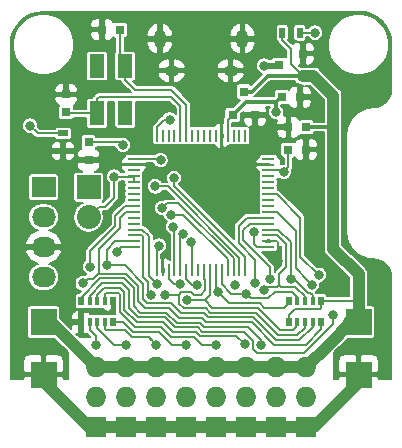
<source format=gbr>
G04 #@! TF.GenerationSoftware,KiCad,Pcbnew,5.1.5*
G04 #@! TF.CreationDate,2020-03-16T00:35:52-04:00*
G04 #@! TF.ProjectId,dot-driver,646f742d-6472-4697-9665-722e6b696361,rev?*
G04 #@! TF.SameCoordinates,Original*
G04 #@! TF.FileFunction,Copper,L2,Bot*
G04 #@! TF.FilePolarity,Positive*
%FSLAX46Y46*%
G04 Gerber Fmt 4.6, Leading zero omitted, Abs format (unit mm)*
G04 Created by KiCad (PCBNEW 5.1.5) date 2020-03-16 00:35:52*
%MOMM*%
%LPD*%
G04 APERTURE LIST*
%ADD10R,0.250000X1.000000*%
%ADD11R,1.000000X0.250000*%
%ADD12R,0.500000X0.900000*%
%ADD13R,1.300000X2.000000*%
%ADD14R,0.800000X0.750000*%
%ADD15O,1.727200X1.727200*%
%ADD16R,1.727200X1.727200*%
%ADD17R,0.320000X0.800000*%
%ADD18R,0.480000X0.800000*%
%ADD19R,0.800100X0.800100*%
%ADD20O,2.032000X2.032000*%
%ADD21R,2.032000X2.032000*%
%ADD22R,2.032000X1.727200*%
%ADD23O,2.032000X1.727200*%
%ADD24R,0.750000X0.800000*%
%ADD25R,2.235200X2.235200*%
%ADD26O,1.250000X0.950000*%
%ADD27O,1.000000X1.550000*%
%ADD28R,0.900000X0.500000*%
%ADD29C,0.800000*%
%ADD30C,1.000000*%
%ADD31C,0.200000*%
%ADD32C,0.300000*%
%ADD33C,0.500000*%
G04 APERTURE END LIST*
D10*
X137220000Y-87715000D03*
X137720000Y-87715000D03*
X138220000Y-87715000D03*
X138720000Y-87715000D03*
X139220000Y-87715000D03*
X139720000Y-87715000D03*
X140220000Y-87715000D03*
X140720000Y-87715000D03*
X141220000Y-87715000D03*
X141720000Y-87715000D03*
X142220000Y-87715000D03*
X142720000Y-87715000D03*
X143220000Y-87715000D03*
X143720000Y-87715000D03*
X144220000Y-87715000D03*
X144720000Y-87715000D03*
D11*
X146670000Y-89665000D03*
X146670000Y-90165000D03*
X146670000Y-90665000D03*
X146670000Y-91165000D03*
X146670000Y-91665000D03*
X146670000Y-92165000D03*
X146670000Y-92665000D03*
X146670000Y-93165000D03*
X146670000Y-93665000D03*
X146670000Y-94165000D03*
X146670000Y-94665000D03*
X146670000Y-95165000D03*
X146670000Y-95665000D03*
X146670000Y-96165000D03*
X146670000Y-96665000D03*
X146670000Y-97165000D03*
D10*
X144720000Y-99115000D03*
X144220000Y-99115000D03*
X143720000Y-99115000D03*
X143220000Y-99115000D03*
X142720000Y-99115000D03*
X142220000Y-99115000D03*
X141720000Y-99115000D03*
X141220000Y-99115000D03*
X140720000Y-99115000D03*
X140220000Y-99115000D03*
X139720000Y-99115000D03*
X139220000Y-99115000D03*
X138720000Y-99115000D03*
X138220000Y-99115000D03*
X137720000Y-99115000D03*
X137220000Y-99115000D03*
D11*
X135270000Y-97165000D03*
X135270000Y-96665000D03*
X135270000Y-96165000D03*
X135270000Y-95665000D03*
X135270000Y-95165000D03*
X135270000Y-94665000D03*
X135270000Y-94165000D03*
X135270000Y-93665000D03*
X135270000Y-93165000D03*
X135270000Y-92665000D03*
X135270000Y-92165000D03*
X135270000Y-91665000D03*
X135270000Y-91165000D03*
X135270000Y-90665000D03*
X135270000Y-90165000D03*
X135270000Y-89665000D03*
D12*
X149340000Y-78994000D03*
X147840000Y-78994000D03*
D13*
X132150000Y-85820000D03*
X132150000Y-81820000D03*
X134550000Y-81820000D03*
X134550000Y-85820000D03*
D14*
X148360000Y-86995000D03*
X149860000Y-86995000D03*
D15*
X139700000Y-107315000D03*
X139700000Y-109855000D03*
D16*
X139700000Y-112395000D03*
D17*
X149770000Y-101705000D03*
D18*
X148410000Y-101705000D03*
D17*
X150410000Y-101705000D03*
D18*
X151130000Y-101705000D03*
D17*
X149130000Y-101705000D03*
X149770000Y-103505000D03*
X149130000Y-103505000D03*
D18*
X148410000Y-103505000D03*
D17*
X150410000Y-103505000D03*
D18*
X151130000Y-103505000D03*
D17*
X132170000Y-101705000D03*
D18*
X130810000Y-101705000D03*
D17*
X132810000Y-101705000D03*
D18*
X133530000Y-101705000D03*
D17*
X131530000Y-101705000D03*
X132170000Y-103505000D03*
X131530000Y-103505000D03*
D18*
X130810000Y-103505000D03*
D17*
X132810000Y-103505000D03*
D18*
X133530000Y-103505000D03*
D19*
X144592000Y-83980020D03*
X143642000Y-85979000D03*
X145542000Y-85979000D03*
X147607020Y-81722000D03*
X149606000Y-82672000D03*
X149606000Y-80772000D03*
D20*
X131445000Y-94615000D03*
D21*
X131445000Y-92075000D03*
D16*
X149860000Y-112395000D03*
D15*
X149860000Y-109855000D03*
X149860000Y-107315000D03*
X147320000Y-107315000D03*
X147320000Y-109855000D03*
D16*
X147320000Y-112395000D03*
D15*
X144780000Y-107315000D03*
X144780000Y-109855000D03*
D16*
X144780000Y-112395000D03*
X142240000Y-112395000D03*
D15*
X142240000Y-109855000D03*
X142240000Y-107315000D03*
D16*
X137160000Y-112395000D03*
D15*
X137160000Y-109855000D03*
X137160000Y-107315000D03*
X134620000Y-107315000D03*
X134620000Y-109855000D03*
D16*
X134620000Y-112395000D03*
X132080000Y-112395000D03*
D15*
X132080000Y-109855000D03*
X132080000Y-107315000D03*
D22*
X127635000Y-92075000D03*
D23*
X127635000Y-94615000D03*
X127635000Y-97155000D03*
X127635000Y-99695000D03*
D14*
X147840000Y-84455000D03*
X149340000Y-84455000D03*
D24*
X129540000Y-85725000D03*
X129540000Y-84225000D03*
D14*
X132600000Y-78740000D03*
X134100000Y-78740000D03*
D25*
X127635000Y-103505000D03*
X154305000Y-103505000D03*
X127635000Y-107950000D03*
X154305000Y-107950000D03*
D26*
X143470900Y-82207540D03*
X138470900Y-82207540D03*
D27*
X144470900Y-79507540D03*
X137470900Y-79507540D03*
D28*
X129286000Y-89027000D03*
X129286000Y-87527000D03*
D24*
X131445000Y-88265000D03*
X131445000Y-89765000D03*
D14*
X149860000Y-88900000D03*
X148360000Y-88900000D03*
D29*
X139700000Y-83820000D03*
X137160000Y-85725000D03*
X137795000Y-92710000D03*
X147451957Y-98298000D03*
X145288000Y-90170000D03*
X143256000Y-89154000D03*
X137414000Y-95758000D03*
X146431000Y-78867000D03*
X149225000Y-85852000D03*
X150876000Y-97028000D03*
X147955000Y-90805000D03*
X147320000Y-85725000D03*
X145420010Y-95884934D03*
X137414000Y-97028000D03*
X134366000Y-88519000D03*
X138303000Y-86360000D03*
X137541000Y-89789000D03*
X140100010Y-96754990D03*
X146304000Y-81788000D03*
X150622000Y-78994000D03*
X139420010Y-96012500D03*
X138609145Y-95422541D03*
X130960015Y-100226015D03*
X132989419Y-98693388D03*
X137922000Y-101191358D03*
X139822798Y-101642608D03*
X142423341Y-100978487D03*
X144780000Y-101092000D03*
X146305685Y-100799969D03*
X148590000Y-99822000D03*
X133858004Y-97536000D03*
X139171937Y-100257111D03*
X131572000Y-98806000D03*
X136770066Y-101191352D03*
X133604000Y-91186000D03*
X126492000Y-86868000D03*
X137234488Y-100305725D03*
X140623318Y-100330000D03*
X143877975Y-100392000D03*
X145540001Y-100156734D03*
X146812000Y-99822000D03*
X150368000Y-100330000D03*
X138684000Y-91313000D03*
X137087890Y-92002879D03*
X137655115Y-93839850D03*
X138459658Y-94433765D03*
X150922701Y-99497949D03*
X132080000Y-105410000D03*
X134620000Y-105410000D03*
X137160000Y-105410000D03*
X139700000Y-105442685D03*
X142240000Y-105410000D03*
X144649988Y-105390526D03*
X146050000Y-105410000D03*
X152146000Y-102870000D03*
D30*
X132080000Y-112395000D02*
X149860000Y-112395000D01*
X149860000Y-112395000D02*
X150495000Y-112395000D01*
X154305000Y-108585000D02*
X154305000Y-107950000D01*
X150495000Y-112395000D02*
X154305000Y-108585000D01*
X127635000Y-107950000D02*
X127635000Y-108585000D01*
X131445000Y-112395000D02*
X132080000Y-112395000D01*
X127635000Y-108585000D02*
X131445000Y-112395000D01*
D31*
X147489979Y-96784979D02*
X147489979Y-97694293D01*
X146670000Y-96665000D02*
X147370000Y-96665000D01*
X147370000Y-96665000D02*
X147489979Y-96784979D01*
X147451957Y-97732315D02*
X147451957Y-98298000D01*
X147489979Y-97694293D02*
X147451957Y-97732315D01*
X146670000Y-90165000D02*
X145293000Y-90165000D01*
X145293000Y-90165000D02*
X145288000Y-90170000D01*
X142720000Y-87715000D02*
X142720000Y-88618000D01*
X142720000Y-88618000D02*
X143256000Y-89154000D01*
X137720000Y-98049698D02*
X137720000Y-99115000D01*
X138114001Y-97655697D02*
X137720000Y-98049698D01*
X137414000Y-95758000D02*
X138114001Y-96458001D01*
X138114001Y-96458001D02*
X138114001Y-97655697D01*
X133530000Y-102305000D02*
X133219000Y-102616000D01*
X133530000Y-101705000D02*
X133530000Y-102305000D01*
X130810000Y-102905000D02*
X130810000Y-103505000D01*
X131099000Y-102616000D02*
X130810000Y-102905000D01*
X133219000Y-102616000D02*
X131099000Y-102616000D01*
D30*
X132080000Y-107315000D02*
X149860000Y-107315000D01*
X127635000Y-103505000D02*
X128270000Y-103505000D01*
X154305000Y-103505000D02*
X153670000Y-103505000D01*
X128270000Y-103505000D02*
X132080000Y-107315000D01*
X154305000Y-103505000D02*
X153462049Y-103505000D01*
X151765000Y-105410000D02*
X149860000Y-107315000D01*
X153670000Y-103505000D02*
X151765000Y-105410000D01*
D32*
X144619980Y-83980020D02*
X144592000Y-83980020D01*
D31*
X151130000Y-102305000D02*
X151130000Y-101705000D01*
X148909999Y-102405001D02*
X151029999Y-102405001D01*
X148410000Y-102905000D02*
X148909999Y-102405001D01*
X151029999Y-102405001D02*
X151130000Y-102305000D01*
X148410000Y-103505000D02*
X148410000Y-102905000D01*
D30*
X152146000Y-97282000D02*
X154305000Y-99441000D01*
X154305000Y-99441000D02*
X154305000Y-103505000D01*
D32*
X152019000Y-86995000D02*
X152146000Y-87122000D01*
X149860000Y-86995000D02*
X152019000Y-86995000D01*
D30*
X152146000Y-87122000D02*
X152146000Y-97282000D01*
X150490000Y-82672000D02*
X149606000Y-82672000D01*
X152146000Y-87122000D02*
X152146000Y-84328000D01*
X152146000Y-84328000D02*
X150490000Y-82672000D01*
D32*
X148905950Y-82672000D02*
X149606000Y-82672000D01*
X145292050Y-83980020D02*
X146600070Y-82672000D01*
X146600070Y-82672000D02*
X148905950Y-82672000D01*
X144592000Y-83980020D02*
X145292050Y-83980020D01*
D31*
X148590000Y-81656000D02*
X149606000Y-82672000D01*
X147840000Y-78994000D02*
X147840000Y-79644000D01*
X148590000Y-80394000D02*
X148590000Y-81656000D01*
X147840000Y-79644000D02*
X148590000Y-80394000D01*
X151130000Y-101705000D02*
X153822600Y-101705000D01*
X153822600Y-101705000D02*
X154305000Y-102187400D01*
X154305000Y-102187400D02*
X154305000Y-103505000D01*
X146670000Y-90665000D02*
X147815000Y-90665000D01*
X147815000Y-90665000D02*
X147955000Y-90805000D01*
X148360000Y-90400000D02*
X147955000Y-90805000D01*
X148360000Y-88900000D02*
X148360000Y-90400000D01*
X143220000Y-86401000D02*
X143220000Y-87715000D01*
X143642000Y-85979000D02*
X143220000Y-86401000D01*
D32*
X143642000Y-85974000D02*
X143642000Y-85979000D01*
X144780000Y-84836000D02*
X143642000Y-85974000D01*
X147320000Y-84836000D02*
X144780000Y-84836000D01*
X147840000Y-84455000D02*
X147701000Y-84455000D01*
X147701000Y-84455000D02*
X147320000Y-84836000D01*
X147320000Y-84836000D02*
X147320000Y-85725000D01*
D31*
X137220000Y-97222000D02*
X137414000Y-97028000D01*
X137220000Y-99115000D02*
X137220000Y-97222000D01*
X135645000Y-89665000D02*
X135270000Y-89665000D01*
X137220000Y-87715000D02*
X137220000Y-88090000D01*
X134112000Y-88265000D02*
X134366000Y-88519000D01*
X131445000Y-88265000D02*
X134112000Y-88265000D01*
X137220000Y-87715000D02*
X137220000Y-87015000D01*
X137875000Y-86360000D02*
X138303000Y-86360000D01*
X137220000Y-87015000D02*
X137875000Y-86360000D01*
X137417000Y-89665000D02*
X137541000Y-89789000D01*
X135270000Y-89665000D02*
X137417000Y-89665000D01*
X145420010Y-96450619D02*
X145420010Y-95884934D01*
X146670000Y-97165000D02*
X145697500Y-97165000D01*
X145697500Y-97165000D02*
X145420010Y-96887510D01*
X145420010Y-96887510D02*
X145420010Y-96450619D01*
X140220000Y-96874980D02*
X140100010Y-96754990D01*
X140220000Y-99115000D02*
X140220000Y-96874980D01*
D33*
X147541020Y-81788000D02*
X147607020Y-81722000D01*
X146304000Y-81788000D02*
X147541020Y-81788000D01*
D31*
X150622000Y-78994000D02*
X149340000Y-78994000D01*
X139220000Y-99115000D02*
X139220000Y-96212510D01*
X139220000Y-96212510D02*
X139420010Y-96012500D01*
X138720000Y-99115000D02*
X138720000Y-95533396D01*
X138720000Y-95533396D02*
X138609145Y-95422541D01*
X131360014Y-99826016D02*
X130960015Y-100226015D01*
X132316031Y-99351973D02*
X131841988Y-99826016D01*
X131841988Y-99826016D02*
X131360014Y-99826016D01*
X134529999Y-94239999D02*
X134545001Y-94239999D01*
X132289417Y-99325359D02*
X132289417Y-97326583D01*
X132316031Y-99351973D02*
X132289417Y-99325359D01*
X134112000Y-94657998D02*
X134529999Y-94239999D01*
X132289417Y-97326583D02*
X134112000Y-95504000D01*
X134112000Y-95504000D02*
X134112000Y-94657998D01*
X134545001Y-94239999D02*
X134620000Y-94165000D01*
X134620000Y-94165000D02*
X135270000Y-94165000D01*
X151130000Y-103505000D02*
X151130000Y-104105000D01*
X151130000Y-104105000D02*
X149829966Y-105405034D01*
X138223972Y-102291374D02*
X136249672Y-102291374D01*
X149829966Y-105405034D02*
X147170777Y-105405034D01*
X141406932Y-103500034D02*
X141049529Y-103142631D01*
X145265777Y-103500034D02*
X141406932Y-103500034D01*
X134625053Y-99393390D02*
X132357448Y-99393390D01*
X132357448Y-99393390D02*
X132316031Y-99351973D01*
X135670045Y-100438382D02*
X134625053Y-99393390D01*
X135670045Y-101711747D02*
X135670045Y-100438382D01*
X136249672Y-102291374D02*
X135670045Y-101711747D01*
X139075229Y-103142631D02*
X138223972Y-102291374D01*
X141049529Y-103142631D02*
X139075229Y-103142631D01*
X147170777Y-105405034D02*
X145265777Y-103500034D01*
X149298275Y-105005023D02*
X147336472Y-105005023D01*
X147336472Y-105005023D02*
X145469494Y-103138045D01*
X150410000Y-103893298D02*
X149298275Y-105005023D01*
X150410000Y-103505000D02*
X150410000Y-103893298D01*
X135270000Y-96665000D02*
X133692997Y-96665000D01*
X133692997Y-96665000D02*
X132989419Y-97368578D01*
X132989419Y-97368578D02*
X132989419Y-98127703D01*
X132989419Y-98127703D02*
X132989419Y-98693388D01*
X138389661Y-101891363D02*
X136415361Y-101891363D01*
X134490751Y-98693388D02*
X133555104Y-98693388D01*
X145431472Y-103100023D02*
X141572621Y-103100023D01*
X136070056Y-100272693D02*
X134490751Y-98693388D01*
X133555104Y-98693388D02*
X132989419Y-98693388D01*
X136070056Y-101546058D02*
X136070056Y-100272693D01*
X145469492Y-103138045D02*
X145431472Y-103100023D01*
X139240918Y-102742620D02*
X138389661Y-101891363D01*
X136415361Y-101891363D02*
X136070056Y-101546058D01*
X141215218Y-102742620D02*
X139240918Y-102742620D01*
X141572621Y-103100023D02*
X141215218Y-102742620D01*
X149765000Y-103860002D02*
X149765000Y-103400000D01*
X138487685Y-101191358D02*
X137922000Y-101191358D01*
X139093839Y-101191358D02*
X138487685Y-101191358D01*
X139093844Y-101191353D02*
X139093839Y-101191358D01*
X141738310Y-102700012D02*
X141380907Y-102342609D01*
X147502161Y-104605012D02*
X145597161Y-102700012D01*
X141380907Y-102342609D02*
X139486797Y-102342609D01*
X145597161Y-102700012D02*
X141738310Y-102700012D01*
X139093844Y-101949656D02*
X139093844Y-101191353D01*
X149129990Y-104605012D02*
X147502161Y-104605012D01*
X139486797Y-102342609D02*
X139093844Y-101949656D01*
X149770000Y-103965002D02*
X149129990Y-104605012D01*
X149770000Y-103965002D02*
X149770000Y-103505000D01*
X140158799Y-100942607D02*
X140407512Y-101191320D01*
X141220000Y-99815000D02*
X141220000Y-99115000D01*
X139093844Y-101191353D02*
X139065000Y-101191353D01*
X140407512Y-101191320D02*
X140959320Y-101191320D01*
X139313746Y-100942607D02*
X140158799Y-100942607D01*
X141323320Y-100827320D02*
X141323320Y-99918320D01*
X139065000Y-101191353D02*
X139313746Y-100942607D01*
X141323320Y-99918320D02*
X141220000Y-99815000D01*
X140959320Y-101191320D02*
X141323320Y-100827320D01*
X149130000Y-103860002D02*
X148785001Y-104205001D01*
X147667850Y-104205001D02*
X145762850Y-102300001D01*
X145762850Y-102300001D02*
X141903999Y-102300001D01*
X148785001Y-104205001D02*
X147667850Y-104205001D01*
X141903999Y-102300001D02*
X141268999Y-101665001D01*
X141723331Y-101210669D02*
X141268999Y-101665001D01*
X141720000Y-99115000D02*
X141720000Y-99815000D01*
X141268999Y-101665001D02*
X141246606Y-101642608D01*
X141246606Y-101642608D02*
X140388483Y-101642608D01*
X140388483Y-101642608D02*
X139822798Y-101642608D01*
X141720000Y-99815000D02*
X141723331Y-99818331D01*
X141723331Y-99818331D02*
X141723331Y-101210669D01*
X142220000Y-99115000D02*
X142220000Y-100775146D01*
X145928539Y-101899990D02*
X143344844Y-101899990D01*
X143344844Y-101899990D02*
X142823340Y-101378486D01*
X146333549Y-102305000D02*
X145928539Y-101899990D01*
X148410000Y-101865000D02*
X147970000Y-102305000D01*
X148410000Y-101705000D02*
X148410000Y-101865000D01*
X147970000Y-102305000D02*
X146333549Y-102305000D01*
X142823340Y-101378486D02*
X142423341Y-100978487D01*
X142220000Y-100775146D02*
X142423341Y-100978487D01*
X147255990Y-100922012D02*
X146678023Y-101499979D01*
X149130000Y-101600000D02*
X149130000Y-101348362D01*
X149130000Y-101348362D02*
X148703650Y-100922012D01*
X146678023Y-101499979D02*
X145187979Y-101499979D01*
X145179999Y-101491999D02*
X144780000Y-101092000D01*
X148703650Y-100922012D02*
X147255990Y-100922012D01*
X145187979Y-101499979D02*
X145179999Y-101491999D01*
X143533515Y-101092000D02*
X144214315Y-101092000D01*
X142720000Y-100278485D02*
X143533515Y-101092000D01*
X144214315Y-101092000D02*
X144780000Y-101092000D01*
X142720000Y-99115000D02*
X142720000Y-100278485D01*
X147381999Y-100522001D02*
X146583653Y-100522001D01*
X147574000Y-100330000D02*
X147381999Y-100522001D01*
X146583653Y-100522001D02*
X146305685Y-100799969D01*
X147574000Y-100330000D02*
X147766001Y-100522001D01*
X148958299Y-100522001D02*
X149770000Y-101333702D01*
X149770000Y-101333702D02*
X149770000Y-101600000D01*
X147766001Y-100522001D02*
X148958299Y-100522001D01*
X147574000Y-99399977D02*
X147574000Y-100330000D01*
X147435698Y-96165000D02*
X148151967Y-96881269D01*
X146670000Y-96165000D02*
X147435698Y-96165000D01*
X148151967Y-98822010D02*
X147574000Y-99399977D01*
X148151967Y-96881269D02*
X148151967Y-98822010D01*
X148823998Y-99822000D02*
X148590000Y-99822000D01*
X150006997Y-101004999D02*
X148823998Y-99822000D01*
X150170001Y-101004999D02*
X150006997Y-101004999D01*
X150410000Y-101244998D02*
X150170001Y-101004999D01*
X150410000Y-101600000D02*
X150410000Y-101244998D01*
X148590000Y-96753602D02*
X148590000Y-99822000D01*
X146670000Y-95665000D02*
X147501398Y-95665000D01*
X147501398Y-95665000D02*
X148590000Y-96753602D01*
X135270000Y-97165000D02*
X134229004Y-97165000D01*
X134229004Y-97165000D02*
X133858004Y-97536000D01*
X138220000Y-99115000D02*
X138220000Y-99815000D01*
X138220000Y-99815000D02*
X138662111Y-100257111D01*
X138662111Y-100257111D02*
X139171937Y-100257111D01*
X135270000Y-93665000D02*
X134539298Y-93665000D01*
X131572000Y-98240315D02*
X131572000Y-98806000D01*
X134539298Y-93665000D02*
X133711990Y-94492309D01*
X133711990Y-94492309D02*
X133711990Y-95338312D01*
X131572000Y-97478302D02*
X131572000Y-98044000D01*
X133711990Y-95338312D02*
X131572000Y-97478302D01*
X131572000Y-98044000D02*
X131572000Y-98240315D01*
X136888033Y-101109967D02*
X136806648Y-101191352D01*
X136806648Y-101191352D02*
X136770066Y-101191352D01*
X136070001Y-96299999D02*
X136070001Y-99706938D01*
X135270000Y-96165000D02*
X135935001Y-96165000D01*
X135935001Y-96165000D02*
X136070001Y-96299999D01*
X136070001Y-99706938D02*
X136470067Y-100107004D01*
X136470067Y-100891353D02*
X136770066Y-101191352D01*
X136470067Y-100107004D02*
X136470067Y-100891353D01*
X135270000Y-91165000D02*
X135270000Y-91665000D01*
X135249000Y-91186000D02*
X135270000Y-91165000D01*
X133604000Y-91186000D02*
X135249000Y-91186000D01*
X132334000Y-93726000D02*
X131445000Y-94615000D01*
X132842000Y-93726000D02*
X132334000Y-93726000D01*
X133604000Y-91186000D02*
X133604000Y-92964000D01*
X133604000Y-92964000D02*
X132842000Y-93726000D01*
X129286000Y-87527000D02*
X127151000Y-87527000D01*
X127151000Y-87527000D02*
X126492000Y-86868000D01*
X136564223Y-99635460D02*
X137234488Y-100305725D01*
X136000702Y-95665000D02*
X136564223Y-96228521D01*
X135270000Y-95665000D02*
X136000702Y-95665000D01*
X136564223Y-96228521D02*
X136564223Y-99635460D01*
X140235000Y-100330000D02*
X140623318Y-100330000D01*
X139720000Y-99115000D02*
X139720000Y-99815000D01*
X139720000Y-99815000D02*
X140235000Y-100330000D01*
X146670000Y-94665000D02*
X144857000Y-94665000D01*
X144857000Y-94665000D02*
X144145000Y-95377000D01*
X145540001Y-98238303D02*
X145540001Y-99591049D01*
X144145000Y-95377000D02*
X144145000Y-96843302D01*
X144145000Y-96843302D02*
X145540001Y-98238303D01*
X145540001Y-99591049D02*
X145540001Y-100156734D01*
X145103942Y-95165000D02*
X145970000Y-95165000D01*
X144545011Y-95723931D02*
X145103942Y-95165000D01*
X144545011Y-96578211D02*
X144545011Y-95723931D01*
X146812000Y-99822000D02*
X146812000Y-98845200D01*
X146812000Y-98845200D02*
X144545011Y-96578211D01*
X145970000Y-95165000D02*
X146670000Y-95165000D01*
X149968001Y-99930001D02*
X150368000Y-100330000D01*
X148990011Y-98952011D02*
X149968001Y-99930001D01*
X146670000Y-94165000D02*
X147370000Y-94165000D01*
X147370000Y-94165000D02*
X148990011Y-95785011D01*
X148990011Y-95785011D02*
X148990011Y-98952011D01*
X138684000Y-91948000D02*
X138684000Y-91878685D01*
X144720000Y-97984000D02*
X138684000Y-91948000D01*
X138684000Y-91878685D02*
X138684000Y-91313000D01*
X144720000Y-99115000D02*
X144720000Y-97984000D01*
X144220000Y-98049700D02*
X138173179Y-92002879D01*
X144220000Y-99115000D02*
X144220000Y-98049700D01*
X137653575Y-92002879D02*
X137087890Y-92002879D01*
X138173179Y-92002879D02*
X137653575Y-92002879D01*
X143720000Y-98115400D02*
X139044451Y-93439851D01*
X138055114Y-93439851D02*
X137655115Y-93839850D01*
X139044451Y-93439851D02*
X138055114Y-93439851D01*
X143720000Y-99115000D02*
X143720000Y-98115400D01*
X143220000Y-98181100D02*
X139472665Y-94433765D01*
X139025343Y-94433765D02*
X138459658Y-94433765D01*
X139472665Y-94433765D02*
X139025343Y-94433765D01*
X143220000Y-99115000D02*
X143220000Y-98181100D01*
X150922701Y-99497949D02*
X149390022Y-97965270D01*
X147370000Y-92665000D02*
X146670000Y-92665000D01*
X149390022Y-94685022D02*
X147370000Y-92665000D01*
X149390022Y-97965270D02*
X149390022Y-94685022D01*
X132150000Y-84620000D02*
X132315000Y-84455000D01*
X138430000Y-84455000D02*
X139220000Y-85245000D01*
X139220000Y-85245000D02*
X139220000Y-87715000D01*
X132150000Y-85820000D02*
X132150000Y-84620000D01*
X132315000Y-84455000D02*
X138430000Y-84455000D01*
X129635000Y-85820000D02*
X129540000Y-85725000D01*
X132150000Y-85820000D02*
X129635000Y-85820000D01*
X134550000Y-83020000D02*
X135350000Y-83820000D01*
X134550000Y-81820000D02*
X134550000Y-83020000D01*
X135350000Y-83820000D02*
X138430000Y-83820000D01*
X139720000Y-85110000D02*
X139720000Y-87715000D01*
X138430000Y-83820000D02*
X139720000Y-85110000D01*
X134100000Y-81370000D02*
X134550000Y-81820000D01*
X134100000Y-78740000D02*
X134100000Y-81370000D01*
X131530000Y-103505000D02*
X131530000Y-104155698D01*
X132080000Y-104705698D02*
X132080000Y-105410000D01*
X131530000Y-104155698D02*
X132080000Y-104705698D01*
X133604000Y-105410000D02*
X132170000Y-103976000D01*
X134620000Y-105410000D02*
X133604000Y-105410000D01*
X132170000Y-103976000D02*
X132170000Y-103505000D01*
X136525000Y-104775000D02*
X137160000Y-105410000D01*
X136760001Y-105010001D02*
X136525000Y-104775000D01*
X132964700Y-104205000D02*
X134515095Y-104205000D01*
X134515095Y-104205000D02*
X135085095Y-104775000D01*
X135085095Y-104775000D02*
X136525000Y-104775000D01*
X132810000Y-104050300D02*
X132964700Y-104205000D01*
X132810000Y-103505000D02*
X132810000Y-104050300D01*
X139134315Y-105442685D02*
X139700000Y-105442685D01*
X137431971Y-104342676D02*
X138531980Y-105442685D01*
X133530000Y-103505000D02*
X134380798Y-103505000D01*
X138531980Y-105442685D02*
X139134315Y-105442685D01*
X134380798Y-103505000D02*
X135218474Y-104342676D01*
X135218474Y-104342676D02*
X137431971Y-104342676D01*
X132925805Y-101004999D02*
X133973862Y-101004999D01*
X137597660Y-103942665D02*
X138397670Y-104742675D01*
X138397670Y-104742675D02*
X140386773Y-104742675D01*
X141054098Y-105410000D02*
X141674315Y-105410000D01*
X141674315Y-105410000D02*
X142240000Y-105410000D01*
X132810000Y-101705000D02*
X132810000Y-101120804D01*
X140386773Y-104742675D02*
X141054098Y-105410000D01*
X134070001Y-101101138D02*
X134070001Y-102628503D01*
X132810000Y-101120804D02*
X132925805Y-101004999D01*
X133973862Y-101004999D02*
X134070001Y-101101138D01*
X134070001Y-102628503D02*
X135384164Y-103942665D01*
X135384164Y-103942665D02*
X137597660Y-103942665D01*
X138563359Y-104342664D02*
X137725697Y-103505002D01*
X140909865Y-104700067D02*
X140552462Y-104342664D01*
X140552462Y-104342664D02*
X138563359Y-104342664D01*
X144649988Y-105390526D02*
X143959529Y-104700067D01*
X143959529Y-104700067D02*
X140909865Y-104700067D01*
X132170000Y-101705000D02*
X132170000Y-101195104D01*
X135512199Y-103505000D02*
X137725697Y-103505000D01*
X134470012Y-102462813D02*
X135512199Y-103505000D01*
X132760116Y-100604988D02*
X134139551Y-100604988D01*
X134470012Y-100935449D02*
X134470012Y-102462813D01*
X134139551Y-100604988D02*
X134470012Y-100935449D01*
X132170000Y-101195104D02*
X132760116Y-100604988D01*
X135270034Y-100604071D02*
X134470929Y-99804966D01*
X146050000Y-105014202D02*
X144935843Y-103900045D01*
X146050000Y-105410000D02*
X146050000Y-105014202D01*
X135270034Y-102131435D02*
X135270034Y-100604071D01*
X135829984Y-102691385D02*
X135270034Y-102131435D01*
X138894737Y-103542642D02*
X138043480Y-102691385D01*
X138043480Y-102691385D02*
X135829984Y-102691385D01*
X132428738Y-99804966D02*
X130810000Y-101423704D01*
X134470929Y-99804966D02*
X132428738Y-99804966D01*
X141241243Y-103900045D02*
X140883840Y-103542642D01*
X140883840Y-103542642D02*
X138894737Y-103542642D01*
X144935843Y-103900045D02*
X141241243Y-103900045D01*
X130810000Y-101423704D02*
X130810000Y-101705000D01*
X145713999Y-106110001D02*
X149725684Y-106110001D01*
X137877791Y-103091396D02*
X138729048Y-103942653D01*
X144576056Y-104300056D02*
X145349999Y-105073999D01*
X140718151Y-103942653D02*
X141075554Y-104300056D01*
X131530000Y-101705000D02*
X131530000Y-101269404D01*
X131530000Y-101269404D02*
X132594427Y-100204977D01*
X152146000Y-103435685D02*
X152146000Y-102870000D01*
X145349999Y-105746001D02*
X145713999Y-106110001D01*
X149725684Y-106110001D02*
X152146000Y-103689685D01*
X134870023Y-102297124D02*
X135664295Y-103091396D01*
X152146000Y-103689685D02*
X152146000Y-103435685D01*
X141075554Y-104300056D02*
X144576056Y-104300056D01*
X135664295Y-103091396D02*
X137877791Y-103091396D01*
X134870023Y-100769760D02*
X134870023Y-102297124D01*
X132594427Y-100204977D02*
X134305240Y-100204977D01*
X134305240Y-100204977D02*
X134870023Y-100769760D01*
X145349999Y-105073999D02*
X145349999Y-105746001D01*
X138729048Y-103942653D02*
X140718151Y-103942653D01*
G36*
X154843626Y-77289731D02*
G01*
X155361739Y-77446158D01*
X155839599Y-77700241D01*
X156259009Y-78042303D01*
X156603990Y-78459314D01*
X156861401Y-78935384D01*
X157021441Y-79452392D01*
X157079995Y-80009489D01*
X157080000Y-80010815D01*
X157080001Y-83800428D01*
X157049456Y-84111948D01*
X156964667Y-84392783D01*
X156826949Y-84651793D01*
X156641542Y-84879123D01*
X156415513Y-85066111D01*
X156157466Y-85205636D01*
X155877237Y-85292382D01*
X155566647Y-85325026D01*
X155560317Y-85325048D01*
X155542926Y-85326814D01*
X155525448Y-85326692D01*
X155519890Y-85327237D01*
X155150135Y-85366100D01*
X155114603Y-85373394D01*
X155079010Y-85380184D01*
X155073663Y-85381798D01*
X154718499Y-85491740D01*
X154685106Y-85505777D01*
X154651465Y-85519369D01*
X154646534Y-85521991D01*
X154319489Y-85698823D01*
X154289448Y-85719086D01*
X154259096Y-85738948D01*
X154254768Y-85742478D01*
X153968298Y-85979467D01*
X153942768Y-86005176D01*
X153916851Y-86030556D01*
X153913291Y-86034860D01*
X153678307Y-86322977D01*
X153658237Y-86353184D01*
X153637762Y-86383088D01*
X153635109Y-86387996D01*
X153635106Y-86388000D01*
X153635106Y-86388001D01*
X153460561Y-86716273D01*
X153446742Y-86749799D01*
X153432464Y-86783113D01*
X153430812Y-86788448D01*
X153323352Y-87144371D01*
X153316305Y-87179963D01*
X153308773Y-87215397D01*
X153308189Y-87220952D01*
X153271909Y-87590967D01*
X153270000Y-87610354D01*
X153270001Y-95904647D01*
X153271775Y-95922659D01*
X153271692Y-95934552D01*
X153272237Y-95940111D01*
X153311100Y-96309865D01*
X153318386Y-96345360D01*
X153325183Y-96380990D01*
X153326798Y-96386337D01*
X153436740Y-96741500D01*
X153450772Y-96774880D01*
X153464369Y-96808535D01*
X153466991Y-96813466D01*
X153643823Y-97140511D01*
X153664112Y-97170590D01*
X153683948Y-97200904D01*
X153687478Y-97205232D01*
X153924467Y-97491702D01*
X153950212Y-97517268D01*
X153975557Y-97543149D01*
X153979860Y-97546710D01*
X154267977Y-97781693D01*
X154298184Y-97801763D01*
X154328088Y-97822238D01*
X154332996Y-97824891D01*
X154333000Y-97824894D01*
X154333004Y-97824896D01*
X154661273Y-97999439D01*
X154694785Y-98013252D01*
X154728112Y-98027536D01*
X154733448Y-98029188D01*
X155089370Y-98136648D01*
X155124977Y-98143698D01*
X155160397Y-98151227D01*
X155165949Y-98151811D01*
X155165951Y-98151811D01*
X155535967Y-98188091D01*
X155866948Y-98220544D01*
X156147784Y-98305334D01*
X156406790Y-98443049D01*
X156634124Y-98628459D01*
X156821111Y-98854487D01*
X156960636Y-99112534D01*
X157047381Y-99392761D01*
X157080000Y-99703105D01*
X157080000Y-108359882D01*
X156030973Y-108359011D01*
X156030600Y-108256000D01*
X155878600Y-108104000D01*
X154459000Y-108104000D01*
X154459000Y-108124000D01*
X154151000Y-108124000D01*
X154151000Y-108104000D01*
X152731400Y-108104000D01*
X152579400Y-108256000D01*
X152579037Y-108356146D01*
X152245953Y-108355869D01*
X152246019Y-106832400D01*
X152576458Y-106832400D01*
X152579400Y-107644000D01*
X152731400Y-107796000D01*
X154151000Y-107796000D01*
X154151000Y-106376400D01*
X154459000Y-106376400D01*
X154459000Y-107796000D01*
X155878600Y-107796000D01*
X156030600Y-107644000D01*
X156033542Y-106832400D01*
X156021803Y-106713211D01*
X155987037Y-106598603D01*
X155930580Y-106492979D01*
X155854601Y-106400399D01*
X155762021Y-106324420D01*
X155656397Y-106267963D01*
X155541789Y-106233197D01*
X155422600Y-106221458D01*
X154611000Y-106224400D01*
X154459000Y-106376400D01*
X154151000Y-106376400D01*
X153999000Y-106224400D01*
X153187400Y-106221458D01*
X153068211Y-106233197D01*
X152953603Y-106267963D01*
X152847979Y-106324420D01*
X152755399Y-106400399D01*
X152679420Y-106492979D01*
X152622963Y-106598603D01*
X152588197Y-106713211D01*
X152576458Y-106832400D01*
X152246019Y-106832400D01*
X152246053Y-106060317D01*
X153382319Y-104924051D01*
X155422600Y-104924051D01*
X155481410Y-104918259D01*
X155537960Y-104901104D01*
X155590077Y-104873247D01*
X155635758Y-104835758D01*
X155673247Y-104790077D01*
X155701104Y-104737960D01*
X155718259Y-104681410D01*
X155724051Y-104622600D01*
X155724051Y-102387400D01*
X155718259Y-102328590D01*
X155701104Y-102272040D01*
X155673247Y-102219923D01*
X155635758Y-102174242D01*
X155590077Y-102136753D01*
X155537960Y-102108896D01*
X155481410Y-102091741D01*
X155422600Y-102085949D01*
X155105000Y-102085949D01*
X155105000Y-99480290D01*
X155108870Y-99440999D01*
X155105000Y-99401707D01*
X155093424Y-99284173D01*
X155047679Y-99133372D01*
X155042905Y-99124440D01*
X154973393Y-98994393D01*
X154898469Y-98903098D01*
X154873422Y-98872578D01*
X154842903Y-98847533D01*
X152946000Y-96950630D01*
X152946000Y-84367291D01*
X152949870Y-84328000D01*
X152945335Y-84281959D01*
X152934424Y-84171173D01*
X152888679Y-84020372D01*
X152863793Y-83973814D01*
X152814393Y-83881393D01*
X152739470Y-83790099D01*
X152739469Y-83790098D01*
X152714422Y-83759578D01*
X152683902Y-83734531D01*
X151083473Y-82134103D01*
X151058422Y-82103578D01*
X150936606Y-82003607D01*
X150797628Y-81929321D01*
X150646827Y-81883576D01*
X150529293Y-81872000D01*
X150529291Y-81872000D01*
X150490000Y-81868130D01*
X150450709Y-81872000D01*
X149566707Y-81872000D01*
X149449173Y-81883576D01*
X149398602Y-81898917D01*
X149280350Y-81780665D01*
X149300000Y-81780050D01*
X149452000Y-81628050D01*
X149452000Y-80926000D01*
X149760000Y-80926000D01*
X149760000Y-81628050D01*
X149912000Y-81780050D01*
X150006050Y-81782992D01*
X150125239Y-81771253D01*
X150239847Y-81736487D01*
X150345471Y-81680030D01*
X150438051Y-81604051D01*
X150514030Y-81511471D01*
X150570487Y-81405847D01*
X150605253Y-81291239D01*
X150616992Y-81172050D01*
X150614050Y-81078000D01*
X150462050Y-80926000D01*
X149760000Y-80926000D01*
X149452000Y-80926000D01*
X149432000Y-80926000D01*
X149432000Y-80618000D01*
X149452000Y-80618000D01*
X149452000Y-79915950D01*
X149760000Y-79915950D01*
X149760000Y-80618000D01*
X150462050Y-80618000D01*
X150614050Y-80466000D01*
X150616992Y-80371950D01*
X150605253Y-80252761D01*
X150570487Y-80138153D01*
X150514030Y-80032529D01*
X150438051Y-79939949D01*
X150345471Y-79863970D01*
X150239847Y-79807513D01*
X150125239Y-79772747D01*
X150006050Y-79761008D01*
X149912000Y-79763950D01*
X149760000Y-79915950D01*
X149452000Y-79915950D01*
X149300000Y-79763950D01*
X149205950Y-79761008D01*
X149086761Y-79772747D01*
X148972153Y-79807513D01*
X148866529Y-79863970D01*
X148773949Y-79939949D01*
X148741353Y-79979667D01*
X148515608Y-79753922D01*
X151705000Y-79753922D01*
X151705000Y-80266078D01*
X151804917Y-80768392D01*
X152000910Y-81241562D01*
X152285448Y-81667403D01*
X152647597Y-82029552D01*
X153073438Y-82314090D01*
X153546608Y-82510083D01*
X154048922Y-82610000D01*
X154561078Y-82610000D01*
X155063392Y-82510083D01*
X155536562Y-82314090D01*
X155962403Y-82029552D01*
X156324552Y-81667403D01*
X156609090Y-81241562D01*
X156805083Y-80768392D01*
X156905000Y-80266078D01*
X156905000Y-79753922D01*
X156805083Y-79251608D01*
X156609090Y-78778438D01*
X156324552Y-78352597D01*
X155962403Y-77990448D01*
X155536562Y-77705910D01*
X155063392Y-77509917D01*
X154561078Y-77410000D01*
X154048922Y-77410000D01*
X153546608Y-77509917D01*
X153073438Y-77705910D01*
X152647597Y-77990448D01*
X152285448Y-78352597D01*
X152000910Y-78778438D01*
X151804917Y-79251608D01*
X151705000Y-79753922D01*
X148515608Y-79753922D01*
X148351973Y-79590288D01*
X148368504Y-79559360D01*
X148385659Y-79502810D01*
X148391451Y-79444000D01*
X148391451Y-78544000D01*
X148788549Y-78544000D01*
X148788549Y-79444000D01*
X148794341Y-79502810D01*
X148811496Y-79559360D01*
X148839353Y-79611477D01*
X148876842Y-79657158D01*
X148922523Y-79694647D01*
X148974640Y-79722504D01*
X149031190Y-79739659D01*
X149090000Y-79745451D01*
X149590000Y-79745451D01*
X149648810Y-79739659D01*
X149705360Y-79722504D01*
X149757477Y-79694647D01*
X149803158Y-79657158D01*
X149840647Y-79611477D01*
X149868504Y-79559360D01*
X149885659Y-79502810D01*
X149891451Y-79444000D01*
X149891451Y-79394000D01*
X150047388Y-79394000D01*
X150078274Y-79440224D01*
X150175776Y-79537726D01*
X150290426Y-79614332D01*
X150417818Y-79667099D01*
X150553056Y-79694000D01*
X150690944Y-79694000D01*
X150826182Y-79667099D01*
X150953574Y-79614332D01*
X151068224Y-79537726D01*
X151165726Y-79440224D01*
X151242332Y-79325574D01*
X151295099Y-79198182D01*
X151322000Y-79062944D01*
X151322000Y-78925056D01*
X151295099Y-78789818D01*
X151242332Y-78662426D01*
X151165726Y-78547776D01*
X151068224Y-78450274D01*
X150953574Y-78373668D01*
X150826182Y-78320901D01*
X150690944Y-78294000D01*
X150553056Y-78294000D01*
X150417818Y-78320901D01*
X150290426Y-78373668D01*
X150175776Y-78450274D01*
X150078274Y-78547776D01*
X150047388Y-78594000D01*
X149891451Y-78594000D01*
X149891451Y-78544000D01*
X149885659Y-78485190D01*
X149868504Y-78428640D01*
X149840647Y-78376523D01*
X149803158Y-78330842D01*
X149757477Y-78293353D01*
X149705360Y-78265496D01*
X149648810Y-78248341D01*
X149590000Y-78242549D01*
X149090000Y-78242549D01*
X149031190Y-78248341D01*
X148974640Y-78265496D01*
X148922523Y-78293353D01*
X148876842Y-78330842D01*
X148839353Y-78376523D01*
X148811496Y-78428640D01*
X148794341Y-78485190D01*
X148788549Y-78544000D01*
X148391451Y-78544000D01*
X148385659Y-78485190D01*
X148368504Y-78428640D01*
X148340647Y-78376523D01*
X148303158Y-78330842D01*
X148257477Y-78293353D01*
X148205360Y-78265496D01*
X148148810Y-78248341D01*
X148090000Y-78242549D01*
X147590000Y-78242549D01*
X147531190Y-78248341D01*
X147474640Y-78265496D01*
X147422523Y-78293353D01*
X147376842Y-78330842D01*
X147339353Y-78376523D01*
X147311496Y-78428640D01*
X147294341Y-78485190D01*
X147288549Y-78544000D01*
X147288549Y-79444000D01*
X147294341Y-79502810D01*
X147311496Y-79559360D01*
X147339353Y-79611477D01*
X147376842Y-79657158D01*
X147422523Y-79694647D01*
X147444194Y-79706230D01*
X147445788Y-79722413D01*
X147468661Y-79797814D01*
X147505803Y-79867302D01*
X147543265Y-79912950D01*
X147543268Y-79912953D01*
X147555790Y-79928211D01*
X147571047Y-79940733D01*
X148190000Y-80559686D01*
X148190001Y-81083985D01*
X148174547Y-81071303D01*
X148122430Y-81043446D01*
X148065880Y-81026291D01*
X148007070Y-81020499D01*
X147206970Y-81020499D01*
X147148160Y-81026291D01*
X147091610Y-81043446D01*
X147039493Y-81071303D01*
X146993812Y-81108792D01*
X146956323Y-81154473D01*
X146928466Y-81206590D01*
X146918937Y-81238000D01*
X146740834Y-81238000D01*
X146635574Y-81167668D01*
X146508182Y-81114901D01*
X146372944Y-81088000D01*
X146235056Y-81088000D01*
X146099818Y-81114901D01*
X145972426Y-81167668D01*
X145857776Y-81244274D01*
X145760274Y-81341776D01*
X145683668Y-81456426D01*
X145630901Y-81583818D01*
X145604000Y-81719056D01*
X145604000Y-81856944D01*
X145630901Y-81992182D01*
X145683668Y-82119574D01*
X145760274Y-82234224D01*
X145857776Y-82331726D01*
X145972426Y-82408332D01*
X146099818Y-82461099D01*
X146162172Y-82473502D01*
X145233900Y-83401774D01*
X145205208Y-83366812D01*
X145159527Y-83329323D01*
X145107410Y-83301466D01*
X145050860Y-83284311D01*
X144992050Y-83278519D01*
X144191950Y-83278519D01*
X144133140Y-83284311D01*
X144076590Y-83301466D01*
X144024473Y-83329323D01*
X143978792Y-83366812D01*
X143941303Y-83412493D01*
X143913446Y-83464610D01*
X143896291Y-83521160D01*
X143890499Y-83579970D01*
X143890499Y-84380070D01*
X143896291Y-84438880D01*
X143913446Y-84495430D01*
X143941303Y-84547547D01*
X143978792Y-84593228D01*
X144024473Y-84630717D01*
X144076590Y-84658574D01*
X144133140Y-84675729D01*
X144191950Y-84681521D01*
X144298083Y-84681521D01*
X143702106Y-85277499D01*
X143241950Y-85277499D01*
X143183140Y-85283291D01*
X143126590Y-85300446D01*
X143074473Y-85328303D01*
X143028792Y-85365792D01*
X142991303Y-85411473D01*
X142963446Y-85463590D01*
X142946291Y-85520140D01*
X142940499Y-85578950D01*
X142940499Y-86112924D01*
X142935789Y-86116789D01*
X142885803Y-86177698D01*
X142848660Y-86247187D01*
X142830265Y-86307828D01*
X142825788Y-86322587D01*
X142818065Y-86401000D01*
X142820000Y-86420647D01*
X142820000Y-86684000D01*
X142745000Y-86759000D01*
X142745000Y-87561000D01*
X142793549Y-87561000D01*
X142793549Y-87869000D01*
X142745000Y-87869000D01*
X142745000Y-88671000D01*
X142897000Y-88823000D01*
X142983494Y-88810038D01*
X143096919Y-88771585D01*
X143200662Y-88711744D01*
X143290738Y-88632813D01*
X143363685Y-88537825D01*
X143375730Y-88513424D01*
X143403810Y-88510659D01*
X143460360Y-88493504D01*
X143470000Y-88488351D01*
X143479640Y-88493504D01*
X143536190Y-88510659D01*
X143595000Y-88516451D01*
X143845000Y-88516451D01*
X143903810Y-88510659D01*
X143960360Y-88493504D01*
X143970000Y-88488351D01*
X143979640Y-88493504D01*
X144036190Y-88510659D01*
X144095000Y-88516451D01*
X144345000Y-88516451D01*
X144403810Y-88510659D01*
X144460360Y-88493504D01*
X144470000Y-88488351D01*
X144479640Y-88493504D01*
X144536190Y-88510659D01*
X144595000Y-88516451D01*
X144845000Y-88516451D01*
X144903810Y-88510659D01*
X144960360Y-88493504D01*
X145012477Y-88465647D01*
X145058158Y-88428158D01*
X145095647Y-88382477D01*
X145123504Y-88330360D01*
X145140659Y-88273810D01*
X145146451Y-88215000D01*
X145146451Y-87370000D01*
X147349058Y-87370000D01*
X147360797Y-87489189D01*
X147395563Y-87603797D01*
X147452020Y-87709421D01*
X147527999Y-87802001D01*
X147620579Y-87877980D01*
X147726203Y-87934437D01*
X147840811Y-87969203D01*
X147960000Y-87980942D01*
X148054000Y-87978000D01*
X148206000Y-87826000D01*
X148206000Y-87149000D01*
X147504000Y-87149000D01*
X147352000Y-87301000D01*
X147349058Y-87370000D01*
X145146451Y-87370000D01*
X145146451Y-87215000D01*
X145140659Y-87156190D01*
X145123504Y-87099640D01*
X145095647Y-87047523D01*
X145058158Y-87001842D01*
X145030322Y-86978998D01*
X145141950Y-86989992D01*
X145236000Y-86987050D01*
X145388000Y-86835050D01*
X145388000Y-86133000D01*
X145696000Y-86133000D01*
X145696000Y-86835050D01*
X145848000Y-86987050D01*
X145942050Y-86989992D01*
X146061239Y-86978253D01*
X146175847Y-86943487D01*
X146281471Y-86887030D01*
X146374051Y-86811051D01*
X146450030Y-86718471D01*
X146506487Y-86612847D01*
X146541253Y-86498239D01*
X146552992Y-86379050D01*
X146550050Y-86285000D01*
X146398050Y-86133000D01*
X145696000Y-86133000D01*
X145388000Y-86133000D01*
X144685950Y-86133000D01*
X144533950Y-86285000D01*
X144531008Y-86379050D01*
X144542747Y-86498239D01*
X144577513Y-86612847D01*
X144633970Y-86718471D01*
X144709949Y-86811051D01*
X144802529Y-86887030D01*
X144853756Y-86914411D01*
X144845000Y-86913549D01*
X144595000Y-86913549D01*
X144536190Y-86919341D01*
X144479640Y-86936496D01*
X144470000Y-86941649D01*
X144460360Y-86936496D01*
X144403810Y-86919341D01*
X144345000Y-86913549D01*
X144095000Y-86913549D01*
X144036190Y-86919341D01*
X143979640Y-86936496D01*
X143970000Y-86941649D01*
X143960360Y-86936496D01*
X143903810Y-86919341D01*
X143845000Y-86913549D01*
X143620000Y-86913549D01*
X143620000Y-86680501D01*
X144042050Y-86680501D01*
X144100860Y-86674709D01*
X144157410Y-86657554D01*
X144209527Y-86629697D01*
X144255208Y-86592208D01*
X144292697Y-86546527D01*
X144320554Y-86494410D01*
X144337709Y-86437860D01*
X144343501Y-86379050D01*
X144343501Y-85908894D01*
X144556673Y-85695723D01*
X144685950Y-85825000D01*
X145388000Y-85825000D01*
X145388000Y-85805000D01*
X145696000Y-85805000D01*
X145696000Y-85825000D01*
X146398050Y-85825000D01*
X146550050Y-85673000D01*
X146552992Y-85578950D01*
X146541253Y-85459761D01*
X146506487Y-85345153D01*
X146474869Y-85286000D01*
X146771447Y-85286000D01*
X146699668Y-85393426D01*
X146646901Y-85520818D01*
X146620000Y-85656056D01*
X146620000Y-85793944D01*
X146646901Y-85929182D01*
X146699668Y-86056574D01*
X146776274Y-86171224D01*
X146873776Y-86268726D01*
X146988426Y-86345332D01*
X147115818Y-86398099D01*
X147251056Y-86425000D01*
X147383794Y-86425000D01*
X147360797Y-86500811D01*
X147349058Y-86620000D01*
X147352000Y-86689000D01*
X147504000Y-86841000D01*
X148206000Y-86841000D01*
X148206000Y-86164000D01*
X148054000Y-86012000D01*
X147960013Y-86009058D01*
X147993099Y-85929182D01*
X148020000Y-85793944D01*
X148020000Y-85656056D01*
X147993099Y-85520818D01*
X147940332Y-85393426D01*
X147863726Y-85278776D01*
X147770000Y-85185050D01*
X147770000Y-85131451D01*
X148240000Y-85131451D01*
X148298810Y-85125659D01*
X148355360Y-85108504D01*
X148389660Y-85090170D01*
X148432020Y-85169421D01*
X148507999Y-85262001D01*
X148600579Y-85337980D01*
X148706203Y-85394437D01*
X148820811Y-85429203D01*
X148940000Y-85440942D01*
X149034000Y-85438000D01*
X149186000Y-85286000D01*
X149186000Y-84609000D01*
X149494000Y-84609000D01*
X149494000Y-85286000D01*
X149646000Y-85438000D01*
X149740000Y-85440942D01*
X149859189Y-85429203D01*
X149973797Y-85394437D01*
X150079421Y-85337980D01*
X150172001Y-85262001D01*
X150247980Y-85169421D01*
X150304437Y-85063797D01*
X150339203Y-84949189D01*
X150350942Y-84830000D01*
X150348000Y-84761000D01*
X150196000Y-84609000D01*
X149494000Y-84609000D01*
X149186000Y-84609000D01*
X149166000Y-84609000D01*
X149166000Y-84301000D01*
X149186000Y-84301000D01*
X149186000Y-83624000D01*
X149034000Y-83472000D01*
X148940000Y-83469058D01*
X148820811Y-83480797D01*
X148706203Y-83515563D01*
X148600579Y-83572020D01*
X148507999Y-83647999D01*
X148432020Y-83740579D01*
X148389660Y-83819830D01*
X148355360Y-83801496D01*
X148298810Y-83784341D01*
X148240000Y-83778549D01*
X147440000Y-83778549D01*
X147381190Y-83784341D01*
X147324640Y-83801496D01*
X147272523Y-83829353D01*
X147226842Y-83866842D01*
X147189353Y-83912523D01*
X147161496Y-83964640D01*
X147144341Y-84021190D01*
X147138549Y-84080000D01*
X147138549Y-84381056D01*
X147133605Y-84386000D01*
X145487124Y-84386000D01*
X145543266Y-84355991D01*
X145611787Y-84299757D01*
X145625879Y-84282586D01*
X146786466Y-83122000D01*
X148909418Y-83122000D01*
X148910291Y-83130860D01*
X148927446Y-83187410D01*
X148955303Y-83239527D01*
X148992792Y-83285208D01*
X149038473Y-83322697D01*
X149090590Y-83350554D01*
X149147140Y-83367709D01*
X149205950Y-83373501D01*
X149221334Y-83373501D01*
X149298372Y-83414679D01*
X149449173Y-83460424D01*
X149566707Y-83472000D01*
X149646000Y-83472000D01*
X149494000Y-83624000D01*
X149494000Y-84301000D01*
X150196000Y-84301000D01*
X150348000Y-84149000D01*
X150350942Y-84080000D01*
X150339203Y-83960811D01*
X150304437Y-83846203D01*
X150247980Y-83740579D01*
X150172001Y-83647999D01*
X150079421Y-83572020D01*
X149973797Y-83515563D01*
X149859189Y-83480797D01*
X149769871Y-83472000D01*
X150158630Y-83472000D01*
X151346001Y-84659372D01*
X151346000Y-86545000D01*
X150550748Y-86545000D01*
X150538504Y-86504640D01*
X150510647Y-86452523D01*
X150473158Y-86406842D01*
X150427477Y-86369353D01*
X150375360Y-86341496D01*
X150318810Y-86324341D01*
X150260000Y-86318549D01*
X149460000Y-86318549D01*
X149401190Y-86324341D01*
X149344640Y-86341496D01*
X149310340Y-86359830D01*
X149267980Y-86280579D01*
X149192001Y-86187999D01*
X149099421Y-86112020D01*
X148993797Y-86055563D01*
X148879189Y-86020797D01*
X148760000Y-86009058D01*
X148666000Y-86012000D01*
X148514000Y-86164000D01*
X148514000Y-86841000D01*
X148534000Y-86841000D01*
X148534000Y-87149000D01*
X148514000Y-87149000D01*
X148514000Y-87826000D01*
X148666000Y-87978000D01*
X148760000Y-87980942D01*
X148879189Y-87969203D01*
X148993797Y-87934437D01*
X149099421Y-87877980D01*
X149192001Y-87802001D01*
X149267980Y-87709421D01*
X149310340Y-87630170D01*
X149344640Y-87648504D01*
X149401190Y-87665659D01*
X149460000Y-87671451D01*
X150260000Y-87671451D01*
X150318810Y-87665659D01*
X150375360Y-87648504D01*
X150427477Y-87620647D01*
X150473158Y-87583158D01*
X150510647Y-87537477D01*
X150538504Y-87485360D01*
X150550748Y-87445000D01*
X151346000Y-87445000D01*
X151346001Y-97242699D01*
X151342130Y-97282000D01*
X151357577Y-97438827D01*
X151403321Y-97589627D01*
X151477607Y-97728606D01*
X151548884Y-97815457D01*
X151577579Y-97850422D01*
X151608098Y-97875468D01*
X153505000Y-99772371D01*
X153505000Y-101305000D01*
X151671451Y-101305000D01*
X151665659Y-101246190D01*
X151648504Y-101189640D01*
X151620647Y-101137523D01*
X151583158Y-101091842D01*
X151537477Y-101054353D01*
X151485360Y-101026496D01*
X151428810Y-101009341D01*
X151370000Y-101003549D01*
X150890000Y-101003549D01*
X150831190Y-101009341D01*
X150774640Y-101026496D01*
X150752958Y-101038085D01*
X150744197Y-101021695D01*
X150732258Y-101007147D01*
X150694211Y-100960787D01*
X150687544Y-100955315D01*
X150699574Y-100950332D01*
X150814224Y-100873726D01*
X150911726Y-100776224D01*
X150988332Y-100661574D01*
X151041099Y-100534182D01*
X151068000Y-100398944D01*
X151068000Y-100261056D01*
X151053019Y-100185741D01*
X151126883Y-100171048D01*
X151254275Y-100118281D01*
X151368925Y-100041675D01*
X151466427Y-99944173D01*
X151543033Y-99829523D01*
X151595800Y-99702131D01*
X151622701Y-99566893D01*
X151622701Y-99429005D01*
X151595800Y-99293767D01*
X151543033Y-99166375D01*
X151466427Y-99051725D01*
X151368925Y-98954223D01*
X151254275Y-98877617D01*
X151126883Y-98824850D01*
X150991645Y-98797949D01*
X150853757Y-98797949D01*
X150799232Y-98808795D01*
X149790022Y-97799585D01*
X149790022Y-94704669D01*
X149791957Y-94685022D01*
X149784234Y-94606608D01*
X149761362Y-94531208D01*
X149724219Y-94461719D01*
X149702041Y-94434695D01*
X149674233Y-94400811D01*
X149658970Y-94388285D01*
X147666737Y-92396052D01*
X147654211Y-92380789D01*
X147593303Y-92330803D01*
X147523814Y-92293660D01*
X147471451Y-92277776D01*
X147471451Y-92040000D01*
X147465659Y-91981190D01*
X147448504Y-91924640D01*
X147443351Y-91915000D01*
X147448504Y-91905360D01*
X147465659Y-91848810D01*
X147471451Y-91790000D01*
X147471451Y-91540000D01*
X147465659Y-91481190D01*
X147448504Y-91424640D01*
X147443351Y-91415000D01*
X147448504Y-91405360D01*
X147465659Y-91348810D01*
X147469532Y-91309482D01*
X147508776Y-91348726D01*
X147623426Y-91425332D01*
X147750818Y-91478099D01*
X147886056Y-91505000D01*
X148023944Y-91505000D01*
X148159182Y-91478099D01*
X148286574Y-91425332D01*
X148401224Y-91348726D01*
X148498726Y-91251224D01*
X148575332Y-91136574D01*
X148628099Y-91009182D01*
X148655000Y-90873944D01*
X148655000Y-90736056D01*
X148644594Y-90683744D01*
X148694197Y-90623303D01*
X148731340Y-90553814D01*
X148754212Y-90478414D01*
X148760000Y-90419647D01*
X148760000Y-90419637D01*
X148761934Y-90400001D01*
X148760000Y-90380365D01*
X148760000Y-89576451D01*
X148818810Y-89570659D01*
X148875360Y-89553504D01*
X148909660Y-89535170D01*
X148952020Y-89614421D01*
X149027999Y-89707001D01*
X149120579Y-89782980D01*
X149226203Y-89839437D01*
X149340811Y-89874203D01*
X149460000Y-89885942D01*
X149554000Y-89883000D01*
X149706000Y-89731000D01*
X149706000Y-89054000D01*
X150014000Y-89054000D01*
X150014000Y-89731000D01*
X150166000Y-89883000D01*
X150260000Y-89885942D01*
X150379189Y-89874203D01*
X150493797Y-89839437D01*
X150599421Y-89782980D01*
X150692001Y-89707001D01*
X150767980Y-89614421D01*
X150824437Y-89508797D01*
X150859203Y-89394189D01*
X150870942Y-89275000D01*
X150868000Y-89206000D01*
X150716000Y-89054000D01*
X150014000Y-89054000D01*
X149706000Y-89054000D01*
X149686000Y-89054000D01*
X149686000Y-88746000D01*
X149706000Y-88746000D01*
X149706000Y-88069000D01*
X150014000Y-88069000D01*
X150014000Y-88746000D01*
X150716000Y-88746000D01*
X150868000Y-88594000D01*
X150870942Y-88525000D01*
X150859203Y-88405811D01*
X150824437Y-88291203D01*
X150767980Y-88185579D01*
X150692001Y-88092999D01*
X150599421Y-88017020D01*
X150493797Y-87960563D01*
X150379189Y-87925797D01*
X150260000Y-87914058D01*
X150166000Y-87917000D01*
X150014000Y-88069000D01*
X149706000Y-88069000D01*
X149554000Y-87917000D01*
X149460000Y-87914058D01*
X149340811Y-87925797D01*
X149226203Y-87960563D01*
X149120579Y-88017020D01*
X149027999Y-88092999D01*
X148952020Y-88185579D01*
X148909660Y-88264830D01*
X148875360Y-88246496D01*
X148818810Y-88229341D01*
X148760000Y-88223549D01*
X147960000Y-88223549D01*
X147901190Y-88229341D01*
X147844640Y-88246496D01*
X147792523Y-88274353D01*
X147746842Y-88311842D01*
X147709353Y-88357523D01*
X147681496Y-88409640D01*
X147664341Y-88466190D01*
X147658549Y-88525000D01*
X147658549Y-89275000D01*
X147664341Y-89333810D01*
X147681496Y-89390360D01*
X147709353Y-89442477D01*
X147746842Y-89488158D01*
X147792523Y-89525647D01*
X147844640Y-89553504D01*
X147901190Y-89570659D01*
X147960000Y-89576451D01*
X147960001Y-90105000D01*
X147886056Y-90105000D01*
X147778000Y-90126494D01*
X147778000Y-90010998D01*
X147755002Y-90010998D01*
X147778000Y-89988000D01*
X147765038Y-89901506D01*
X147726585Y-89788081D01*
X147666744Y-89684338D01*
X147587813Y-89594262D01*
X147492825Y-89521315D01*
X147468424Y-89509270D01*
X147465659Y-89481190D01*
X147448504Y-89424640D01*
X147420647Y-89372523D01*
X147383158Y-89326842D01*
X147337477Y-89289353D01*
X147285360Y-89261496D01*
X147228810Y-89244341D01*
X147170000Y-89238549D01*
X146170000Y-89238549D01*
X146111190Y-89244341D01*
X146054640Y-89261496D01*
X146002523Y-89289353D01*
X145956842Y-89326842D01*
X145919353Y-89372523D01*
X145891496Y-89424640D01*
X145874341Y-89481190D01*
X145871576Y-89509270D01*
X145847175Y-89521315D01*
X145752187Y-89594262D01*
X145673256Y-89684338D01*
X145613415Y-89788081D01*
X145574962Y-89901506D01*
X145562000Y-89988000D01*
X145714000Y-90140000D01*
X146516000Y-90140000D01*
X146516000Y-90091451D01*
X146824000Y-90091451D01*
X146824000Y-90140000D01*
X146844000Y-90140000D01*
X146844000Y-90190000D01*
X146824000Y-90190000D01*
X146824000Y-90238549D01*
X146516000Y-90238549D01*
X146516000Y-90190000D01*
X145714000Y-90190000D01*
X145562000Y-90342000D01*
X145574962Y-90428494D01*
X145613415Y-90541919D01*
X145673256Y-90645662D01*
X145752187Y-90735738D01*
X145847175Y-90808685D01*
X145871576Y-90820730D01*
X145874341Y-90848810D01*
X145891496Y-90905360D01*
X145896649Y-90915000D01*
X145891496Y-90924640D01*
X145874341Y-90981190D01*
X145868549Y-91040000D01*
X145868549Y-91290000D01*
X145874341Y-91348810D01*
X145891496Y-91405360D01*
X145896649Y-91415000D01*
X145891496Y-91424640D01*
X145874341Y-91481190D01*
X145868549Y-91540000D01*
X145868549Y-91790000D01*
X145874341Y-91848810D01*
X145891496Y-91905360D01*
X145896649Y-91915000D01*
X145891496Y-91924640D01*
X145874341Y-91981190D01*
X145868549Y-92040000D01*
X145868549Y-92290000D01*
X145874341Y-92348810D01*
X145891496Y-92405360D01*
X145896649Y-92415000D01*
X145891496Y-92424640D01*
X145874341Y-92481190D01*
X145868549Y-92540000D01*
X145868549Y-92790000D01*
X145874341Y-92848810D01*
X145891496Y-92905360D01*
X145896649Y-92915000D01*
X145891496Y-92924640D01*
X145874341Y-92981190D01*
X145868549Y-93040000D01*
X145868549Y-93290000D01*
X145874341Y-93348810D01*
X145891496Y-93405360D01*
X145896649Y-93415000D01*
X145891496Y-93424640D01*
X145874341Y-93481190D01*
X145868549Y-93540000D01*
X145868549Y-93790000D01*
X145874341Y-93848810D01*
X145891496Y-93905360D01*
X145896649Y-93915000D01*
X145891496Y-93924640D01*
X145874341Y-93981190D01*
X145868549Y-94040000D01*
X145868549Y-94265000D01*
X144876643Y-94265000D01*
X144856999Y-94263065D01*
X144837355Y-94265000D01*
X144837353Y-94265000D01*
X144778586Y-94270788D01*
X144703186Y-94293660D01*
X144633697Y-94330803D01*
X144588049Y-94368265D01*
X144588047Y-94368267D01*
X144572789Y-94380789D01*
X144560267Y-94396047D01*
X143876052Y-95080263D01*
X143860789Y-95092789D01*
X143810803Y-95153698D01*
X143773660Y-95223187D01*
X143759846Y-95268727D01*
X143750788Y-95298587D01*
X143743065Y-95377000D01*
X143745000Y-95396647D01*
X143745001Y-96443315D01*
X139144318Y-91842632D01*
X139227726Y-91759224D01*
X139304332Y-91644574D01*
X139357099Y-91517182D01*
X139384000Y-91381944D01*
X139384000Y-91244056D01*
X139357099Y-91108818D01*
X139304332Y-90981426D01*
X139227726Y-90866776D01*
X139130224Y-90769274D01*
X139015574Y-90692668D01*
X138888182Y-90639901D01*
X138752944Y-90613000D01*
X138615056Y-90613000D01*
X138479818Y-90639901D01*
X138352426Y-90692668D01*
X138237776Y-90769274D01*
X138140274Y-90866776D01*
X138063668Y-90981426D01*
X138010901Y-91108818D01*
X137984000Y-91244056D01*
X137984000Y-91381944D01*
X138010901Y-91517182D01*
X138046398Y-91602879D01*
X137662502Y-91602879D01*
X137631616Y-91556655D01*
X137534114Y-91459153D01*
X137419464Y-91382547D01*
X137292072Y-91329780D01*
X137156834Y-91302879D01*
X137018946Y-91302879D01*
X136883708Y-91329780D01*
X136756316Y-91382547D01*
X136641666Y-91459153D01*
X136544164Y-91556655D01*
X136467558Y-91671305D01*
X136414791Y-91798697D01*
X136387890Y-91933935D01*
X136387890Y-92071823D01*
X136414791Y-92207061D01*
X136467558Y-92334453D01*
X136544164Y-92449103D01*
X136641666Y-92546605D01*
X136756316Y-92623211D01*
X136883708Y-92675978D01*
X137018946Y-92702879D01*
X137156834Y-92702879D01*
X137292072Y-92675978D01*
X137419464Y-92623211D01*
X137534114Y-92546605D01*
X137631616Y-92449103D01*
X137662502Y-92402879D01*
X138007494Y-92402879D01*
X138644466Y-93039851D01*
X138074760Y-93039851D01*
X138055113Y-93037916D01*
X138035467Y-93039851D01*
X137976700Y-93045639D01*
X137901300Y-93068511D01*
X137858383Y-93091451D01*
X137831811Y-93105654D01*
X137786163Y-93143116D01*
X137786161Y-93143118D01*
X137777251Y-93150431D01*
X137724059Y-93139850D01*
X137586171Y-93139850D01*
X137450933Y-93166751D01*
X137323541Y-93219518D01*
X137208891Y-93296124D01*
X137111389Y-93393626D01*
X137034783Y-93508276D01*
X136982016Y-93635668D01*
X136955115Y-93770906D01*
X136955115Y-93908794D01*
X136982016Y-94044032D01*
X137034783Y-94171424D01*
X137111389Y-94286074D01*
X137208891Y-94383576D01*
X137323541Y-94460182D01*
X137450933Y-94512949D01*
X137586171Y-94539850D01*
X137724059Y-94539850D01*
X137765410Y-94531625D01*
X137786559Y-94637947D01*
X137839326Y-94765339D01*
X137915932Y-94879989D01*
X138013434Y-94977491D01*
X138048831Y-95001142D01*
X137988813Y-95090967D01*
X137936046Y-95218359D01*
X137909145Y-95353597D01*
X137909145Y-95491485D01*
X137936046Y-95626723D01*
X137988813Y-95754115D01*
X138065419Y-95868765D01*
X138162921Y-95966267D01*
X138277571Y-96042873D01*
X138320001Y-96060448D01*
X138320000Y-98235291D01*
X138290738Y-98197187D01*
X138200662Y-98118256D01*
X138096919Y-98058415D01*
X137983494Y-98019962D01*
X137897000Y-98007000D01*
X137745000Y-98159000D01*
X137745000Y-98961000D01*
X137793549Y-98961000D01*
X137793549Y-99269000D01*
X137745000Y-99269000D01*
X137745000Y-99289000D01*
X137695000Y-99289000D01*
X137695000Y-99269000D01*
X137646451Y-99269000D01*
X137646451Y-98961000D01*
X137695000Y-98961000D01*
X137695000Y-98159000D01*
X137620000Y-98084000D01*
X137620000Y-97700346D01*
X137745574Y-97648332D01*
X137860224Y-97571726D01*
X137957726Y-97474224D01*
X138034332Y-97359574D01*
X138087099Y-97232182D01*
X138114000Y-97096944D01*
X138114000Y-96959056D01*
X138087099Y-96823818D01*
X138034332Y-96696426D01*
X137957726Y-96581776D01*
X137860224Y-96484274D01*
X137745574Y-96407668D01*
X137618182Y-96354901D01*
X137482944Y-96328000D01*
X137345056Y-96328000D01*
X137209818Y-96354901D01*
X137082426Y-96407668D01*
X136967776Y-96484274D01*
X136964223Y-96487827D01*
X136964223Y-96248167D01*
X136966158Y-96228520D01*
X136958435Y-96150107D01*
X136953578Y-96134096D01*
X136935563Y-96074707D01*
X136898420Y-96005218D01*
X136878701Y-95981190D01*
X136860958Y-95959570D01*
X136860956Y-95959568D01*
X136848434Y-95944310D01*
X136833177Y-95931789D01*
X136297439Y-95396052D01*
X136284913Y-95380789D01*
X136224005Y-95330803D01*
X136154516Y-95293660D01*
X136079116Y-95270788D01*
X136071451Y-95270033D01*
X136071451Y-95040000D01*
X136065659Y-94981190D01*
X136048504Y-94924640D01*
X136043351Y-94915000D01*
X136048504Y-94905360D01*
X136065659Y-94848810D01*
X136071451Y-94790000D01*
X136071451Y-94540000D01*
X136065659Y-94481190D01*
X136048504Y-94424640D01*
X136043351Y-94415000D01*
X136048504Y-94405360D01*
X136065659Y-94348810D01*
X136071451Y-94290000D01*
X136071451Y-94040000D01*
X136065659Y-93981190D01*
X136048504Y-93924640D01*
X136043351Y-93915000D01*
X136048504Y-93905360D01*
X136065659Y-93848810D01*
X136071451Y-93790000D01*
X136071451Y-93540000D01*
X136065659Y-93481190D01*
X136048504Y-93424640D01*
X136043351Y-93415000D01*
X136048504Y-93405360D01*
X136065659Y-93348810D01*
X136071451Y-93290000D01*
X136071451Y-93040000D01*
X136065659Y-92981190D01*
X136048504Y-92924640D01*
X136043351Y-92915000D01*
X136048504Y-92905360D01*
X136065659Y-92848810D01*
X136071451Y-92790000D01*
X136071451Y-92540000D01*
X136065659Y-92481190D01*
X136048504Y-92424640D01*
X136043351Y-92415000D01*
X136048504Y-92405360D01*
X136065659Y-92348810D01*
X136071451Y-92290000D01*
X136071451Y-92040000D01*
X136065659Y-91981190D01*
X136048504Y-91924640D01*
X136043351Y-91915000D01*
X136048504Y-91905360D01*
X136065659Y-91848810D01*
X136071451Y-91790000D01*
X136071451Y-91540000D01*
X136065659Y-91481190D01*
X136048504Y-91424640D01*
X136043351Y-91415000D01*
X136048504Y-91405360D01*
X136065659Y-91348810D01*
X136071451Y-91290000D01*
X136071451Y-91040000D01*
X136065659Y-90981190D01*
X136048504Y-90924640D01*
X136043351Y-90915000D01*
X136048504Y-90905360D01*
X136065659Y-90848810D01*
X136068424Y-90820730D01*
X136092825Y-90808685D01*
X136187813Y-90735738D01*
X136266744Y-90645662D01*
X136326585Y-90541919D01*
X136365038Y-90428494D01*
X136378000Y-90342000D01*
X136226000Y-90190000D01*
X135424000Y-90190000D01*
X135424000Y-90238549D01*
X135116000Y-90238549D01*
X135116000Y-90190000D01*
X134314000Y-90190000D01*
X134162000Y-90342000D01*
X134174962Y-90428494D01*
X134213415Y-90541919D01*
X134273256Y-90645662D01*
X134352187Y-90735738D01*
X134417636Y-90786000D01*
X134178612Y-90786000D01*
X134147726Y-90739776D01*
X134050224Y-90642274D01*
X133935574Y-90565668D01*
X133808182Y-90512901D01*
X133672944Y-90486000D01*
X133535056Y-90486000D01*
X133399818Y-90512901D01*
X133272426Y-90565668D01*
X133157776Y-90642274D01*
X133060274Y-90739776D01*
X132983668Y-90854426D01*
X132930901Y-90981818D01*
X132904000Y-91117056D01*
X132904000Y-91254944D01*
X132930901Y-91390182D01*
X132983668Y-91517574D01*
X133060274Y-91632224D01*
X133157776Y-91729726D01*
X133204000Y-91760612D01*
X133204001Y-92798314D01*
X132676315Y-93326000D01*
X132647543Y-93326000D01*
X132674158Y-93304158D01*
X132711647Y-93258477D01*
X132739504Y-93206360D01*
X132756659Y-93149810D01*
X132762451Y-93091000D01*
X132762451Y-91059000D01*
X132756659Y-91000190D01*
X132739504Y-90943640D01*
X132711647Y-90891523D01*
X132674158Y-90845842D01*
X132628477Y-90808353D01*
X132576360Y-90780496D01*
X132519810Y-90763341D01*
X132461000Y-90757549D01*
X131961124Y-90757549D01*
X132053797Y-90729437D01*
X132159421Y-90672980D01*
X132252001Y-90597001D01*
X132327980Y-90504421D01*
X132384437Y-90398797D01*
X132419203Y-90284189D01*
X132430942Y-90165000D01*
X132428000Y-90071000D01*
X132345000Y-89988000D01*
X134162000Y-89988000D01*
X134314000Y-90140000D01*
X135116000Y-90140000D01*
X135116000Y-90091451D01*
X135424000Y-90091451D01*
X135424000Y-90140000D01*
X136226000Y-90140000D01*
X136301000Y-90065000D01*
X136897649Y-90065000D01*
X136920668Y-90120574D01*
X136997274Y-90235224D01*
X137094776Y-90332726D01*
X137209426Y-90409332D01*
X137336818Y-90462099D01*
X137472056Y-90489000D01*
X137609944Y-90489000D01*
X137745182Y-90462099D01*
X137872574Y-90409332D01*
X137987224Y-90332726D01*
X138084726Y-90235224D01*
X138161332Y-90120574D01*
X138214099Y-89993182D01*
X138241000Y-89857944D01*
X138241000Y-89720056D01*
X138214099Y-89584818D01*
X138161332Y-89457426D01*
X138084726Y-89342776D01*
X137987224Y-89245274D01*
X137872574Y-89168668D01*
X137745182Y-89115901D01*
X137609944Y-89089000D01*
X137472056Y-89089000D01*
X137336818Y-89115901D01*
X137209426Y-89168668D01*
X137094776Y-89245274D01*
X137075050Y-89265000D01*
X135891916Y-89265000D01*
X135885360Y-89261496D01*
X135828810Y-89244341D01*
X135770000Y-89238549D01*
X134770000Y-89238549D01*
X134711190Y-89244341D01*
X134654640Y-89261496D01*
X134602523Y-89289353D01*
X134556842Y-89326842D01*
X134519353Y-89372523D01*
X134491496Y-89424640D01*
X134474341Y-89481190D01*
X134471576Y-89509270D01*
X134447175Y-89521315D01*
X134352187Y-89594262D01*
X134273256Y-89684338D01*
X134213415Y-89788081D01*
X134174962Y-89901506D01*
X134162000Y-89988000D01*
X132345000Y-89988000D01*
X132276000Y-89919000D01*
X131599000Y-89919000D01*
X131599000Y-89939000D01*
X131291000Y-89939000D01*
X131291000Y-89919000D01*
X130614000Y-89919000D01*
X130462000Y-90071000D01*
X130459058Y-90165000D01*
X130470797Y-90284189D01*
X130505563Y-90398797D01*
X130562020Y-90504421D01*
X130637999Y-90597001D01*
X130730579Y-90672980D01*
X130836203Y-90729437D01*
X130928876Y-90757549D01*
X130429000Y-90757549D01*
X130370190Y-90763341D01*
X130313640Y-90780496D01*
X130261523Y-90808353D01*
X130215842Y-90845842D01*
X130178353Y-90891523D01*
X130150496Y-90943640D01*
X130133341Y-91000190D01*
X130127549Y-91059000D01*
X130127549Y-93091000D01*
X130133341Y-93149810D01*
X130150496Y-93206360D01*
X130178353Y-93258477D01*
X130215842Y-93304158D01*
X130261523Y-93341647D01*
X130313640Y-93369504D01*
X130370190Y-93386659D01*
X130429000Y-93392451D01*
X130957620Y-93392451D01*
X130821640Y-93448776D01*
X130606099Y-93592796D01*
X130422796Y-93776099D01*
X130278776Y-93991640D01*
X130179573Y-94231137D01*
X130129000Y-94485385D01*
X130129000Y-94744615D01*
X130179573Y-94998863D01*
X130278776Y-95238360D01*
X130422796Y-95453901D01*
X130606099Y-95637204D01*
X130821640Y-95781224D01*
X131061137Y-95880427D01*
X131315385Y-95931000D01*
X131574615Y-95931000D01*
X131828863Y-95880427D01*
X132068360Y-95781224D01*
X132283901Y-95637204D01*
X132467204Y-95453901D01*
X132611224Y-95238360D01*
X132710427Y-94998863D01*
X132761000Y-94744615D01*
X132761000Y-94485385D01*
X132710427Y-94231137D01*
X132666878Y-94126000D01*
X132822354Y-94126000D01*
X132842000Y-94127935D01*
X132861646Y-94126000D01*
X132861647Y-94126000D01*
X132920414Y-94120212D01*
X132995814Y-94097340D01*
X133065303Y-94060197D01*
X133126211Y-94010211D01*
X133138737Y-93994948D01*
X133872948Y-93260737D01*
X133888211Y-93248211D01*
X133938197Y-93187303D01*
X133975340Y-93117814D01*
X133998212Y-93042414D01*
X134004000Y-92983647D01*
X134005935Y-92964000D01*
X134004000Y-92944353D01*
X134004000Y-91760612D01*
X134050224Y-91729726D01*
X134147726Y-91632224D01*
X134178612Y-91586000D01*
X134468549Y-91586000D01*
X134468549Y-91790000D01*
X134474341Y-91848810D01*
X134491496Y-91905360D01*
X134496649Y-91915000D01*
X134491496Y-91924640D01*
X134474341Y-91981190D01*
X134468549Y-92040000D01*
X134468549Y-92290000D01*
X134474341Y-92348810D01*
X134491496Y-92405360D01*
X134496649Y-92415000D01*
X134491496Y-92424640D01*
X134474341Y-92481190D01*
X134468549Y-92540000D01*
X134468549Y-92790000D01*
X134474341Y-92848810D01*
X134491496Y-92905360D01*
X134496649Y-92915000D01*
X134491496Y-92924640D01*
X134474341Y-92981190D01*
X134468549Y-93040000D01*
X134468549Y-93270033D01*
X134460883Y-93270788D01*
X134438011Y-93277726D01*
X134385484Y-93293660D01*
X134315995Y-93330803D01*
X134315993Y-93330804D01*
X134315994Y-93330804D01*
X134270347Y-93368265D01*
X134270345Y-93368267D01*
X134255087Y-93380789D01*
X134242565Y-93396047D01*
X133443042Y-94195572D01*
X133427779Y-94208098D01*
X133415255Y-94223359D01*
X133377793Y-94269007D01*
X133340650Y-94338496D01*
X133317778Y-94413896D01*
X133310055Y-94492309D01*
X133311990Y-94511954D01*
X133311991Y-95172625D01*
X131303052Y-97181565D01*
X131287789Y-97194091D01*
X131237803Y-97255000D01*
X131200660Y-97324489D01*
X131180209Y-97391909D01*
X131177788Y-97399889D01*
X131170065Y-97478302D01*
X131172000Y-97497949D01*
X131172001Y-98024345D01*
X131172000Y-98024354D01*
X131172000Y-98231388D01*
X131125776Y-98262274D01*
X131028274Y-98359776D01*
X130951668Y-98474426D01*
X130898901Y-98601818D01*
X130872000Y-98737056D01*
X130872000Y-98874944D01*
X130898901Y-99010182D01*
X130951668Y-99137574D01*
X131028274Y-99252224D01*
X131125776Y-99349726D01*
X131240426Y-99426332D01*
X131265458Y-99436701D01*
X131206200Y-99454676D01*
X131144224Y-99487803D01*
X131136711Y-99491819D01*
X131091063Y-99529281D01*
X131091061Y-99529283D01*
X131082151Y-99536596D01*
X131028959Y-99526015D01*
X130891071Y-99526015D01*
X130755833Y-99552916D01*
X130628441Y-99605683D01*
X130513791Y-99682289D01*
X130416289Y-99779791D01*
X130339683Y-99894441D01*
X130286916Y-100021833D01*
X130260015Y-100157071D01*
X130260015Y-100294959D01*
X130286916Y-100430197D01*
X130339683Y-100557589D01*
X130416289Y-100672239D01*
X130513791Y-100769741D01*
X130628441Y-100846347D01*
X130755833Y-100899114D01*
X130766736Y-100901283D01*
X130664470Y-101003549D01*
X130570000Y-101003549D01*
X130511190Y-101009341D01*
X130454640Y-101026496D01*
X130402523Y-101054353D01*
X130356842Y-101091842D01*
X130319353Y-101137523D01*
X130291496Y-101189640D01*
X130274341Y-101246190D01*
X130268549Y-101305000D01*
X130268549Y-102105000D01*
X130274341Y-102163810D01*
X130291496Y-102220360D01*
X130319353Y-102272477D01*
X130356842Y-102318158D01*
X130402523Y-102355647D01*
X130454640Y-102383504D01*
X130511190Y-102400659D01*
X130570000Y-102406451D01*
X131050000Y-102406451D01*
X131108810Y-102400659D01*
X131165360Y-102383504D01*
X131210000Y-102359644D01*
X131254640Y-102383504D01*
X131311190Y-102400659D01*
X131370000Y-102406451D01*
X131690000Y-102406451D01*
X131748810Y-102400659D01*
X131805360Y-102383504D01*
X131850000Y-102359644D01*
X131894640Y-102383504D01*
X131951190Y-102400659D01*
X132010000Y-102406451D01*
X132330000Y-102406451D01*
X132388810Y-102400659D01*
X132445360Y-102383504D01*
X132490000Y-102359644D01*
X132534640Y-102383504D01*
X132591190Y-102400659D01*
X132650000Y-102406451D01*
X132760572Y-102406451D01*
X132769839Y-102425442D01*
X132842349Y-102520763D01*
X132932062Y-102600107D01*
X133035530Y-102660424D01*
X133148778Y-102699396D01*
X133238000Y-102713000D01*
X133390000Y-102561000D01*
X133390000Y-101859000D01*
X133356000Y-101859000D01*
X133356000Y-101551000D01*
X133390000Y-101551000D01*
X133390000Y-101531000D01*
X133670000Y-101531000D01*
X133670000Y-101551000D01*
X133670001Y-101551000D01*
X133670001Y-101859000D01*
X133670000Y-101859000D01*
X133670000Y-102561000D01*
X133670002Y-102561002D01*
X133670002Y-102608847D01*
X133668066Y-102628503D01*
X133675789Y-102706917D01*
X133698662Y-102782317D01*
X133710011Y-102803549D01*
X133290000Y-102803549D01*
X133231190Y-102809341D01*
X133174640Y-102826496D01*
X133130000Y-102850356D01*
X133085360Y-102826496D01*
X133028810Y-102809341D01*
X132970000Y-102803549D01*
X132650000Y-102803549D01*
X132591190Y-102809341D01*
X132534640Y-102826496D01*
X132490000Y-102850356D01*
X132445360Y-102826496D01*
X132388810Y-102809341D01*
X132330000Y-102803549D01*
X132010000Y-102803549D01*
X131951190Y-102809341D01*
X131894640Y-102826496D01*
X131850000Y-102850356D01*
X131805360Y-102826496D01*
X131748810Y-102809341D01*
X131690000Y-102803549D01*
X131579428Y-102803549D01*
X131570161Y-102784558D01*
X131497651Y-102689237D01*
X131407938Y-102609893D01*
X131304470Y-102549576D01*
X131191222Y-102510604D01*
X131102000Y-102497000D01*
X130950000Y-102649000D01*
X130950000Y-103351000D01*
X130984000Y-103351000D01*
X130984000Y-103659000D01*
X130950000Y-103659000D01*
X130950000Y-104361000D01*
X131102000Y-104513000D01*
X131191222Y-104499396D01*
X131278112Y-104469495D01*
X131610617Y-104802000D01*
X130698370Y-104802000D01*
X130378445Y-104482075D01*
X130428778Y-104499396D01*
X130518000Y-104513000D01*
X130670000Y-104361000D01*
X130670000Y-103659000D01*
X130114000Y-103659000D01*
X129962000Y-103811000D01*
X129959474Y-103882452D01*
X129966806Y-104001993D01*
X129991289Y-104094918D01*
X129054051Y-103157681D01*
X129054051Y-103127548D01*
X129959474Y-103127548D01*
X129962000Y-103199000D01*
X130114000Y-103351000D01*
X130670000Y-103351000D01*
X130670000Y-102649000D01*
X130518000Y-102497000D01*
X130428778Y-102510604D01*
X130315530Y-102549576D01*
X130212062Y-102609893D01*
X130122349Y-102689237D01*
X130049839Y-102784558D01*
X129997319Y-102892193D01*
X129966806Y-103008007D01*
X129959474Y-103127548D01*
X129054051Y-103127548D01*
X129054051Y-102387400D01*
X129048259Y-102328590D01*
X129031104Y-102272040D01*
X129003247Y-102219923D01*
X128965758Y-102174242D01*
X128920077Y-102136753D01*
X128867960Y-102108896D01*
X128811410Y-102091741D01*
X128752600Y-102085949D01*
X126517400Y-102085949D01*
X126458590Y-102091741D01*
X126402040Y-102108896D01*
X126349923Y-102136753D01*
X126304242Y-102174242D01*
X126266753Y-102219923D01*
X126238896Y-102272040D01*
X126221741Y-102328590D01*
X126215949Y-102387400D01*
X126215949Y-104622600D01*
X126221741Y-104681410D01*
X126238896Y-104737960D01*
X126266753Y-104790077D01*
X126304242Y-104835758D01*
X126349923Y-104873247D01*
X126402040Y-104901104D01*
X126458590Y-104918259D01*
X126517400Y-104924051D01*
X128557681Y-104924051D01*
X129694000Y-106060370D01*
X129694000Y-108358000D01*
X129360970Y-108358000D01*
X129360600Y-108256000D01*
X129208600Y-108104000D01*
X127789000Y-108104000D01*
X127789000Y-108124000D01*
X127481000Y-108124000D01*
X127481000Y-108104000D01*
X126061400Y-108104000D01*
X125909400Y-108256000D01*
X125909030Y-108358000D01*
X124860000Y-108358000D01*
X124860000Y-106832400D01*
X125906458Y-106832400D01*
X125909400Y-107644000D01*
X126061400Y-107796000D01*
X127481000Y-107796000D01*
X127481000Y-106376400D01*
X127789000Y-106376400D01*
X127789000Y-107796000D01*
X129208600Y-107796000D01*
X129360600Y-107644000D01*
X129363542Y-106832400D01*
X129351803Y-106713211D01*
X129317037Y-106598603D01*
X129260580Y-106492979D01*
X129184601Y-106400399D01*
X129092021Y-106324420D01*
X128986397Y-106267963D01*
X128871789Y-106233197D01*
X128752600Y-106221458D01*
X127941000Y-106224400D01*
X127789000Y-106376400D01*
X127481000Y-106376400D01*
X127329000Y-106224400D01*
X126517400Y-106221458D01*
X126398211Y-106233197D01*
X126283603Y-106267963D01*
X126177979Y-106324420D01*
X126085399Y-106400399D01*
X126009420Y-106492979D01*
X125952963Y-106598603D01*
X125918197Y-106713211D01*
X125906458Y-106832400D01*
X124860000Y-106832400D01*
X124860000Y-97536049D01*
X126061189Y-97536049D01*
X126145583Y-97769612D01*
X126291178Y-98018642D01*
X126482559Y-98234482D01*
X126712371Y-98408838D01*
X126971782Y-98535010D01*
X127146838Y-98580893D01*
X127035155Y-98614772D01*
X126833011Y-98722821D01*
X126655830Y-98868230D01*
X126510421Y-99045411D01*
X126402372Y-99247555D01*
X126335836Y-99466895D01*
X126313370Y-99695000D01*
X126335836Y-99923105D01*
X126402372Y-100142445D01*
X126510421Y-100344589D01*
X126655830Y-100521770D01*
X126833011Y-100667179D01*
X127035155Y-100775228D01*
X127254495Y-100841764D01*
X127425437Y-100858600D01*
X127844563Y-100858600D01*
X128015505Y-100841764D01*
X128234845Y-100775228D01*
X128436989Y-100667179D01*
X128614170Y-100521770D01*
X128759579Y-100344589D01*
X128867628Y-100142445D01*
X128934164Y-99923105D01*
X128956630Y-99695000D01*
X128934164Y-99466895D01*
X128867628Y-99247555D01*
X128759579Y-99045411D01*
X128614170Y-98868230D01*
X128436989Y-98722821D01*
X128234845Y-98614772D01*
X128123162Y-98580893D01*
X128298218Y-98535010D01*
X128557629Y-98408838D01*
X128787441Y-98234482D01*
X128978822Y-98018642D01*
X129124417Y-97769612D01*
X129208811Y-97536049D01*
X129097983Y-97309000D01*
X127789000Y-97309000D01*
X127789000Y-97329000D01*
X127481000Y-97329000D01*
X127481000Y-97309000D01*
X126172017Y-97309000D01*
X126061189Y-97536049D01*
X124860000Y-97536049D01*
X124860000Y-96773951D01*
X126061189Y-96773951D01*
X126172017Y-97001000D01*
X127481000Y-97001000D01*
X127481000Y-96981000D01*
X127789000Y-96981000D01*
X127789000Y-97001000D01*
X129097983Y-97001000D01*
X129208811Y-96773951D01*
X129124417Y-96540388D01*
X128978822Y-96291358D01*
X128787441Y-96075518D01*
X128557629Y-95901162D01*
X128298218Y-95774990D01*
X128123162Y-95729107D01*
X128234845Y-95695228D01*
X128436989Y-95587179D01*
X128614170Y-95441770D01*
X128759579Y-95264589D01*
X128867628Y-95062445D01*
X128934164Y-94843105D01*
X128956630Y-94615000D01*
X128934164Y-94386895D01*
X128867628Y-94167555D01*
X128759579Y-93965411D01*
X128614170Y-93788230D01*
X128436989Y-93642821D01*
X128234845Y-93534772D01*
X128015505Y-93468236D01*
X127844563Y-93451400D01*
X127425437Y-93451400D01*
X127254495Y-93468236D01*
X127035155Y-93534772D01*
X126833011Y-93642821D01*
X126655830Y-93788230D01*
X126510421Y-93965411D01*
X126402372Y-94167555D01*
X126335836Y-94386895D01*
X126313370Y-94615000D01*
X126335836Y-94843105D01*
X126402372Y-95062445D01*
X126510421Y-95264589D01*
X126655830Y-95441770D01*
X126833011Y-95587179D01*
X127035155Y-95695228D01*
X127146838Y-95729107D01*
X126971782Y-95774990D01*
X126712371Y-95901162D01*
X126482559Y-96075518D01*
X126291178Y-96291358D01*
X126145583Y-96540388D01*
X126061189Y-96773951D01*
X124860000Y-96773951D01*
X124860000Y-91211400D01*
X126317549Y-91211400D01*
X126317549Y-92938600D01*
X126323341Y-92997410D01*
X126340496Y-93053960D01*
X126368353Y-93106077D01*
X126405842Y-93151758D01*
X126451523Y-93189247D01*
X126503640Y-93217104D01*
X126560190Y-93234259D01*
X126619000Y-93240051D01*
X128651000Y-93240051D01*
X128709810Y-93234259D01*
X128766360Y-93217104D01*
X128818477Y-93189247D01*
X128864158Y-93151758D01*
X128901647Y-93106077D01*
X128929504Y-93053960D01*
X128946659Y-92997410D01*
X128952451Y-92938600D01*
X128952451Y-91211400D01*
X128946659Y-91152590D01*
X128929504Y-91096040D01*
X128901647Y-91043923D01*
X128864158Y-90998242D01*
X128818477Y-90960753D01*
X128766360Y-90932896D01*
X128709810Y-90915741D01*
X128651000Y-90909949D01*
X126619000Y-90909949D01*
X126560190Y-90915741D01*
X126503640Y-90932896D01*
X126451523Y-90960753D01*
X126405842Y-90998242D01*
X126368353Y-91043923D01*
X126340496Y-91096040D01*
X126323341Y-91152590D01*
X126317549Y-91211400D01*
X124860000Y-91211400D01*
X124860000Y-89329000D01*
X128228000Y-89329000D01*
X128241261Y-89416768D01*
X128279956Y-89530110D01*
X128340019Y-89633726D01*
X128419143Y-89723632D01*
X128514287Y-89796375D01*
X128621793Y-89849159D01*
X128737532Y-89879955D01*
X128857054Y-89887579D01*
X128980000Y-89885000D01*
X129132000Y-89733000D01*
X129132000Y-89177000D01*
X129440000Y-89177000D01*
X129440000Y-89733000D01*
X129592000Y-89885000D01*
X129714946Y-89887579D01*
X129834468Y-89879955D01*
X129950207Y-89849159D01*
X130057713Y-89796375D01*
X130152857Y-89723632D01*
X130231981Y-89633726D01*
X130292044Y-89530110D01*
X130330739Y-89416768D01*
X130338560Y-89365000D01*
X130459058Y-89365000D01*
X130462000Y-89459000D01*
X130614000Y-89611000D01*
X131291000Y-89611000D01*
X131291000Y-89591000D01*
X131599000Y-89591000D01*
X131599000Y-89611000D01*
X132276000Y-89611000D01*
X132428000Y-89459000D01*
X132430942Y-89365000D01*
X132419203Y-89245811D01*
X132384437Y-89131203D01*
X132327980Y-89025579D01*
X132252001Y-88932999D01*
X132159421Y-88857020D01*
X132080170Y-88814660D01*
X132098504Y-88780360D01*
X132115659Y-88723810D01*
X132121451Y-88665000D01*
X133681328Y-88665000D01*
X133692901Y-88723182D01*
X133745668Y-88850574D01*
X133822274Y-88965224D01*
X133919776Y-89062726D01*
X134034426Y-89139332D01*
X134161818Y-89192099D01*
X134297056Y-89219000D01*
X134434944Y-89219000D01*
X134570182Y-89192099D01*
X134697574Y-89139332D01*
X134812224Y-89062726D01*
X134909726Y-88965224D01*
X134986332Y-88850574D01*
X135039099Y-88723182D01*
X135066000Y-88587944D01*
X135066000Y-88450056D01*
X135039099Y-88314818D01*
X134986332Y-88187426D01*
X134909726Y-88072776D01*
X134812224Y-87975274D01*
X134697574Y-87898668D01*
X134570182Y-87845901D01*
X134434944Y-87819000D01*
X134297056Y-87819000D01*
X134161818Y-87845901D01*
X134118770Y-87863732D01*
X134112000Y-87863065D01*
X134092354Y-87865000D01*
X132121451Y-87865000D01*
X132115659Y-87806190D01*
X132098504Y-87749640D01*
X132070647Y-87697523D01*
X132033158Y-87651842D01*
X131987477Y-87614353D01*
X131935360Y-87586496D01*
X131878810Y-87569341D01*
X131820000Y-87563549D01*
X131070000Y-87563549D01*
X131011190Y-87569341D01*
X130954640Y-87586496D01*
X130902523Y-87614353D01*
X130856842Y-87651842D01*
X130819353Y-87697523D01*
X130791496Y-87749640D01*
X130774341Y-87806190D01*
X130768549Y-87865000D01*
X130768549Y-88665000D01*
X130774341Y-88723810D01*
X130791496Y-88780360D01*
X130809830Y-88814660D01*
X130730579Y-88857020D01*
X130637999Y-88932999D01*
X130562020Y-89025579D01*
X130505563Y-89131203D01*
X130470797Y-89245811D01*
X130459058Y-89365000D01*
X130338560Y-89365000D01*
X130344000Y-89329000D01*
X130192000Y-89177000D01*
X129440000Y-89177000D01*
X129132000Y-89177000D01*
X128380000Y-89177000D01*
X128228000Y-89329000D01*
X124860000Y-89329000D01*
X124860000Y-88725000D01*
X128228000Y-88725000D01*
X128380000Y-88877000D01*
X129132000Y-88877000D01*
X129132000Y-88321000D01*
X129440000Y-88321000D01*
X129440000Y-88877000D01*
X130192000Y-88877000D01*
X130344000Y-88725000D01*
X130330739Y-88637232D01*
X130292044Y-88523890D01*
X130231981Y-88420274D01*
X130152857Y-88330368D01*
X130057713Y-88257625D01*
X129950207Y-88204841D01*
X129834468Y-88174045D01*
X129714946Y-88166421D01*
X129592000Y-88169000D01*
X129440000Y-88321000D01*
X129132000Y-88321000D01*
X128980000Y-88169000D01*
X128857054Y-88166421D01*
X128737532Y-88174045D01*
X128621793Y-88204841D01*
X128514287Y-88257625D01*
X128419143Y-88330368D01*
X128340019Y-88420274D01*
X128279956Y-88523890D01*
X128241261Y-88637232D01*
X128228000Y-88725000D01*
X124860000Y-88725000D01*
X124860000Y-86799056D01*
X125792000Y-86799056D01*
X125792000Y-86936944D01*
X125818901Y-87072182D01*
X125871668Y-87199574D01*
X125948274Y-87314224D01*
X126045776Y-87411726D01*
X126160426Y-87488332D01*
X126287818Y-87541099D01*
X126423056Y-87568000D01*
X126560944Y-87568000D01*
X126615469Y-87557154D01*
X126854267Y-87795953D01*
X126866789Y-87811211D01*
X126882047Y-87823733D01*
X126882049Y-87823735D01*
X126927697Y-87861197D01*
X126997186Y-87898340D01*
X127072586Y-87921212D01*
X127151000Y-87928935D01*
X127170647Y-87927000D01*
X128576011Y-87927000D01*
X128585353Y-87944477D01*
X128622842Y-87990158D01*
X128668523Y-88027647D01*
X128720640Y-88055504D01*
X128777190Y-88072659D01*
X128836000Y-88078451D01*
X129736000Y-88078451D01*
X129794810Y-88072659D01*
X129851360Y-88055504D01*
X129903477Y-88027647D01*
X129949158Y-87990158D01*
X129986647Y-87944477D01*
X130014504Y-87892360D01*
X130031659Y-87835810D01*
X130037451Y-87777000D01*
X130037451Y-87277000D01*
X130031659Y-87218190D01*
X130014504Y-87161640D01*
X129986647Y-87109523D01*
X129949158Y-87063842D01*
X129903477Y-87026353D01*
X129851360Y-86998496D01*
X129794810Y-86981341D01*
X129736000Y-86975549D01*
X128836000Y-86975549D01*
X128777190Y-86981341D01*
X128720640Y-86998496D01*
X128668523Y-87026353D01*
X128622842Y-87063842D01*
X128585353Y-87109523D01*
X128576011Y-87127000D01*
X127316686Y-87127000D01*
X127181154Y-86991469D01*
X127192000Y-86936944D01*
X127192000Y-86799056D01*
X127165099Y-86663818D01*
X127112332Y-86536426D01*
X127035726Y-86421776D01*
X126938224Y-86324274D01*
X126823574Y-86247668D01*
X126696182Y-86194901D01*
X126560944Y-86168000D01*
X126423056Y-86168000D01*
X126287818Y-86194901D01*
X126160426Y-86247668D01*
X126045776Y-86324274D01*
X125948274Y-86421776D01*
X125871668Y-86536426D01*
X125818901Y-86663818D01*
X125792000Y-86799056D01*
X124860000Y-86799056D01*
X124860000Y-84625000D01*
X128554058Y-84625000D01*
X128565797Y-84744189D01*
X128600563Y-84858797D01*
X128657020Y-84964421D01*
X128732999Y-85057001D01*
X128825579Y-85132980D01*
X128904830Y-85175340D01*
X128886496Y-85209640D01*
X128869341Y-85266190D01*
X128863549Y-85325000D01*
X128863549Y-86125000D01*
X128869341Y-86183810D01*
X128886496Y-86240360D01*
X128914353Y-86292477D01*
X128951842Y-86338158D01*
X128997523Y-86375647D01*
X129049640Y-86403504D01*
X129106190Y-86420659D01*
X129165000Y-86426451D01*
X129915000Y-86426451D01*
X129973810Y-86420659D01*
X130030360Y-86403504D01*
X130082477Y-86375647D01*
X130128158Y-86338158D01*
X130165647Y-86292477D01*
X130193504Y-86240360D01*
X130199680Y-86220000D01*
X131198549Y-86220000D01*
X131198549Y-86820000D01*
X131204341Y-86878810D01*
X131221496Y-86935360D01*
X131249353Y-86987477D01*
X131286842Y-87033158D01*
X131332523Y-87070647D01*
X131384640Y-87098504D01*
X131441190Y-87115659D01*
X131500000Y-87121451D01*
X132800000Y-87121451D01*
X132858810Y-87115659D01*
X132915360Y-87098504D01*
X132967477Y-87070647D01*
X133013158Y-87033158D01*
X133050647Y-86987477D01*
X133078504Y-86935360D01*
X133095659Y-86878810D01*
X133101451Y-86820000D01*
X133101451Y-84855000D01*
X133598549Y-84855000D01*
X133598549Y-86820000D01*
X133604341Y-86878810D01*
X133621496Y-86935360D01*
X133649353Y-86987477D01*
X133686842Y-87033158D01*
X133732523Y-87070647D01*
X133784640Y-87098504D01*
X133841190Y-87115659D01*
X133900000Y-87121451D01*
X135200000Y-87121451D01*
X135258810Y-87115659D01*
X135315360Y-87098504D01*
X135367477Y-87070647D01*
X135413158Y-87033158D01*
X135450647Y-86987477D01*
X135478504Y-86935360D01*
X135495659Y-86878810D01*
X135501451Y-86820000D01*
X135501451Y-84855000D01*
X138264315Y-84855000D01*
X138820000Y-85410685D01*
X138820000Y-85887050D01*
X138749224Y-85816274D01*
X138634574Y-85739668D01*
X138507182Y-85686901D01*
X138371944Y-85660000D01*
X138234056Y-85660000D01*
X138098818Y-85686901D01*
X137971426Y-85739668D01*
X137856776Y-85816274D01*
X137759274Y-85913776D01*
X137702601Y-85998593D01*
X137651697Y-86025803D01*
X137606049Y-86063265D01*
X137606047Y-86063267D01*
X137590789Y-86075789D01*
X137578267Y-86091047D01*
X136951047Y-86718268D01*
X136935790Y-86730789D01*
X136923268Y-86746047D01*
X136923265Y-86746050D01*
X136885803Y-86791698D01*
X136848661Y-86861186D01*
X136825788Y-86936587D01*
X136818065Y-87015000D01*
X136820001Y-87034656D01*
X136820001Y-87093083D01*
X136816496Y-87099640D01*
X136799341Y-87156190D01*
X136793549Y-87215000D01*
X136793549Y-88215000D01*
X136799341Y-88273810D01*
X136816496Y-88330360D01*
X136844353Y-88382477D01*
X136881842Y-88428158D01*
X136927523Y-88465647D01*
X136979640Y-88493504D01*
X137036190Y-88510659D01*
X137095000Y-88516451D01*
X137345000Y-88516451D01*
X137403810Y-88510659D01*
X137460360Y-88493504D01*
X137470000Y-88488351D01*
X137479640Y-88493504D01*
X137536190Y-88510659D01*
X137595000Y-88516451D01*
X137845000Y-88516451D01*
X137903810Y-88510659D01*
X137960360Y-88493504D01*
X137970000Y-88488351D01*
X137979640Y-88493504D01*
X138036190Y-88510659D01*
X138095000Y-88516451D01*
X138345000Y-88516451D01*
X138403810Y-88510659D01*
X138460360Y-88493504D01*
X138470000Y-88488351D01*
X138479640Y-88493504D01*
X138536190Y-88510659D01*
X138595000Y-88516451D01*
X138845000Y-88516451D01*
X138903810Y-88510659D01*
X138960360Y-88493504D01*
X138970000Y-88488351D01*
X138979640Y-88493504D01*
X139036190Y-88510659D01*
X139095000Y-88516451D01*
X139345000Y-88516451D01*
X139403810Y-88510659D01*
X139460360Y-88493504D01*
X139470000Y-88488351D01*
X139479640Y-88493504D01*
X139536190Y-88510659D01*
X139595000Y-88516451D01*
X139845000Y-88516451D01*
X139903810Y-88510659D01*
X139960360Y-88493504D01*
X139970000Y-88488351D01*
X139979640Y-88493504D01*
X140036190Y-88510659D01*
X140095000Y-88516451D01*
X140345000Y-88516451D01*
X140403810Y-88510659D01*
X140460360Y-88493504D01*
X140470000Y-88488351D01*
X140479640Y-88493504D01*
X140536190Y-88510659D01*
X140595000Y-88516451D01*
X140845000Y-88516451D01*
X140903810Y-88510659D01*
X140960360Y-88493504D01*
X140970000Y-88488351D01*
X140979640Y-88493504D01*
X141036190Y-88510659D01*
X141095000Y-88516451D01*
X141345000Y-88516451D01*
X141403810Y-88510659D01*
X141460360Y-88493504D01*
X141470000Y-88488351D01*
X141479640Y-88493504D01*
X141536190Y-88510659D01*
X141595000Y-88516451D01*
X141845000Y-88516451D01*
X141903810Y-88510659D01*
X141960360Y-88493504D01*
X141970000Y-88488351D01*
X141979640Y-88493504D01*
X142036190Y-88510659D01*
X142064270Y-88513424D01*
X142076315Y-88537825D01*
X142149262Y-88632813D01*
X142239338Y-88711744D01*
X142343081Y-88771585D01*
X142456506Y-88810038D01*
X142543000Y-88823000D01*
X142695000Y-88671000D01*
X142695000Y-87869000D01*
X142646451Y-87869000D01*
X142646451Y-87561000D01*
X142695000Y-87561000D01*
X142695000Y-86759000D01*
X142543000Y-86607000D01*
X142456506Y-86619962D01*
X142343081Y-86658415D01*
X142239338Y-86718256D01*
X142149262Y-86797187D01*
X142076315Y-86892175D01*
X142064270Y-86916576D01*
X142036190Y-86919341D01*
X141979640Y-86936496D01*
X141970000Y-86941649D01*
X141960360Y-86936496D01*
X141903810Y-86919341D01*
X141845000Y-86913549D01*
X141595000Y-86913549D01*
X141536190Y-86919341D01*
X141479640Y-86936496D01*
X141470000Y-86941649D01*
X141460360Y-86936496D01*
X141403810Y-86919341D01*
X141345000Y-86913549D01*
X141095000Y-86913549D01*
X141036190Y-86919341D01*
X140979640Y-86936496D01*
X140970000Y-86941649D01*
X140960360Y-86936496D01*
X140903810Y-86919341D01*
X140845000Y-86913549D01*
X140595000Y-86913549D01*
X140536190Y-86919341D01*
X140479640Y-86936496D01*
X140470000Y-86941649D01*
X140460360Y-86936496D01*
X140403810Y-86919341D01*
X140345000Y-86913549D01*
X140120000Y-86913549D01*
X140120000Y-85129635D01*
X140121934Y-85109999D01*
X140120000Y-85090363D01*
X140120000Y-85090353D01*
X140114212Y-85031586D01*
X140091340Y-84956186D01*
X140054197Y-84886697D01*
X140004211Y-84825789D01*
X139988949Y-84813264D01*
X138726737Y-83551052D01*
X138714211Y-83535789D01*
X138653303Y-83485803D01*
X138583814Y-83448660D01*
X138508414Y-83425788D01*
X138449647Y-83420000D01*
X138449646Y-83420000D01*
X138430000Y-83418065D01*
X138410354Y-83420000D01*
X135515686Y-83420000D01*
X135215600Y-83119915D01*
X135258810Y-83115659D01*
X135315360Y-83098504D01*
X135367477Y-83070647D01*
X135413158Y-83033158D01*
X135450647Y-82987477D01*
X135478504Y-82935360D01*
X135495659Y-82878810D01*
X135501451Y-82820000D01*
X135501451Y-82527341D01*
X137286194Y-82527341D01*
X137335964Y-82657197D01*
X137442613Y-82840708D01*
X137583014Y-82999887D01*
X137751772Y-83128617D01*
X137942401Y-83221950D01*
X138147575Y-83276300D01*
X138316900Y-83138256D01*
X138316900Y-82361540D01*
X138624900Y-82361540D01*
X138624900Y-83138256D01*
X138794225Y-83276300D01*
X138999399Y-83221950D01*
X139190028Y-83128617D01*
X139358786Y-82999887D01*
X139499187Y-82840708D01*
X139605836Y-82657197D01*
X139655606Y-82527341D01*
X142286194Y-82527341D01*
X142335964Y-82657197D01*
X142442613Y-82840708D01*
X142583014Y-82999887D01*
X142751772Y-83128617D01*
X142942401Y-83221950D01*
X143147575Y-83276300D01*
X143316900Y-83138256D01*
X143316900Y-82361540D01*
X143624900Y-82361540D01*
X143624900Y-83138256D01*
X143794225Y-83276300D01*
X143999399Y-83221950D01*
X144190028Y-83128617D01*
X144358786Y-82999887D01*
X144499187Y-82840708D01*
X144605836Y-82657197D01*
X144655606Y-82527341D01*
X144539075Y-82361540D01*
X143624900Y-82361540D01*
X143316900Y-82361540D01*
X142402725Y-82361540D01*
X142286194Y-82527341D01*
X139655606Y-82527341D01*
X139539075Y-82361540D01*
X138624900Y-82361540D01*
X138316900Y-82361540D01*
X137402725Y-82361540D01*
X137286194Y-82527341D01*
X135501451Y-82527341D01*
X135501451Y-81887739D01*
X137286194Y-81887739D01*
X137402725Y-82053540D01*
X138316900Y-82053540D01*
X138316900Y-81276824D01*
X138624900Y-81276824D01*
X138624900Y-82053540D01*
X139539075Y-82053540D01*
X139655606Y-81887739D01*
X142286194Y-81887739D01*
X142402725Y-82053540D01*
X143316900Y-82053540D01*
X143316900Y-81276824D01*
X143624900Y-81276824D01*
X143624900Y-82053540D01*
X144539075Y-82053540D01*
X144655606Y-81887739D01*
X144605836Y-81757883D01*
X144499187Y-81574372D01*
X144358786Y-81415193D01*
X144190028Y-81286463D01*
X143999399Y-81193130D01*
X143794225Y-81138780D01*
X143624900Y-81276824D01*
X143316900Y-81276824D01*
X143147575Y-81138780D01*
X142942401Y-81193130D01*
X142751772Y-81286463D01*
X142583014Y-81415193D01*
X142442613Y-81574372D01*
X142335964Y-81757883D01*
X142286194Y-81887739D01*
X139655606Y-81887739D01*
X139605836Y-81757883D01*
X139499187Y-81574372D01*
X139358786Y-81415193D01*
X139190028Y-81286463D01*
X138999399Y-81193130D01*
X138794225Y-81138780D01*
X138624900Y-81276824D01*
X138316900Y-81276824D01*
X138147575Y-81138780D01*
X137942401Y-81193130D01*
X137751772Y-81286463D01*
X137583014Y-81415193D01*
X137442613Y-81574372D01*
X137335964Y-81757883D01*
X137286194Y-81887739D01*
X135501451Y-81887739D01*
X135501451Y-80820000D01*
X135495659Y-80761190D01*
X135478504Y-80704640D01*
X135450647Y-80652523D01*
X135413158Y-80606842D01*
X135367477Y-80569353D01*
X135315360Y-80541496D01*
X135258810Y-80524341D01*
X135200000Y-80518549D01*
X134500000Y-80518549D01*
X134500000Y-79837669D01*
X136349345Y-79837669D01*
X136381650Y-80055414D01*
X136455815Y-80262673D01*
X136568989Y-80451481D01*
X136716823Y-80614582D01*
X136893636Y-80745708D01*
X137092633Y-80839820D01*
X137147149Y-80842186D01*
X137316900Y-80726055D01*
X137316900Y-79661540D01*
X137624900Y-79661540D01*
X137624900Y-80726055D01*
X137794651Y-80842186D01*
X137849167Y-80839820D01*
X138048164Y-80745708D01*
X138224977Y-80614582D01*
X138372811Y-80451481D01*
X138485985Y-80262673D01*
X138560150Y-80055414D01*
X138592455Y-79837669D01*
X143349345Y-79837669D01*
X143381650Y-80055414D01*
X143455815Y-80262673D01*
X143568989Y-80451481D01*
X143716823Y-80614582D01*
X143893636Y-80745708D01*
X144092633Y-80839820D01*
X144147149Y-80842186D01*
X144316900Y-80726055D01*
X144316900Y-79661540D01*
X144624900Y-79661540D01*
X144624900Y-80726055D01*
X144794651Y-80842186D01*
X144849167Y-80839820D01*
X145048164Y-80745708D01*
X145224977Y-80614582D01*
X145372811Y-80451481D01*
X145485985Y-80262673D01*
X145560150Y-80055414D01*
X145592455Y-79837669D01*
X145435271Y-79661540D01*
X144624900Y-79661540D01*
X144316900Y-79661540D01*
X143506529Y-79661540D01*
X143349345Y-79837669D01*
X138592455Y-79837669D01*
X138435271Y-79661540D01*
X137624900Y-79661540D01*
X137316900Y-79661540D01*
X136506529Y-79661540D01*
X136349345Y-79837669D01*
X134500000Y-79837669D01*
X134500000Y-79416451D01*
X134558810Y-79410659D01*
X134615360Y-79393504D01*
X134667477Y-79365647D01*
X134713158Y-79328158D01*
X134750647Y-79282477D01*
X134778504Y-79230360D01*
X134794566Y-79177411D01*
X136349345Y-79177411D01*
X136506529Y-79353540D01*
X137316900Y-79353540D01*
X137316900Y-78289025D01*
X137624900Y-78289025D01*
X137624900Y-79353540D01*
X138435271Y-79353540D01*
X138592455Y-79177411D01*
X143349345Y-79177411D01*
X143506529Y-79353540D01*
X144316900Y-79353540D01*
X144316900Y-78289025D01*
X144624900Y-78289025D01*
X144624900Y-79353540D01*
X145435271Y-79353540D01*
X145592455Y-79177411D01*
X145560150Y-78959666D01*
X145485985Y-78752407D01*
X145372811Y-78563599D01*
X145224977Y-78400498D01*
X145048164Y-78269372D01*
X144849167Y-78175260D01*
X144794651Y-78172894D01*
X144624900Y-78289025D01*
X144316900Y-78289025D01*
X144147149Y-78172894D01*
X144092633Y-78175260D01*
X143893636Y-78269372D01*
X143716823Y-78400498D01*
X143568989Y-78563599D01*
X143455815Y-78752407D01*
X143381650Y-78959666D01*
X143349345Y-79177411D01*
X138592455Y-79177411D01*
X138560150Y-78959666D01*
X138485985Y-78752407D01*
X138372811Y-78563599D01*
X138224977Y-78400498D01*
X138048164Y-78269372D01*
X137849167Y-78175260D01*
X137794651Y-78172894D01*
X137624900Y-78289025D01*
X137316900Y-78289025D01*
X137147149Y-78172894D01*
X137092633Y-78175260D01*
X136893636Y-78269372D01*
X136716823Y-78400498D01*
X136568989Y-78563599D01*
X136455815Y-78752407D01*
X136381650Y-78959666D01*
X136349345Y-79177411D01*
X134794566Y-79177411D01*
X134795659Y-79173810D01*
X134801451Y-79115000D01*
X134801451Y-78365000D01*
X134795659Y-78306190D01*
X134778504Y-78249640D01*
X134750647Y-78197523D01*
X134713158Y-78151842D01*
X134667477Y-78114353D01*
X134615360Y-78086496D01*
X134558810Y-78069341D01*
X134500000Y-78063549D01*
X133700000Y-78063549D01*
X133641190Y-78069341D01*
X133584640Y-78086496D01*
X133550340Y-78104830D01*
X133507980Y-78025579D01*
X133432001Y-77932999D01*
X133339421Y-77857020D01*
X133233797Y-77800563D01*
X133119189Y-77765797D01*
X133000000Y-77754058D01*
X132906000Y-77757000D01*
X132754000Y-77909000D01*
X132754000Y-78586000D01*
X132774000Y-78586000D01*
X132774000Y-78894000D01*
X132754000Y-78894000D01*
X132754000Y-79571000D01*
X132906000Y-79723000D01*
X133000000Y-79725942D01*
X133119189Y-79714203D01*
X133233797Y-79679437D01*
X133339421Y-79622980D01*
X133432001Y-79547001D01*
X133507980Y-79454421D01*
X133550340Y-79375170D01*
X133584640Y-79393504D01*
X133641190Y-79410659D01*
X133700000Y-79416451D01*
X133700001Y-80596043D01*
X133686842Y-80606842D01*
X133649353Y-80652523D01*
X133621496Y-80704640D01*
X133604341Y-80761190D01*
X133598549Y-80820000D01*
X133598549Y-82820000D01*
X133604341Y-82878810D01*
X133621496Y-82935360D01*
X133649353Y-82987477D01*
X133686842Y-83033158D01*
X133732523Y-83070647D01*
X133784640Y-83098504D01*
X133841190Y-83115659D01*
X133900000Y-83121451D01*
X134162777Y-83121451D01*
X134178661Y-83173814D01*
X134215803Y-83243302D01*
X134253265Y-83288950D01*
X134253268Y-83288953D01*
X134265790Y-83304211D01*
X134281047Y-83316733D01*
X135019314Y-84055000D01*
X132334635Y-84055000D01*
X132314999Y-84053066D01*
X132295363Y-84055000D01*
X132295353Y-84055000D01*
X132236586Y-84060788D01*
X132161186Y-84083660D01*
X132091697Y-84120803D01*
X132030789Y-84170789D01*
X132018263Y-84186052D01*
X131881048Y-84323267D01*
X131865790Y-84335789D01*
X131853268Y-84351047D01*
X131853265Y-84351050D01*
X131815803Y-84396698D01*
X131778661Y-84466186D01*
X131762777Y-84518549D01*
X131500000Y-84518549D01*
X131441190Y-84524341D01*
X131384640Y-84541496D01*
X131332523Y-84569353D01*
X131286842Y-84606842D01*
X131249353Y-84652523D01*
X131221496Y-84704640D01*
X131204341Y-84761190D01*
X131198549Y-84820000D01*
X131198549Y-85420000D01*
X130216451Y-85420000D01*
X130216451Y-85325000D01*
X130210659Y-85266190D01*
X130193504Y-85209640D01*
X130175170Y-85175340D01*
X130254421Y-85132980D01*
X130347001Y-85057001D01*
X130422980Y-84964421D01*
X130479437Y-84858797D01*
X130514203Y-84744189D01*
X130525942Y-84625000D01*
X130523000Y-84531000D01*
X130371000Y-84379000D01*
X129694000Y-84379000D01*
X129694000Y-84399000D01*
X129386000Y-84399000D01*
X129386000Y-84379000D01*
X128709000Y-84379000D01*
X128557000Y-84531000D01*
X128554058Y-84625000D01*
X124860000Y-84625000D01*
X124860000Y-83825000D01*
X128554058Y-83825000D01*
X128557000Y-83919000D01*
X128709000Y-84071000D01*
X129386000Y-84071000D01*
X129386000Y-83369000D01*
X129694000Y-83369000D01*
X129694000Y-84071000D01*
X130371000Y-84071000D01*
X130523000Y-83919000D01*
X130525942Y-83825000D01*
X130514203Y-83705811D01*
X130479437Y-83591203D01*
X130422980Y-83485579D01*
X130347001Y-83392999D01*
X130254421Y-83317020D01*
X130148797Y-83260563D01*
X130034189Y-83225797D01*
X129915000Y-83214058D01*
X129846000Y-83217000D01*
X129694000Y-83369000D01*
X129386000Y-83369000D01*
X129234000Y-83217000D01*
X129165000Y-83214058D01*
X129045811Y-83225797D01*
X128931203Y-83260563D01*
X128825579Y-83317020D01*
X128732999Y-83392999D01*
X128657020Y-83485579D01*
X128600563Y-83591203D01*
X128565797Y-83705811D01*
X128554058Y-83825000D01*
X124860000Y-83825000D01*
X124860000Y-80029563D01*
X124887026Y-79753922D01*
X125035000Y-79753922D01*
X125035000Y-80266078D01*
X125134917Y-80768392D01*
X125330910Y-81241562D01*
X125615448Y-81667403D01*
X125977597Y-82029552D01*
X126403438Y-82314090D01*
X126876608Y-82510083D01*
X127378922Y-82610000D01*
X127891078Y-82610000D01*
X128393392Y-82510083D01*
X128866562Y-82314090D01*
X129292403Y-82029552D01*
X129654552Y-81667403D01*
X129939090Y-81241562D01*
X130113706Y-80820000D01*
X131198549Y-80820000D01*
X131198549Y-82820000D01*
X131204341Y-82878810D01*
X131221496Y-82935360D01*
X131249353Y-82987477D01*
X131286842Y-83033158D01*
X131332523Y-83070647D01*
X131384640Y-83098504D01*
X131441190Y-83115659D01*
X131500000Y-83121451D01*
X132800000Y-83121451D01*
X132858810Y-83115659D01*
X132915360Y-83098504D01*
X132967477Y-83070647D01*
X133013158Y-83033158D01*
X133050647Y-82987477D01*
X133078504Y-82935360D01*
X133095659Y-82878810D01*
X133101451Y-82820000D01*
X133101451Y-80820000D01*
X133095659Y-80761190D01*
X133078504Y-80704640D01*
X133050647Y-80652523D01*
X133013158Y-80606842D01*
X132967477Y-80569353D01*
X132915360Y-80541496D01*
X132858810Y-80524341D01*
X132800000Y-80518549D01*
X131500000Y-80518549D01*
X131441190Y-80524341D01*
X131384640Y-80541496D01*
X131332523Y-80569353D01*
X131286842Y-80606842D01*
X131249353Y-80652523D01*
X131221496Y-80704640D01*
X131204341Y-80761190D01*
X131198549Y-80820000D01*
X130113706Y-80820000D01*
X130135083Y-80768392D01*
X130235000Y-80266078D01*
X130235000Y-79753922D01*
X130135083Y-79251608D01*
X130078499Y-79115000D01*
X131589058Y-79115000D01*
X131600797Y-79234189D01*
X131635563Y-79348797D01*
X131692020Y-79454421D01*
X131767999Y-79547001D01*
X131860579Y-79622980D01*
X131966203Y-79679437D01*
X132080811Y-79714203D01*
X132200000Y-79725942D01*
X132294000Y-79723000D01*
X132446000Y-79571000D01*
X132446000Y-78894000D01*
X131744000Y-78894000D01*
X131592000Y-79046000D01*
X131589058Y-79115000D01*
X130078499Y-79115000D01*
X129939090Y-78778438D01*
X129662840Y-78365000D01*
X131589058Y-78365000D01*
X131592000Y-78434000D01*
X131744000Y-78586000D01*
X132446000Y-78586000D01*
X132446000Y-77909000D01*
X132294000Y-77757000D01*
X132200000Y-77754058D01*
X132080811Y-77765797D01*
X131966203Y-77800563D01*
X131860579Y-77857020D01*
X131767999Y-77932999D01*
X131692020Y-78025579D01*
X131635563Y-78131203D01*
X131600797Y-78245811D01*
X131589058Y-78365000D01*
X129662840Y-78365000D01*
X129654552Y-78352597D01*
X129292403Y-77990448D01*
X128866562Y-77705910D01*
X128393392Y-77509917D01*
X127891078Y-77410000D01*
X127378922Y-77410000D01*
X126876608Y-77509917D01*
X126403438Y-77705910D01*
X125977597Y-77990448D01*
X125615448Y-78352597D01*
X125330910Y-78778438D01*
X125134917Y-79251608D01*
X125035000Y-79753922D01*
X124887026Y-79753922D01*
X124914731Y-79471374D01*
X125071158Y-78953261D01*
X125325241Y-78475401D01*
X125667303Y-78055991D01*
X126084314Y-77711010D01*
X126560384Y-77453599D01*
X127077392Y-77293559D01*
X127634489Y-77235005D01*
X127635813Y-77235000D01*
X154285437Y-77235000D01*
X154843626Y-77289731D01*
G37*
X154843626Y-77289731D02*
X155361739Y-77446158D01*
X155839599Y-77700241D01*
X156259009Y-78042303D01*
X156603990Y-78459314D01*
X156861401Y-78935384D01*
X157021441Y-79452392D01*
X157079995Y-80009489D01*
X157080000Y-80010815D01*
X157080001Y-83800428D01*
X157049456Y-84111948D01*
X156964667Y-84392783D01*
X156826949Y-84651793D01*
X156641542Y-84879123D01*
X156415513Y-85066111D01*
X156157466Y-85205636D01*
X155877237Y-85292382D01*
X155566647Y-85325026D01*
X155560317Y-85325048D01*
X155542926Y-85326814D01*
X155525448Y-85326692D01*
X155519890Y-85327237D01*
X155150135Y-85366100D01*
X155114603Y-85373394D01*
X155079010Y-85380184D01*
X155073663Y-85381798D01*
X154718499Y-85491740D01*
X154685106Y-85505777D01*
X154651465Y-85519369D01*
X154646534Y-85521991D01*
X154319489Y-85698823D01*
X154289448Y-85719086D01*
X154259096Y-85738948D01*
X154254768Y-85742478D01*
X153968298Y-85979467D01*
X153942768Y-86005176D01*
X153916851Y-86030556D01*
X153913291Y-86034860D01*
X153678307Y-86322977D01*
X153658237Y-86353184D01*
X153637762Y-86383088D01*
X153635109Y-86387996D01*
X153635106Y-86388000D01*
X153635106Y-86388001D01*
X153460561Y-86716273D01*
X153446742Y-86749799D01*
X153432464Y-86783113D01*
X153430812Y-86788448D01*
X153323352Y-87144371D01*
X153316305Y-87179963D01*
X153308773Y-87215397D01*
X153308189Y-87220952D01*
X153271909Y-87590967D01*
X153270000Y-87610354D01*
X153270001Y-95904647D01*
X153271775Y-95922659D01*
X153271692Y-95934552D01*
X153272237Y-95940111D01*
X153311100Y-96309865D01*
X153318386Y-96345360D01*
X153325183Y-96380990D01*
X153326798Y-96386337D01*
X153436740Y-96741500D01*
X153450772Y-96774880D01*
X153464369Y-96808535D01*
X153466991Y-96813466D01*
X153643823Y-97140511D01*
X153664112Y-97170590D01*
X153683948Y-97200904D01*
X153687478Y-97205232D01*
X153924467Y-97491702D01*
X153950212Y-97517268D01*
X153975557Y-97543149D01*
X153979860Y-97546710D01*
X154267977Y-97781693D01*
X154298184Y-97801763D01*
X154328088Y-97822238D01*
X154332996Y-97824891D01*
X154333000Y-97824894D01*
X154333004Y-97824896D01*
X154661273Y-97999439D01*
X154694785Y-98013252D01*
X154728112Y-98027536D01*
X154733448Y-98029188D01*
X155089370Y-98136648D01*
X155124977Y-98143698D01*
X155160397Y-98151227D01*
X155165949Y-98151811D01*
X155165951Y-98151811D01*
X155535967Y-98188091D01*
X155866948Y-98220544D01*
X156147784Y-98305334D01*
X156406790Y-98443049D01*
X156634124Y-98628459D01*
X156821111Y-98854487D01*
X156960636Y-99112534D01*
X157047381Y-99392761D01*
X157080000Y-99703105D01*
X157080000Y-108359882D01*
X156030973Y-108359011D01*
X156030600Y-108256000D01*
X155878600Y-108104000D01*
X154459000Y-108104000D01*
X154459000Y-108124000D01*
X154151000Y-108124000D01*
X154151000Y-108104000D01*
X152731400Y-108104000D01*
X152579400Y-108256000D01*
X152579037Y-108356146D01*
X152245953Y-108355869D01*
X152246019Y-106832400D01*
X152576458Y-106832400D01*
X152579400Y-107644000D01*
X152731400Y-107796000D01*
X154151000Y-107796000D01*
X154151000Y-106376400D01*
X154459000Y-106376400D01*
X154459000Y-107796000D01*
X155878600Y-107796000D01*
X156030600Y-107644000D01*
X156033542Y-106832400D01*
X156021803Y-106713211D01*
X155987037Y-106598603D01*
X155930580Y-106492979D01*
X155854601Y-106400399D01*
X155762021Y-106324420D01*
X155656397Y-106267963D01*
X155541789Y-106233197D01*
X155422600Y-106221458D01*
X154611000Y-106224400D01*
X154459000Y-106376400D01*
X154151000Y-106376400D01*
X153999000Y-106224400D01*
X153187400Y-106221458D01*
X153068211Y-106233197D01*
X152953603Y-106267963D01*
X152847979Y-106324420D01*
X152755399Y-106400399D01*
X152679420Y-106492979D01*
X152622963Y-106598603D01*
X152588197Y-106713211D01*
X152576458Y-106832400D01*
X152246019Y-106832400D01*
X152246053Y-106060317D01*
X153382319Y-104924051D01*
X155422600Y-104924051D01*
X155481410Y-104918259D01*
X155537960Y-104901104D01*
X155590077Y-104873247D01*
X155635758Y-104835758D01*
X155673247Y-104790077D01*
X155701104Y-104737960D01*
X155718259Y-104681410D01*
X155724051Y-104622600D01*
X155724051Y-102387400D01*
X155718259Y-102328590D01*
X155701104Y-102272040D01*
X155673247Y-102219923D01*
X155635758Y-102174242D01*
X155590077Y-102136753D01*
X155537960Y-102108896D01*
X155481410Y-102091741D01*
X155422600Y-102085949D01*
X155105000Y-102085949D01*
X155105000Y-99480290D01*
X155108870Y-99440999D01*
X155105000Y-99401707D01*
X155093424Y-99284173D01*
X155047679Y-99133372D01*
X155042905Y-99124440D01*
X154973393Y-98994393D01*
X154898469Y-98903098D01*
X154873422Y-98872578D01*
X154842903Y-98847533D01*
X152946000Y-96950630D01*
X152946000Y-84367291D01*
X152949870Y-84328000D01*
X152945335Y-84281959D01*
X152934424Y-84171173D01*
X152888679Y-84020372D01*
X152863793Y-83973814D01*
X152814393Y-83881393D01*
X152739470Y-83790099D01*
X152739469Y-83790098D01*
X152714422Y-83759578D01*
X152683902Y-83734531D01*
X151083473Y-82134103D01*
X151058422Y-82103578D01*
X150936606Y-82003607D01*
X150797628Y-81929321D01*
X150646827Y-81883576D01*
X150529293Y-81872000D01*
X150529291Y-81872000D01*
X150490000Y-81868130D01*
X150450709Y-81872000D01*
X149566707Y-81872000D01*
X149449173Y-81883576D01*
X149398602Y-81898917D01*
X149280350Y-81780665D01*
X149300000Y-81780050D01*
X149452000Y-81628050D01*
X149452000Y-80926000D01*
X149760000Y-80926000D01*
X149760000Y-81628050D01*
X149912000Y-81780050D01*
X150006050Y-81782992D01*
X150125239Y-81771253D01*
X150239847Y-81736487D01*
X150345471Y-81680030D01*
X150438051Y-81604051D01*
X150514030Y-81511471D01*
X150570487Y-81405847D01*
X150605253Y-81291239D01*
X150616992Y-81172050D01*
X150614050Y-81078000D01*
X150462050Y-80926000D01*
X149760000Y-80926000D01*
X149452000Y-80926000D01*
X149432000Y-80926000D01*
X149432000Y-80618000D01*
X149452000Y-80618000D01*
X149452000Y-79915950D01*
X149760000Y-79915950D01*
X149760000Y-80618000D01*
X150462050Y-80618000D01*
X150614050Y-80466000D01*
X150616992Y-80371950D01*
X150605253Y-80252761D01*
X150570487Y-80138153D01*
X150514030Y-80032529D01*
X150438051Y-79939949D01*
X150345471Y-79863970D01*
X150239847Y-79807513D01*
X150125239Y-79772747D01*
X150006050Y-79761008D01*
X149912000Y-79763950D01*
X149760000Y-79915950D01*
X149452000Y-79915950D01*
X149300000Y-79763950D01*
X149205950Y-79761008D01*
X149086761Y-79772747D01*
X148972153Y-79807513D01*
X148866529Y-79863970D01*
X148773949Y-79939949D01*
X148741353Y-79979667D01*
X148515608Y-79753922D01*
X151705000Y-79753922D01*
X151705000Y-80266078D01*
X151804917Y-80768392D01*
X152000910Y-81241562D01*
X152285448Y-81667403D01*
X152647597Y-82029552D01*
X153073438Y-82314090D01*
X153546608Y-82510083D01*
X154048922Y-82610000D01*
X154561078Y-82610000D01*
X155063392Y-82510083D01*
X155536562Y-82314090D01*
X155962403Y-82029552D01*
X156324552Y-81667403D01*
X156609090Y-81241562D01*
X156805083Y-80768392D01*
X156905000Y-80266078D01*
X156905000Y-79753922D01*
X156805083Y-79251608D01*
X156609090Y-78778438D01*
X156324552Y-78352597D01*
X155962403Y-77990448D01*
X155536562Y-77705910D01*
X155063392Y-77509917D01*
X154561078Y-77410000D01*
X154048922Y-77410000D01*
X153546608Y-77509917D01*
X153073438Y-77705910D01*
X152647597Y-77990448D01*
X152285448Y-78352597D01*
X152000910Y-78778438D01*
X151804917Y-79251608D01*
X151705000Y-79753922D01*
X148515608Y-79753922D01*
X148351973Y-79590288D01*
X148368504Y-79559360D01*
X148385659Y-79502810D01*
X148391451Y-79444000D01*
X148391451Y-78544000D01*
X148788549Y-78544000D01*
X148788549Y-79444000D01*
X148794341Y-79502810D01*
X148811496Y-79559360D01*
X148839353Y-79611477D01*
X148876842Y-79657158D01*
X148922523Y-79694647D01*
X148974640Y-79722504D01*
X149031190Y-79739659D01*
X149090000Y-79745451D01*
X149590000Y-79745451D01*
X149648810Y-79739659D01*
X149705360Y-79722504D01*
X149757477Y-79694647D01*
X149803158Y-79657158D01*
X149840647Y-79611477D01*
X149868504Y-79559360D01*
X149885659Y-79502810D01*
X149891451Y-79444000D01*
X149891451Y-79394000D01*
X150047388Y-79394000D01*
X150078274Y-79440224D01*
X150175776Y-79537726D01*
X150290426Y-79614332D01*
X150417818Y-79667099D01*
X150553056Y-79694000D01*
X150690944Y-79694000D01*
X150826182Y-79667099D01*
X150953574Y-79614332D01*
X151068224Y-79537726D01*
X151165726Y-79440224D01*
X151242332Y-79325574D01*
X151295099Y-79198182D01*
X151322000Y-79062944D01*
X151322000Y-78925056D01*
X151295099Y-78789818D01*
X151242332Y-78662426D01*
X151165726Y-78547776D01*
X151068224Y-78450274D01*
X150953574Y-78373668D01*
X150826182Y-78320901D01*
X150690944Y-78294000D01*
X150553056Y-78294000D01*
X150417818Y-78320901D01*
X150290426Y-78373668D01*
X150175776Y-78450274D01*
X150078274Y-78547776D01*
X150047388Y-78594000D01*
X149891451Y-78594000D01*
X149891451Y-78544000D01*
X149885659Y-78485190D01*
X149868504Y-78428640D01*
X149840647Y-78376523D01*
X149803158Y-78330842D01*
X149757477Y-78293353D01*
X149705360Y-78265496D01*
X149648810Y-78248341D01*
X149590000Y-78242549D01*
X149090000Y-78242549D01*
X149031190Y-78248341D01*
X148974640Y-78265496D01*
X148922523Y-78293353D01*
X148876842Y-78330842D01*
X148839353Y-78376523D01*
X148811496Y-78428640D01*
X148794341Y-78485190D01*
X148788549Y-78544000D01*
X148391451Y-78544000D01*
X148385659Y-78485190D01*
X148368504Y-78428640D01*
X148340647Y-78376523D01*
X148303158Y-78330842D01*
X148257477Y-78293353D01*
X148205360Y-78265496D01*
X148148810Y-78248341D01*
X148090000Y-78242549D01*
X147590000Y-78242549D01*
X147531190Y-78248341D01*
X147474640Y-78265496D01*
X147422523Y-78293353D01*
X147376842Y-78330842D01*
X147339353Y-78376523D01*
X147311496Y-78428640D01*
X147294341Y-78485190D01*
X147288549Y-78544000D01*
X147288549Y-79444000D01*
X147294341Y-79502810D01*
X147311496Y-79559360D01*
X147339353Y-79611477D01*
X147376842Y-79657158D01*
X147422523Y-79694647D01*
X147444194Y-79706230D01*
X147445788Y-79722413D01*
X147468661Y-79797814D01*
X147505803Y-79867302D01*
X147543265Y-79912950D01*
X147543268Y-79912953D01*
X147555790Y-79928211D01*
X147571047Y-79940733D01*
X148190000Y-80559686D01*
X148190001Y-81083985D01*
X148174547Y-81071303D01*
X148122430Y-81043446D01*
X148065880Y-81026291D01*
X148007070Y-81020499D01*
X147206970Y-81020499D01*
X147148160Y-81026291D01*
X147091610Y-81043446D01*
X147039493Y-81071303D01*
X146993812Y-81108792D01*
X146956323Y-81154473D01*
X146928466Y-81206590D01*
X146918937Y-81238000D01*
X146740834Y-81238000D01*
X146635574Y-81167668D01*
X146508182Y-81114901D01*
X146372944Y-81088000D01*
X146235056Y-81088000D01*
X146099818Y-81114901D01*
X145972426Y-81167668D01*
X145857776Y-81244274D01*
X145760274Y-81341776D01*
X145683668Y-81456426D01*
X145630901Y-81583818D01*
X145604000Y-81719056D01*
X145604000Y-81856944D01*
X145630901Y-81992182D01*
X145683668Y-82119574D01*
X145760274Y-82234224D01*
X145857776Y-82331726D01*
X145972426Y-82408332D01*
X146099818Y-82461099D01*
X146162172Y-82473502D01*
X145233900Y-83401774D01*
X145205208Y-83366812D01*
X145159527Y-83329323D01*
X145107410Y-83301466D01*
X145050860Y-83284311D01*
X144992050Y-83278519D01*
X144191950Y-83278519D01*
X144133140Y-83284311D01*
X144076590Y-83301466D01*
X144024473Y-83329323D01*
X143978792Y-83366812D01*
X143941303Y-83412493D01*
X143913446Y-83464610D01*
X143896291Y-83521160D01*
X143890499Y-83579970D01*
X143890499Y-84380070D01*
X143896291Y-84438880D01*
X143913446Y-84495430D01*
X143941303Y-84547547D01*
X143978792Y-84593228D01*
X144024473Y-84630717D01*
X144076590Y-84658574D01*
X144133140Y-84675729D01*
X144191950Y-84681521D01*
X144298083Y-84681521D01*
X143702106Y-85277499D01*
X143241950Y-85277499D01*
X143183140Y-85283291D01*
X143126590Y-85300446D01*
X143074473Y-85328303D01*
X143028792Y-85365792D01*
X142991303Y-85411473D01*
X142963446Y-85463590D01*
X142946291Y-85520140D01*
X142940499Y-85578950D01*
X142940499Y-86112924D01*
X142935789Y-86116789D01*
X142885803Y-86177698D01*
X142848660Y-86247187D01*
X142830265Y-86307828D01*
X142825788Y-86322587D01*
X142818065Y-86401000D01*
X142820000Y-86420647D01*
X142820000Y-86684000D01*
X142745000Y-86759000D01*
X142745000Y-87561000D01*
X142793549Y-87561000D01*
X142793549Y-87869000D01*
X142745000Y-87869000D01*
X142745000Y-88671000D01*
X142897000Y-88823000D01*
X142983494Y-88810038D01*
X143096919Y-88771585D01*
X143200662Y-88711744D01*
X143290738Y-88632813D01*
X143363685Y-88537825D01*
X143375730Y-88513424D01*
X143403810Y-88510659D01*
X143460360Y-88493504D01*
X143470000Y-88488351D01*
X143479640Y-88493504D01*
X143536190Y-88510659D01*
X143595000Y-88516451D01*
X143845000Y-88516451D01*
X143903810Y-88510659D01*
X143960360Y-88493504D01*
X143970000Y-88488351D01*
X143979640Y-88493504D01*
X144036190Y-88510659D01*
X144095000Y-88516451D01*
X144345000Y-88516451D01*
X144403810Y-88510659D01*
X144460360Y-88493504D01*
X144470000Y-88488351D01*
X144479640Y-88493504D01*
X144536190Y-88510659D01*
X144595000Y-88516451D01*
X144845000Y-88516451D01*
X144903810Y-88510659D01*
X144960360Y-88493504D01*
X145012477Y-88465647D01*
X145058158Y-88428158D01*
X145095647Y-88382477D01*
X145123504Y-88330360D01*
X145140659Y-88273810D01*
X145146451Y-88215000D01*
X145146451Y-87370000D01*
X147349058Y-87370000D01*
X147360797Y-87489189D01*
X147395563Y-87603797D01*
X147452020Y-87709421D01*
X147527999Y-87802001D01*
X147620579Y-87877980D01*
X147726203Y-87934437D01*
X147840811Y-87969203D01*
X147960000Y-87980942D01*
X148054000Y-87978000D01*
X148206000Y-87826000D01*
X148206000Y-87149000D01*
X147504000Y-87149000D01*
X147352000Y-87301000D01*
X147349058Y-87370000D01*
X145146451Y-87370000D01*
X145146451Y-87215000D01*
X145140659Y-87156190D01*
X145123504Y-87099640D01*
X145095647Y-87047523D01*
X145058158Y-87001842D01*
X145030322Y-86978998D01*
X145141950Y-86989992D01*
X145236000Y-86987050D01*
X145388000Y-86835050D01*
X145388000Y-86133000D01*
X145696000Y-86133000D01*
X145696000Y-86835050D01*
X145848000Y-86987050D01*
X145942050Y-86989992D01*
X146061239Y-86978253D01*
X146175847Y-86943487D01*
X146281471Y-86887030D01*
X146374051Y-86811051D01*
X146450030Y-86718471D01*
X146506487Y-86612847D01*
X146541253Y-86498239D01*
X146552992Y-86379050D01*
X146550050Y-86285000D01*
X146398050Y-86133000D01*
X145696000Y-86133000D01*
X145388000Y-86133000D01*
X144685950Y-86133000D01*
X144533950Y-86285000D01*
X144531008Y-86379050D01*
X144542747Y-86498239D01*
X144577513Y-86612847D01*
X144633970Y-86718471D01*
X144709949Y-86811051D01*
X144802529Y-86887030D01*
X144853756Y-86914411D01*
X144845000Y-86913549D01*
X144595000Y-86913549D01*
X144536190Y-86919341D01*
X144479640Y-86936496D01*
X144470000Y-86941649D01*
X144460360Y-86936496D01*
X144403810Y-86919341D01*
X144345000Y-86913549D01*
X144095000Y-86913549D01*
X144036190Y-86919341D01*
X143979640Y-86936496D01*
X143970000Y-86941649D01*
X143960360Y-86936496D01*
X143903810Y-86919341D01*
X143845000Y-86913549D01*
X143620000Y-86913549D01*
X143620000Y-86680501D01*
X144042050Y-86680501D01*
X144100860Y-86674709D01*
X144157410Y-86657554D01*
X144209527Y-86629697D01*
X144255208Y-86592208D01*
X144292697Y-86546527D01*
X144320554Y-86494410D01*
X144337709Y-86437860D01*
X144343501Y-86379050D01*
X144343501Y-85908894D01*
X144556673Y-85695723D01*
X144685950Y-85825000D01*
X145388000Y-85825000D01*
X145388000Y-85805000D01*
X145696000Y-85805000D01*
X145696000Y-85825000D01*
X146398050Y-85825000D01*
X146550050Y-85673000D01*
X146552992Y-85578950D01*
X146541253Y-85459761D01*
X146506487Y-85345153D01*
X146474869Y-85286000D01*
X146771447Y-85286000D01*
X146699668Y-85393426D01*
X146646901Y-85520818D01*
X146620000Y-85656056D01*
X146620000Y-85793944D01*
X146646901Y-85929182D01*
X146699668Y-86056574D01*
X146776274Y-86171224D01*
X146873776Y-86268726D01*
X146988426Y-86345332D01*
X147115818Y-86398099D01*
X147251056Y-86425000D01*
X147383794Y-86425000D01*
X147360797Y-86500811D01*
X147349058Y-86620000D01*
X147352000Y-86689000D01*
X147504000Y-86841000D01*
X148206000Y-86841000D01*
X148206000Y-86164000D01*
X148054000Y-86012000D01*
X147960013Y-86009058D01*
X147993099Y-85929182D01*
X148020000Y-85793944D01*
X148020000Y-85656056D01*
X147993099Y-85520818D01*
X147940332Y-85393426D01*
X147863726Y-85278776D01*
X147770000Y-85185050D01*
X147770000Y-85131451D01*
X148240000Y-85131451D01*
X148298810Y-85125659D01*
X148355360Y-85108504D01*
X148389660Y-85090170D01*
X148432020Y-85169421D01*
X148507999Y-85262001D01*
X148600579Y-85337980D01*
X148706203Y-85394437D01*
X148820811Y-85429203D01*
X148940000Y-85440942D01*
X149034000Y-85438000D01*
X149186000Y-85286000D01*
X149186000Y-84609000D01*
X149494000Y-84609000D01*
X149494000Y-85286000D01*
X149646000Y-85438000D01*
X149740000Y-85440942D01*
X149859189Y-85429203D01*
X149973797Y-85394437D01*
X150079421Y-85337980D01*
X150172001Y-85262001D01*
X150247980Y-85169421D01*
X150304437Y-85063797D01*
X150339203Y-84949189D01*
X150350942Y-84830000D01*
X150348000Y-84761000D01*
X150196000Y-84609000D01*
X149494000Y-84609000D01*
X149186000Y-84609000D01*
X149166000Y-84609000D01*
X149166000Y-84301000D01*
X149186000Y-84301000D01*
X149186000Y-83624000D01*
X149034000Y-83472000D01*
X148940000Y-83469058D01*
X148820811Y-83480797D01*
X148706203Y-83515563D01*
X148600579Y-83572020D01*
X148507999Y-83647999D01*
X148432020Y-83740579D01*
X148389660Y-83819830D01*
X148355360Y-83801496D01*
X148298810Y-83784341D01*
X148240000Y-83778549D01*
X147440000Y-83778549D01*
X147381190Y-83784341D01*
X147324640Y-83801496D01*
X147272523Y-83829353D01*
X147226842Y-83866842D01*
X147189353Y-83912523D01*
X147161496Y-83964640D01*
X147144341Y-84021190D01*
X147138549Y-84080000D01*
X147138549Y-84381056D01*
X147133605Y-84386000D01*
X145487124Y-84386000D01*
X145543266Y-84355991D01*
X145611787Y-84299757D01*
X145625879Y-84282586D01*
X146786466Y-83122000D01*
X148909418Y-83122000D01*
X148910291Y-83130860D01*
X148927446Y-83187410D01*
X148955303Y-83239527D01*
X148992792Y-83285208D01*
X149038473Y-83322697D01*
X149090590Y-83350554D01*
X149147140Y-83367709D01*
X149205950Y-83373501D01*
X149221334Y-83373501D01*
X149298372Y-83414679D01*
X149449173Y-83460424D01*
X149566707Y-83472000D01*
X149646000Y-83472000D01*
X149494000Y-83624000D01*
X149494000Y-84301000D01*
X150196000Y-84301000D01*
X150348000Y-84149000D01*
X150350942Y-84080000D01*
X150339203Y-83960811D01*
X150304437Y-83846203D01*
X150247980Y-83740579D01*
X150172001Y-83647999D01*
X150079421Y-83572020D01*
X149973797Y-83515563D01*
X149859189Y-83480797D01*
X149769871Y-83472000D01*
X150158630Y-83472000D01*
X151346001Y-84659372D01*
X151346000Y-86545000D01*
X150550748Y-86545000D01*
X150538504Y-86504640D01*
X150510647Y-86452523D01*
X150473158Y-86406842D01*
X150427477Y-86369353D01*
X150375360Y-86341496D01*
X150318810Y-86324341D01*
X150260000Y-86318549D01*
X149460000Y-86318549D01*
X149401190Y-86324341D01*
X149344640Y-86341496D01*
X149310340Y-86359830D01*
X149267980Y-86280579D01*
X149192001Y-86187999D01*
X149099421Y-86112020D01*
X148993797Y-86055563D01*
X148879189Y-86020797D01*
X148760000Y-86009058D01*
X148666000Y-86012000D01*
X148514000Y-86164000D01*
X148514000Y-86841000D01*
X148534000Y-86841000D01*
X148534000Y-87149000D01*
X148514000Y-87149000D01*
X148514000Y-87826000D01*
X148666000Y-87978000D01*
X148760000Y-87980942D01*
X148879189Y-87969203D01*
X148993797Y-87934437D01*
X149099421Y-87877980D01*
X149192001Y-87802001D01*
X149267980Y-87709421D01*
X149310340Y-87630170D01*
X149344640Y-87648504D01*
X149401190Y-87665659D01*
X149460000Y-87671451D01*
X150260000Y-87671451D01*
X150318810Y-87665659D01*
X150375360Y-87648504D01*
X150427477Y-87620647D01*
X150473158Y-87583158D01*
X150510647Y-87537477D01*
X150538504Y-87485360D01*
X150550748Y-87445000D01*
X151346000Y-87445000D01*
X151346001Y-97242699D01*
X151342130Y-97282000D01*
X151357577Y-97438827D01*
X151403321Y-97589627D01*
X151477607Y-97728606D01*
X151548884Y-97815457D01*
X151577579Y-97850422D01*
X151608098Y-97875468D01*
X153505000Y-99772371D01*
X153505000Y-101305000D01*
X151671451Y-101305000D01*
X151665659Y-101246190D01*
X151648504Y-101189640D01*
X151620647Y-101137523D01*
X151583158Y-101091842D01*
X151537477Y-101054353D01*
X151485360Y-101026496D01*
X151428810Y-101009341D01*
X151370000Y-101003549D01*
X150890000Y-101003549D01*
X150831190Y-101009341D01*
X150774640Y-101026496D01*
X150752958Y-101038085D01*
X150744197Y-101021695D01*
X150732258Y-101007147D01*
X150694211Y-100960787D01*
X150687544Y-100955315D01*
X150699574Y-100950332D01*
X150814224Y-100873726D01*
X150911726Y-100776224D01*
X150988332Y-100661574D01*
X151041099Y-100534182D01*
X151068000Y-100398944D01*
X151068000Y-100261056D01*
X151053019Y-100185741D01*
X151126883Y-100171048D01*
X151254275Y-100118281D01*
X151368925Y-100041675D01*
X151466427Y-99944173D01*
X151543033Y-99829523D01*
X151595800Y-99702131D01*
X151622701Y-99566893D01*
X151622701Y-99429005D01*
X151595800Y-99293767D01*
X151543033Y-99166375D01*
X151466427Y-99051725D01*
X151368925Y-98954223D01*
X151254275Y-98877617D01*
X151126883Y-98824850D01*
X150991645Y-98797949D01*
X150853757Y-98797949D01*
X150799232Y-98808795D01*
X149790022Y-97799585D01*
X149790022Y-94704669D01*
X149791957Y-94685022D01*
X149784234Y-94606608D01*
X149761362Y-94531208D01*
X149724219Y-94461719D01*
X149702041Y-94434695D01*
X149674233Y-94400811D01*
X149658970Y-94388285D01*
X147666737Y-92396052D01*
X147654211Y-92380789D01*
X147593303Y-92330803D01*
X147523814Y-92293660D01*
X147471451Y-92277776D01*
X147471451Y-92040000D01*
X147465659Y-91981190D01*
X147448504Y-91924640D01*
X147443351Y-91915000D01*
X147448504Y-91905360D01*
X147465659Y-91848810D01*
X147471451Y-91790000D01*
X147471451Y-91540000D01*
X147465659Y-91481190D01*
X147448504Y-91424640D01*
X147443351Y-91415000D01*
X147448504Y-91405360D01*
X147465659Y-91348810D01*
X147469532Y-91309482D01*
X147508776Y-91348726D01*
X147623426Y-91425332D01*
X147750818Y-91478099D01*
X147886056Y-91505000D01*
X148023944Y-91505000D01*
X148159182Y-91478099D01*
X148286574Y-91425332D01*
X148401224Y-91348726D01*
X148498726Y-91251224D01*
X148575332Y-91136574D01*
X148628099Y-91009182D01*
X148655000Y-90873944D01*
X148655000Y-90736056D01*
X148644594Y-90683744D01*
X148694197Y-90623303D01*
X148731340Y-90553814D01*
X148754212Y-90478414D01*
X148760000Y-90419647D01*
X148760000Y-90419637D01*
X148761934Y-90400001D01*
X148760000Y-90380365D01*
X148760000Y-89576451D01*
X148818810Y-89570659D01*
X148875360Y-89553504D01*
X148909660Y-89535170D01*
X148952020Y-89614421D01*
X149027999Y-89707001D01*
X149120579Y-89782980D01*
X149226203Y-89839437D01*
X149340811Y-89874203D01*
X149460000Y-89885942D01*
X149554000Y-89883000D01*
X149706000Y-89731000D01*
X149706000Y-89054000D01*
X150014000Y-89054000D01*
X150014000Y-89731000D01*
X150166000Y-89883000D01*
X150260000Y-89885942D01*
X150379189Y-89874203D01*
X150493797Y-89839437D01*
X150599421Y-89782980D01*
X150692001Y-89707001D01*
X150767980Y-89614421D01*
X150824437Y-89508797D01*
X150859203Y-89394189D01*
X150870942Y-89275000D01*
X150868000Y-89206000D01*
X150716000Y-89054000D01*
X150014000Y-89054000D01*
X149706000Y-89054000D01*
X149686000Y-89054000D01*
X149686000Y-88746000D01*
X149706000Y-88746000D01*
X149706000Y-88069000D01*
X150014000Y-88069000D01*
X150014000Y-88746000D01*
X150716000Y-88746000D01*
X150868000Y-88594000D01*
X150870942Y-88525000D01*
X150859203Y-88405811D01*
X150824437Y-88291203D01*
X150767980Y-88185579D01*
X150692001Y-88092999D01*
X150599421Y-88017020D01*
X150493797Y-87960563D01*
X150379189Y-87925797D01*
X150260000Y-87914058D01*
X150166000Y-87917000D01*
X150014000Y-88069000D01*
X149706000Y-88069000D01*
X149554000Y-87917000D01*
X149460000Y-87914058D01*
X149340811Y-87925797D01*
X149226203Y-87960563D01*
X149120579Y-88017020D01*
X149027999Y-88092999D01*
X148952020Y-88185579D01*
X148909660Y-88264830D01*
X148875360Y-88246496D01*
X148818810Y-88229341D01*
X148760000Y-88223549D01*
X147960000Y-88223549D01*
X147901190Y-88229341D01*
X147844640Y-88246496D01*
X147792523Y-88274353D01*
X147746842Y-88311842D01*
X147709353Y-88357523D01*
X147681496Y-88409640D01*
X147664341Y-88466190D01*
X147658549Y-88525000D01*
X147658549Y-89275000D01*
X147664341Y-89333810D01*
X147681496Y-89390360D01*
X147709353Y-89442477D01*
X147746842Y-89488158D01*
X147792523Y-89525647D01*
X147844640Y-89553504D01*
X147901190Y-89570659D01*
X147960000Y-89576451D01*
X147960001Y-90105000D01*
X147886056Y-90105000D01*
X147778000Y-90126494D01*
X147778000Y-90010998D01*
X147755002Y-90010998D01*
X147778000Y-89988000D01*
X147765038Y-89901506D01*
X147726585Y-89788081D01*
X147666744Y-89684338D01*
X147587813Y-89594262D01*
X147492825Y-89521315D01*
X147468424Y-89509270D01*
X147465659Y-89481190D01*
X147448504Y-89424640D01*
X147420647Y-89372523D01*
X147383158Y-89326842D01*
X147337477Y-89289353D01*
X147285360Y-89261496D01*
X147228810Y-89244341D01*
X147170000Y-89238549D01*
X146170000Y-89238549D01*
X146111190Y-89244341D01*
X146054640Y-89261496D01*
X146002523Y-89289353D01*
X145956842Y-89326842D01*
X145919353Y-89372523D01*
X145891496Y-89424640D01*
X145874341Y-89481190D01*
X145871576Y-89509270D01*
X145847175Y-89521315D01*
X145752187Y-89594262D01*
X145673256Y-89684338D01*
X145613415Y-89788081D01*
X145574962Y-89901506D01*
X145562000Y-89988000D01*
X145714000Y-90140000D01*
X146516000Y-90140000D01*
X146516000Y-90091451D01*
X146824000Y-90091451D01*
X146824000Y-90140000D01*
X146844000Y-90140000D01*
X146844000Y-90190000D01*
X146824000Y-90190000D01*
X146824000Y-90238549D01*
X146516000Y-90238549D01*
X146516000Y-90190000D01*
X145714000Y-90190000D01*
X145562000Y-90342000D01*
X145574962Y-90428494D01*
X145613415Y-90541919D01*
X145673256Y-90645662D01*
X145752187Y-90735738D01*
X145847175Y-90808685D01*
X145871576Y-90820730D01*
X145874341Y-90848810D01*
X145891496Y-90905360D01*
X145896649Y-90915000D01*
X145891496Y-90924640D01*
X145874341Y-90981190D01*
X145868549Y-91040000D01*
X145868549Y-91290000D01*
X145874341Y-91348810D01*
X145891496Y-91405360D01*
X145896649Y-91415000D01*
X145891496Y-91424640D01*
X145874341Y-91481190D01*
X145868549Y-91540000D01*
X145868549Y-91790000D01*
X145874341Y-91848810D01*
X145891496Y-91905360D01*
X145896649Y-91915000D01*
X145891496Y-91924640D01*
X145874341Y-91981190D01*
X145868549Y-92040000D01*
X145868549Y-92290000D01*
X145874341Y-92348810D01*
X145891496Y-92405360D01*
X145896649Y-92415000D01*
X145891496Y-92424640D01*
X145874341Y-92481190D01*
X145868549Y-92540000D01*
X145868549Y-92790000D01*
X145874341Y-92848810D01*
X145891496Y-92905360D01*
X145896649Y-92915000D01*
X145891496Y-92924640D01*
X145874341Y-92981190D01*
X145868549Y-93040000D01*
X145868549Y-93290000D01*
X145874341Y-93348810D01*
X145891496Y-93405360D01*
X145896649Y-93415000D01*
X145891496Y-93424640D01*
X145874341Y-93481190D01*
X145868549Y-93540000D01*
X145868549Y-93790000D01*
X145874341Y-93848810D01*
X145891496Y-93905360D01*
X145896649Y-93915000D01*
X145891496Y-93924640D01*
X145874341Y-93981190D01*
X145868549Y-94040000D01*
X145868549Y-94265000D01*
X144876643Y-94265000D01*
X144856999Y-94263065D01*
X144837355Y-94265000D01*
X144837353Y-94265000D01*
X144778586Y-94270788D01*
X144703186Y-94293660D01*
X144633697Y-94330803D01*
X144588049Y-94368265D01*
X144588047Y-94368267D01*
X144572789Y-94380789D01*
X144560267Y-94396047D01*
X143876052Y-95080263D01*
X143860789Y-95092789D01*
X143810803Y-95153698D01*
X143773660Y-95223187D01*
X143759846Y-95268727D01*
X143750788Y-95298587D01*
X143743065Y-95377000D01*
X143745000Y-95396647D01*
X143745001Y-96443315D01*
X139144318Y-91842632D01*
X139227726Y-91759224D01*
X139304332Y-91644574D01*
X139357099Y-91517182D01*
X139384000Y-91381944D01*
X139384000Y-91244056D01*
X139357099Y-91108818D01*
X139304332Y-90981426D01*
X139227726Y-90866776D01*
X139130224Y-90769274D01*
X139015574Y-90692668D01*
X138888182Y-90639901D01*
X138752944Y-90613000D01*
X138615056Y-90613000D01*
X138479818Y-90639901D01*
X138352426Y-90692668D01*
X138237776Y-90769274D01*
X138140274Y-90866776D01*
X138063668Y-90981426D01*
X138010901Y-91108818D01*
X137984000Y-91244056D01*
X137984000Y-91381944D01*
X138010901Y-91517182D01*
X138046398Y-91602879D01*
X137662502Y-91602879D01*
X137631616Y-91556655D01*
X137534114Y-91459153D01*
X137419464Y-91382547D01*
X137292072Y-91329780D01*
X137156834Y-91302879D01*
X137018946Y-91302879D01*
X136883708Y-91329780D01*
X136756316Y-91382547D01*
X136641666Y-91459153D01*
X136544164Y-91556655D01*
X136467558Y-91671305D01*
X136414791Y-91798697D01*
X136387890Y-91933935D01*
X136387890Y-92071823D01*
X136414791Y-92207061D01*
X136467558Y-92334453D01*
X136544164Y-92449103D01*
X136641666Y-92546605D01*
X136756316Y-92623211D01*
X136883708Y-92675978D01*
X137018946Y-92702879D01*
X137156834Y-92702879D01*
X137292072Y-92675978D01*
X137419464Y-92623211D01*
X137534114Y-92546605D01*
X137631616Y-92449103D01*
X137662502Y-92402879D01*
X138007494Y-92402879D01*
X138644466Y-93039851D01*
X138074760Y-93039851D01*
X138055113Y-93037916D01*
X138035467Y-93039851D01*
X137976700Y-93045639D01*
X137901300Y-93068511D01*
X137858383Y-93091451D01*
X137831811Y-93105654D01*
X137786163Y-93143116D01*
X137786161Y-93143118D01*
X137777251Y-93150431D01*
X137724059Y-93139850D01*
X137586171Y-93139850D01*
X137450933Y-93166751D01*
X137323541Y-93219518D01*
X137208891Y-93296124D01*
X137111389Y-93393626D01*
X137034783Y-93508276D01*
X136982016Y-93635668D01*
X136955115Y-93770906D01*
X136955115Y-93908794D01*
X136982016Y-94044032D01*
X137034783Y-94171424D01*
X137111389Y-94286074D01*
X137208891Y-94383576D01*
X137323541Y-94460182D01*
X137450933Y-94512949D01*
X137586171Y-94539850D01*
X137724059Y-94539850D01*
X137765410Y-94531625D01*
X137786559Y-94637947D01*
X137839326Y-94765339D01*
X137915932Y-94879989D01*
X138013434Y-94977491D01*
X138048831Y-95001142D01*
X137988813Y-95090967D01*
X137936046Y-95218359D01*
X137909145Y-95353597D01*
X137909145Y-95491485D01*
X137936046Y-95626723D01*
X137988813Y-95754115D01*
X138065419Y-95868765D01*
X138162921Y-95966267D01*
X138277571Y-96042873D01*
X138320001Y-96060448D01*
X138320000Y-98235291D01*
X138290738Y-98197187D01*
X138200662Y-98118256D01*
X138096919Y-98058415D01*
X137983494Y-98019962D01*
X137897000Y-98007000D01*
X137745000Y-98159000D01*
X137745000Y-98961000D01*
X137793549Y-98961000D01*
X137793549Y-99269000D01*
X137745000Y-99269000D01*
X137745000Y-99289000D01*
X137695000Y-99289000D01*
X137695000Y-99269000D01*
X137646451Y-99269000D01*
X137646451Y-98961000D01*
X137695000Y-98961000D01*
X137695000Y-98159000D01*
X137620000Y-98084000D01*
X137620000Y-97700346D01*
X137745574Y-97648332D01*
X137860224Y-97571726D01*
X137957726Y-97474224D01*
X138034332Y-97359574D01*
X138087099Y-97232182D01*
X138114000Y-97096944D01*
X138114000Y-96959056D01*
X138087099Y-96823818D01*
X138034332Y-96696426D01*
X137957726Y-96581776D01*
X137860224Y-96484274D01*
X137745574Y-96407668D01*
X137618182Y-96354901D01*
X137482944Y-96328000D01*
X137345056Y-96328000D01*
X137209818Y-96354901D01*
X137082426Y-96407668D01*
X136967776Y-96484274D01*
X136964223Y-96487827D01*
X136964223Y-96248167D01*
X136966158Y-96228520D01*
X136958435Y-96150107D01*
X136953578Y-96134096D01*
X136935563Y-96074707D01*
X136898420Y-96005218D01*
X136878701Y-95981190D01*
X136860958Y-95959570D01*
X136860956Y-95959568D01*
X136848434Y-95944310D01*
X136833177Y-95931789D01*
X136297439Y-95396052D01*
X136284913Y-95380789D01*
X136224005Y-95330803D01*
X136154516Y-95293660D01*
X136079116Y-95270788D01*
X136071451Y-95270033D01*
X136071451Y-95040000D01*
X136065659Y-94981190D01*
X136048504Y-94924640D01*
X136043351Y-94915000D01*
X136048504Y-94905360D01*
X136065659Y-94848810D01*
X136071451Y-94790000D01*
X136071451Y-94540000D01*
X136065659Y-94481190D01*
X136048504Y-94424640D01*
X136043351Y-94415000D01*
X136048504Y-94405360D01*
X136065659Y-94348810D01*
X136071451Y-94290000D01*
X136071451Y-94040000D01*
X136065659Y-93981190D01*
X136048504Y-93924640D01*
X136043351Y-93915000D01*
X136048504Y-93905360D01*
X136065659Y-93848810D01*
X136071451Y-93790000D01*
X136071451Y-93540000D01*
X136065659Y-93481190D01*
X136048504Y-93424640D01*
X136043351Y-93415000D01*
X136048504Y-93405360D01*
X136065659Y-93348810D01*
X136071451Y-93290000D01*
X136071451Y-93040000D01*
X136065659Y-92981190D01*
X136048504Y-92924640D01*
X136043351Y-92915000D01*
X136048504Y-92905360D01*
X136065659Y-92848810D01*
X136071451Y-92790000D01*
X136071451Y-92540000D01*
X136065659Y-92481190D01*
X136048504Y-92424640D01*
X136043351Y-92415000D01*
X136048504Y-92405360D01*
X136065659Y-92348810D01*
X136071451Y-92290000D01*
X136071451Y-92040000D01*
X136065659Y-91981190D01*
X136048504Y-91924640D01*
X136043351Y-91915000D01*
X136048504Y-91905360D01*
X136065659Y-91848810D01*
X136071451Y-91790000D01*
X136071451Y-91540000D01*
X136065659Y-91481190D01*
X136048504Y-91424640D01*
X136043351Y-91415000D01*
X136048504Y-91405360D01*
X136065659Y-91348810D01*
X136071451Y-91290000D01*
X136071451Y-91040000D01*
X136065659Y-90981190D01*
X136048504Y-90924640D01*
X136043351Y-90915000D01*
X136048504Y-90905360D01*
X136065659Y-90848810D01*
X136068424Y-90820730D01*
X136092825Y-90808685D01*
X136187813Y-90735738D01*
X136266744Y-90645662D01*
X136326585Y-90541919D01*
X136365038Y-90428494D01*
X136378000Y-90342000D01*
X136226000Y-90190000D01*
X135424000Y-90190000D01*
X135424000Y-90238549D01*
X135116000Y-90238549D01*
X135116000Y-90190000D01*
X134314000Y-90190000D01*
X134162000Y-90342000D01*
X134174962Y-90428494D01*
X134213415Y-90541919D01*
X134273256Y-90645662D01*
X134352187Y-90735738D01*
X134417636Y-90786000D01*
X134178612Y-90786000D01*
X134147726Y-90739776D01*
X134050224Y-90642274D01*
X133935574Y-90565668D01*
X133808182Y-90512901D01*
X133672944Y-90486000D01*
X133535056Y-90486000D01*
X133399818Y-90512901D01*
X133272426Y-90565668D01*
X133157776Y-90642274D01*
X133060274Y-90739776D01*
X132983668Y-90854426D01*
X132930901Y-90981818D01*
X132904000Y-91117056D01*
X132904000Y-91254944D01*
X132930901Y-91390182D01*
X132983668Y-91517574D01*
X133060274Y-91632224D01*
X133157776Y-91729726D01*
X133204000Y-91760612D01*
X133204001Y-92798314D01*
X132676315Y-93326000D01*
X132647543Y-93326000D01*
X132674158Y-93304158D01*
X132711647Y-93258477D01*
X132739504Y-93206360D01*
X132756659Y-93149810D01*
X132762451Y-93091000D01*
X132762451Y-91059000D01*
X132756659Y-91000190D01*
X132739504Y-90943640D01*
X132711647Y-90891523D01*
X132674158Y-90845842D01*
X132628477Y-90808353D01*
X132576360Y-90780496D01*
X132519810Y-90763341D01*
X132461000Y-90757549D01*
X131961124Y-90757549D01*
X132053797Y-90729437D01*
X132159421Y-90672980D01*
X132252001Y-90597001D01*
X132327980Y-90504421D01*
X132384437Y-90398797D01*
X132419203Y-90284189D01*
X132430942Y-90165000D01*
X132428000Y-90071000D01*
X132345000Y-89988000D01*
X134162000Y-89988000D01*
X134314000Y-90140000D01*
X135116000Y-90140000D01*
X135116000Y-90091451D01*
X135424000Y-90091451D01*
X135424000Y-90140000D01*
X136226000Y-90140000D01*
X136301000Y-90065000D01*
X136897649Y-90065000D01*
X136920668Y-90120574D01*
X136997274Y-90235224D01*
X137094776Y-90332726D01*
X137209426Y-90409332D01*
X137336818Y-90462099D01*
X137472056Y-90489000D01*
X137609944Y-90489000D01*
X137745182Y-90462099D01*
X137872574Y-90409332D01*
X137987224Y-90332726D01*
X138084726Y-90235224D01*
X138161332Y-90120574D01*
X138214099Y-89993182D01*
X138241000Y-89857944D01*
X138241000Y-89720056D01*
X138214099Y-89584818D01*
X138161332Y-89457426D01*
X138084726Y-89342776D01*
X137987224Y-89245274D01*
X137872574Y-89168668D01*
X137745182Y-89115901D01*
X137609944Y-89089000D01*
X137472056Y-89089000D01*
X137336818Y-89115901D01*
X137209426Y-89168668D01*
X137094776Y-89245274D01*
X137075050Y-89265000D01*
X135891916Y-89265000D01*
X135885360Y-89261496D01*
X135828810Y-89244341D01*
X135770000Y-89238549D01*
X134770000Y-89238549D01*
X134711190Y-89244341D01*
X134654640Y-89261496D01*
X134602523Y-89289353D01*
X134556842Y-89326842D01*
X134519353Y-89372523D01*
X134491496Y-89424640D01*
X134474341Y-89481190D01*
X134471576Y-89509270D01*
X134447175Y-89521315D01*
X134352187Y-89594262D01*
X134273256Y-89684338D01*
X134213415Y-89788081D01*
X134174962Y-89901506D01*
X134162000Y-89988000D01*
X132345000Y-89988000D01*
X132276000Y-89919000D01*
X131599000Y-89919000D01*
X131599000Y-89939000D01*
X131291000Y-89939000D01*
X131291000Y-89919000D01*
X130614000Y-89919000D01*
X130462000Y-90071000D01*
X130459058Y-90165000D01*
X130470797Y-90284189D01*
X130505563Y-90398797D01*
X130562020Y-90504421D01*
X130637999Y-90597001D01*
X130730579Y-90672980D01*
X130836203Y-90729437D01*
X130928876Y-90757549D01*
X130429000Y-90757549D01*
X130370190Y-90763341D01*
X130313640Y-90780496D01*
X130261523Y-90808353D01*
X130215842Y-90845842D01*
X130178353Y-90891523D01*
X130150496Y-90943640D01*
X130133341Y-91000190D01*
X130127549Y-91059000D01*
X130127549Y-93091000D01*
X130133341Y-93149810D01*
X130150496Y-93206360D01*
X130178353Y-93258477D01*
X130215842Y-93304158D01*
X130261523Y-93341647D01*
X130313640Y-93369504D01*
X130370190Y-93386659D01*
X130429000Y-93392451D01*
X130957620Y-93392451D01*
X130821640Y-93448776D01*
X130606099Y-93592796D01*
X130422796Y-93776099D01*
X130278776Y-93991640D01*
X130179573Y-94231137D01*
X130129000Y-94485385D01*
X130129000Y-94744615D01*
X130179573Y-94998863D01*
X130278776Y-95238360D01*
X130422796Y-95453901D01*
X130606099Y-95637204D01*
X130821640Y-95781224D01*
X131061137Y-95880427D01*
X131315385Y-95931000D01*
X131574615Y-95931000D01*
X131828863Y-95880427D01*
X132068360Y-95781224D01*
X132283901Y-95637204D01*
X132467204Y-95453901D01*
X132611224Y-95238360D01*
X132710427Y-94998863D01*
X132761000Y-94744615D01*
X132761000Y-94485385D01*
X132710427Y-94231137D01*
X132666878Y-94126000D01*
X132822354Y-94126000D01*
X132842000Y-94127935D01*
X132861646Y-94126000D01*
X132861647Y-94126000D01*
X132920414Y-94120212D01*
X132995814Y-94097340D01*
X133065303Y-94060197D01*
X133126211Y-94010211D01*
X133138737Y-93994948D01*
X133872948Y-93260737D01*
X133888211Y-93248211D01*
X133938197Y-93187303D01*
X133975340Y-93117814D01*
X133998212Y-93042414D01*
X134004000Y-92983647D01*
X134005935Y-92964000D01*
X134004000Y-92944353D01*
X134004000Y-91760612D01*
X134050224Y-91729726D01*
X134147726Y-91632224D01*
X134178612Y-91586000D01*
X134468549Y-91586000D01*
X134468549Y-91790000D01*
X134474341Y-91848810D01*
X134491496Y-91905360D01*
X134496649Y-91915000D01*
X134491496Y-91924640D01*
X134474341Y-91981190D01*
X134468549Y-92040000D01*
X134468549Y-92290000D01*
X134474341Y-92348810D01*
X134491496Y-92405360D01*
X134496649Y-92415000D01*
X134491496Y-92424640D01*
X134474341Y-92481190D01*
X134468549Y-92540000D01*
X134468549Y-92790000D01*
X134474341Y-92848810D01*
X134491496Y-92905360D01*
X134496649Y-92915000D01*
X134491496Y-92924640D01*
X134474341Y-92981190D01*
X134468549Y-93040000D01*
X134468549Y-93270033D01*
X134460883Y-93270788D01*
X134438011Y-93277726D01*
X134385484Y-93293660D01*
X134315995Y-93330803D01*
X134315993Y-93330804D01*
X134315994Y-93330804D01*
X134270347Y-93368265D01*
X134270345Y-93368267D01*
X134255087Y-93380789D01*
X134242565Y-93396047D01*
X133443042Y-94195572D01*
X133427779Y-94208098D01*
X133415255Y-94223359D01*
X133377793Y-94269007D01*
X133340650Y-94338496D01*
X133317778Y-94413896D01*
X133310055Y-94492309D01*
X133311990Y-94511954D01*
X133311991Y-95172625D01*
X131303052Y-97181565D01*
X131287789Y-97194091D01*
X131237803Y-97255000D01*
X131200660Y-97324489D01*
X131180209Y-97391909D01*
X131177788Y-97399889D01*
X131170065Y-97478302D01*
X131172000Y-97497949D01*
X131172001Y-98024345D01*
X131172000Y-98024354D01*
X131172000Y-98231388D01*
X131125776Y-98262274D01*
X131028274Y-98359776D01*
X130951668Y-98474426D01*
X130898901Y-98601818D01*
X130872000Y-98737056D01*
X130872000Y-98874944D01*
X130898901Y-99010182D01*
X130951668Y-99137574D01*
X131028274Y-99252224D01*
X131125776Y-99349726D01*
X131240426Y-99426332D01*
X131265458Y-99436701D01*
X131206200Y-99454676D01*
X131144224Y-99487803D01*
X131136711Y-99491819D01*
X131091063Y-99529281D01*
X131091061Y-99529283D01*
X131082151Y-99536596D01*
X131028959Y-99526015D01*
X130891071Y-99526015D01*
X130755833Y-99552916D01*
X130628441Y-99605683D01*
X130513791Y-99682289D01*
X130416289Y-99779791D01*
X130339683Y-99894441D01*
X130286916Y-100021833D01*
X130260015Y-100157071D01*
X130260015Y-100294959D01*
X130286916Y-100430197D01*
X130339683Y-100557589D01*
X130416289Y-100672239D01*
X130513791Y-100769741D01*
X130628441Y-100846347D01*
X130755833Y-100899114D01*
X130766736Y-100901283D01*
X130664470Y-101003549D01*
X130570000Y-101003549D01*
X130511190Y-101009341D01*
X130454640Y-101026496D01*
X130402523Y-101054353D01*
X130356842Y-101091842D01*
X130319353Y-101137523D01*
X130291496Y-101189640D01*
X130274341Y-101246190D01*
X130268549Y-101305000D01*
X130268549Y-102105000D01*
X130274341Y-102163810D01*
X130291496Y-102220360D01*
X130319353Y-102272477D01*
X130356842Y-102318158D01*
X130402523Y-102355647D01*
X130454640Y-102383504D01*
X130511190Y-102400659D01*
X130570000Y-102406451D01*
X131050000Y-102406451D01*
X131108810Y-102400659D01*
X131165360Y-102383504D01*
X131210000Y-102359644D01*
X131254640Y-102383504D01*
X131311190Y-102400659D01*
X131370000Y-102406451D01*
X131690000Y-102406451D01*
X131748810Y-102400659D01*
X131805360Y-102383504D01*
X131850000Y-102359644D01*
X131894640Y-102383504D01*
X131951190Y-102400659D01*
X132010000Y-102406451D01*
X132330000Y-102406451D01*
X132388810Y-102400659D01*
X132445360Y-102383504D01*
X132490000Y-102359644D01*
X132534640Y-102383504D01*
X132591190Y-102400659D01*
X132650000Y-102406451D01*
X132760572Y-102406451D01*
X132769839Y-102425442D01*
X132842349Y-102520763D01*
X132932062Y-102600107D01*
X133035530Y-102660424D01*
X133148778Y-102699396D01*
X133238000Y-102713000D01*
X133390000Y-102561000D01*
X133390000Y-101859000D01*
X133356000Y-101859000D01*
X133356000Y-101551000D01*
X133390000Y-101551000D01*
X133390000Y-101531000D01*
X133670000Y-101531000D01*
X133670000Y-101551000D01*
X133670001Y-101551000D01*
X133670001Y-101859000D01*
X133670000Y-101859000D01*
X133670000Y-102561000D01*
X133670002Y-102561002D01*
X133670002Y-102608847D01*
X133668066Y-102628503D01*
X133675789Y-102706917D01*
X133698662Y-102782317D01*
X133710011Y-102803549D01*
X133290000Y-102803549D01*
X133231190Y-102809341D01*
X133174640Y-102826496D01*
X133130000Y-102850356D01*
X133085360Y-102826496D01*
X133028810Y-102809341D01*
X132970000Y-102803549D01*
X132650000Y-102803549D01*
X132591190Y-102809341D01*
X132534640Y-102826496D01*
X132490000Y-102850356D01*
X132445360Y-102826496D01*
X132388810Y-102809341D01*
X132330000Y-102803549D01*
X132010000Y-102803549D01*
X131951190Y-102809341D01*
X131894640Y-102826496D01*
X131850000Y-102850356D01*
X131805360Y-102826496D01*
X131748810Y-102809341D01*
X131690000Y-102803549D01*
X131579428Y-102803549D01*
X131570161Y-102784558D01*
X131497651Y-102689237D01*
X131407938Y-102609893D01*
X131304470Y-102549576D01*
X131191222Y-102510604D01*
X131102000Y-102497000D01*
X130950000Y-102649000D01*
X130950000Y-103351000D01*
X130984000Y-103351000D01*
X130984000Y-103659000D01*
X130950000Y-103659000D01*
X130950000Y-104361000D01*
X131102000Y-104513000D01*
X131191222Y-104499396D01*
X131278112Y-104469495D01*
X131610617Y-104802000D01*
X130698370Y-104802000D01*
X130378445Y-104482075D01*
X130428778Y-104499396D01*
X130518000Y-104513000D01*
X130670000Y-104361000D01*
X130670000Y-103659000D01*
X130114000Y-103659000D01*
X129962000Y-103811000D01*
X129959474Y-103882452D01*
X129966806Y-104001993D01*
X129991289Y-104094918D01*
X129054051Y-103157681D01*
X129054051Y-103127548D01*
X129959474Y-103127548D01*
X129962000Y-103199000D01*
X130114000Y-103351000D01*
X130670000Y-103351000D01*
X130670000Y-102649000D01*
X130518000Y-102497000D01*
X130428778Y-102510604D01*
X130315530Y-102549576D01*
X130212062Y-102609893D01*
X130122349Y-102689237D01*
X130049839Y-102784558D01*
X129997319Y-102892193D01*
X129966806Y-103008007D01*
X129959474Y-103127548D01*
X129054051Y-103127548D01*
X129054051Y-102387400D01*
X129048259Y-102328590D01*
X129031104Y-102272040D01*
X129003247Y-102219923D01*
X128965758Y-102174242D01*
X128920077Y-102136753D01*
X128867960Y-102108896D01*
X128811410Y-102091741D01*
X128752600Y-102085949D01*
X126517400Y-102085949D01*
X126458590Y-102091741D01*
X126402040Y-102108896D01*
X126349923Y-102136753D01*
X126304242Y-102174242D01*
X126266753Y-102219923D01*
X126238896Y-102272040D01*
X126221741Y-102328590D01*
X126215949Y-102387400D01*
X126215949Y-104622600D01*
X126221741Y-104681410D01*
X126238896Y-104737960D01*
X126266753Y-104790077D01*
X126304242Y-104835758D01*
X126349923Y-104873247D01*
X126402040Y-104901104D01*
X126458590Y-104918259D01*
X126517400Y-104924051D01*
X128557681Y-104924051D01*
X129694000Y-106060370D01*
X129694000Y-108358000D01*
X129360970Y-108358000D01*
X129360600Y-108256000D01*
X129208600Y-108104000D01*
X127789000Y-108104000D01*
X127789000Y-108124000D01*
X127481000Y-108124000D01*
X127481000Y-108104000D01*
X126061400Y-108104000D01*
X125909400Y-108256000D01*
X125909030Y-108358000D01*
X124860000Y-108358000D01*
X124860000Y-106832400D01*
X125906458Y-106832400D01*
X125909400Y-107644000D01*
X126061400Y-107796000D01*
X127481000Y-107796000D01*
X127481000Y-106376400D01*
X127789000Y-106376400D01*
X127789000Y-107796000D01*
X129208600Y-107796000D01*
X129360600Y-107644000D01*
X129363542Y-106832400D01*
X129351803Y-106713211D01*
X129317037Y-106598603D01*
X129260580Y-106492979D01*
X129184601Y-106400399D01*
X129092021Y-106324420D01*
X128986397Y-106267963D01*
X128871789Y-106233197D01*
X128752600Y-106221458D01*
X127941000Y-106224400D01*
X127789000Y-106376400D01*
X127481000Y-106376400D01*
X127329000Y-106224400D01*
X126517400Y-106221458D01*
X126398211Y-106233197D01*
X126283603Y-106267963D01*
X126177979Y-106324420D01*
X126085399Y-106400399D01*
X126009420Y-106492979D01*
X125952963Y-106598603D01*
X125918197Y-106713211D01*
X125906458Y-106832400D01*
X124860000Y-106832400D01*
X124860000Y-97536049D01*
X126061189Y-97536049D01*
X126145583Y-97769612D01*
X126291178Y-98018642D01*
X126482559Y-98234482D01*
X126712371Y-98408838D01*
X126971782Y-98535010D01*
X127146838Y-98580893D01*
X127035155Y-98614772D01*
X126833011Y-98722821D01*
X126655830Y-98868230D01*
X126510421Y-99045411D01*
X126402372Y-99247555D01*
X126335836Y-99466895D01*
X126313370Y-99695000D01*
X126335836Y-99923105D01*
X126402372Y-100142445D01*
X126510421Y-100344589D01*
X126655830Y-100521770D01*
X126833011Y-100667179D01*
X127035155Y-100775228D01*
X127254495Y-100841764D01*
X127425437Y-100858600D01*
X127844563Y-100858600D01*
X128015505Y-100841764D01*
X128234845Y-100775228D01*
X128436989Y-100667179D01*
X128614170Y-100521770D01*
X128759579Y-100344589D01*
X128867628Y-100142445D01*
X128934164Y-99923105D01*
X128956630Y-99695000D01*
X128934164Y-99466895D01*
X128867628Y-99247555D01*
X128759579Y-99045411D01*
X128614170Y-98868230D01*
X128436989Y-98722821D01*
X128234845Y-98614772D01*
X128123162Y-98580893D01*
X128298218Y-98535010D01*
X128557629Y-98408838D01*
X128787441Y-98234482D01*
X128978822Y-98018642D01*
X129124417Y-97769612D01*
X129208811Y-97536049D01*
X129097983Y-97309000D01*
X127789000Y-97309000D01*
X127789000Y-97329000D01*
X127481000Y-97329000D01*
X127481000Y-97309000D01*
X126172017Y-97309000D01*
X126061189Y-97536049D01*
X124860000Y-97536049D01*
X124860000Y-96773951D01*
X126061189Y-96773951D01*
X126172017Y-97001000D01*
X127481000Y-97001000D01*
X127481000Y-96981000D01*
X127789000Y-96981000D01*
X127789000Y-97001000D01*
X129097983Y-97001000D01*
X129208811Y-96773951D01*
X129124417Y-96540388D01*
X128978822Y-96291358D01*
X128787441Y-96075518D01*
X128557629Y-95901162D01*
X128298218Y-95774990D01*
X128123162Y-95729107D01*
X128234845Y-95695228D01*
X128436989Y-95587179D01*
X128614170Y-95441770D01*
X128759579Y-95264589D01*
X128867628Y-95062445D01*
X128934164Y-94843105D01*
X128956630Y-94615000D01*
X128934164Y-94386895D01*
X128867628Y-94167555D01*
X128759579Y-93965411D01*
X128614170Y-93788230D01*
X128436989Y-93642821D01*
X128234845Y-93534772D01*
X128015505Y-93468236D01*
X127844563Y-93451400D01*
X127425437Y-93451400D01*
X127254495Y-93468236D01*
X127035155Y-93534772D01*
X126833011Y-93642821D01*
X126655830Y-93788230D01*
X126510421Y-93965411D01*
X126402372Y-94167555D01*
X126335836Y-94386895D01*
X126313370Y-94615000D01*
X126335836Y-94843105D01*
X126402372Y-95062445D01*
X126510421Y-95264589D01*
X126655830Y-95441770D01*
X126833011Y-95587179D01*
X127035155Y-95695228D01*
X127146838Y-95729107D01*
X126971782Y-95774990D01*
X126712371Y-95901162D01*
X126482559Y-96075518D01*
X126291178Y-96291358D01*
X126145583Y-96540388D01*
X126061189Y-96773951D01*
X124860000Y-96773951D01*
X124860000Y-91211400D01*
X126317549Y-91211400D01*
X126317549Y-92938600D01*
X126323341Y-92997410D01*
X126340496Y-93053960D01*
X126368353Y-93106077D01*
X126405842Y-93151758D01*
X126451523Y-93189247D01*
X126503640Y-93217104D01*
X126560190Y-93234259D01*
X126619000Y-93240051D01*
X128651000Y-93240051D01*
X128709810Y-93234259D01*
X128766360Y-93217104D01*
X128818477Y-93189247D01*
X128864158Y-93151758D01*
X128901647Y-93106077D01*
X128929504Y-93053960D01*
X128946659Y-92997410D01*
X128952451Y-92938600D01*
X128952451Y-91211400D01*
X128946659Y-91152590D01*
X128929504Y-91096040D01*
X128901647Y-91043923D01*
X128864158Y-90998242D01*
X128818477Y-90960753D01*
X128766360Y-90932896D01*
X128709810Y-90915741D01*
X128651000Y-90909949D01*
X126619000Y-90909949D01*
X126560190Y-90915741D01*
X126503640Y-90932896D01*
X126451523Y-90960753D01*
X126405842Y-90998242D01*
X126368353Y-91043923D01*
X126340496Y-91096040D01*
X126323341Y-91152590D01*
X126317549Y-91211400D01*
X124860000Y-91211400D01*
X124860000Y-89329000D01*
X128228000Y-89329000D01*
X128241261Y-89416768D01*
X128279956Y-89530110D01*
X128340019Y-89633726D01*
X128419143Y-89723632D01*
X128514287Y-89796375D01*
X128621793Y-89849159D01*
X128737532Y-89879955D01*
X128857054Y-89887579D01*
X128980000Y-89885000D01*
X129132000Y-89733000D01*
X129132000Y-89177000D01*
X129440000Y-89177000D01*
X129440000Y-89733000D01*
X129592000Y-89885000D01*
X129714946Y-89887579D01*
X129834468Y-89879955D01*
X129950207Y-89849159D01*
X130057713Y-89796375D01*
X130152857Y-89723632D01*
X130231981Y-89633726D01*
X130292044Y-89530110D01*
X130330739Y-89416768D01*
X130338560Y-89365000D01*
X130459058Y-89365000D01*
X130462000Y-89459000D01*
X130614000Y-89611000D01*
X131291000Y-89611000D01*
X131291000Y-89591000D01*
X131599000Y-89591000D01*
X131599000Y-89611000D01*
X132276000Y-89611000D01*
X132428000Y-89459000D01*
X132430942Y-89365000D01*
X132419203Y-89245811D01*
X132384437Y-89131203D01*
X132327980Y-89025579D01*
X132252001Y-88932999D01*
X132159421Y-88857020D01*
X132080170Y-88814660D01*
X132098504Y-88780360D01*
X132115659Y-88723810D01*
X132121451Y-88665000D01*
X133681328Y-88665000D01*
X133692901Y-88723182D01*
X133745668Y-88850574D01*
X133822274Y-88965224D01*
X133919776Y-89062726D01*
X134034426Y-89139332D01*
X134161818Y-89192099D01*
X134297056Y-89219000D01*
X134434944Y-89219000D01*
X134570182Y-89192099D01*
X134697574Y-89139332D01*
X134812224Y-89062726D01*
X134909726Y-88965224D01*
X134986332Y-88850574D01*
X135039099Y-88723182D01*
X135066000Y-88587944D01*
X135066000Y-88450056D01*
X135039099Y-88314818D01*
X134986332Y-88187426D01*
X134909726Y-88072776D01*
X134812224Y-87975274D01*
X134697574Y-87898668D01*
X134570182Y-87845901D01*
X134434944Y-87819000D01*
X134297056Y-87819000D01*
X134161818Y-87845901D01*
X134118770Y-87863732D01*
X134112000Y-87863065D01*
X134092354Y-87865000D01*
X132121451Y-87865000D01*
X132115659Y-87806190D01*
X132098504Y-87749640D01*
X132070647Y-87697523D01*
X132033158Y-87651842D01*
X131987477Y-87614353D01*
X131935360Y-87586496D01*
X131878810Y-87569341D01*
X131820000Y-87563549D01*
X131070000Y-87563549D01*
X131011190Y-87569341D01*
X130954640Y-87586496D01*
X130902523Y-87614353D01*
X130856842Y-87651842D01*
X130819353Y-87697523D01*
X130791496Y-87749640D01*
X130774341Y-87806190D01*
X130768549Y-87865000D01*
X130768549Y-88665000D01*
X130774341Y-88723810D01*
X130791496Y-88780360D01*
X130809830Y-88814660D01*
X130730579Y-88857020D01*
X130637999Y-88932999D01*
X130562020Y-89025579D01*
X130505563Y-89131203D01*
X130470797Y-89245811D01*
X130459058Y-89365000D01*
X130338560Y-89365000D01*
X130344000Y-89329000D01*
X130192000Y-89177000D01*
X129440000Y-89177000D01*
X129132000Y-89177000D01*
X128380000Y-89177000D01*
X128228000Y-89329000D01*
X124860000Y-89329000D01*
X124860000Y-88725000D01*
X128228000Y-88725000D01*
X128380000Y-88877000D01*
X129132000Y-88877000D01*
X129132000Y-88321000D01*
X129440000Y-88321000D01*
X129440000Y-88877000D01*
X130192000Y-88877000D01*
X130344000Y-88725000D01*
X130330739Y-88637232D01*
X130292044Y-88523890D01*
X130231981Y-88420274D01*
X130152857Y-88330368D01*
X130057713Y-88257625D01*
X129950207Y-88204841D01*
X129834468Y-88174045D01*
X129714946Y-88166421D01*
X129592000Y-88169000D01*
X129440000Y-88321000D01*
X129132000Y-88321000D01*
X128980000Y-88169000D01*
X128857054Y-88166421D01*
X128737532Y-88174045D01*
X128621793Y-88204841D01*
X128514287Y-88257625D01*
X128419143Y-88330368D01*
X128340019Y-88420274D01*
X128279956Y-88523890D01*
X128241261Y-88637232D01*
X128228000Y-88725000D01*
X124860000Y-88725000D01*
X124860000Y-86799056D01*
X125792000Y-86799056D01*
X125792000Y-86936944D01*
X125818901Y-87072182D01*
X125871668Y-87199574D01*
X125948274Y-87314224D01*
X126045776Y-87411726D01*
X126160426Y-87488332D01*
X126287818Y-87541099D01*
X126423056Y-87568000D01*
X126560944Y-87568000D01*
X126615469Y-87557154D01*
X126854267Y-87795953D01*
X126866789Y-87811211D01*
X126882047Y-87823733D01*
X126882049Y-87823735D01*
X126927697Y-87861197D01*
X126997186Y-87898340D01*
X127072586Y-87921212D01*
X127151000Y-87928935D01*
X127170647Y-87927000D01*
X128576011Y-87927000D01*
X128585353Y-87944477D01*
X128622842Y-87990158D01*
X128668523Y-88027647D01*
X128720640Y-88055504D01*
X128777190Y-88072659D01*
X128836000Y-88078451D01*
X129736000Y-88078451D01*
X129794810Y-88072659D01*
X129851360Y-88055504D01*
X129903477Y-88027647D01*
X129949158Y-87990158D01*
X129986647Y-87944477D01*
X130014504Y-87892360D01*
X130031659Y-87835810D01*
X130037451Y-87777000D01*
X130037451Y-87277000D01*
X130031659Y-87218190D01*
X130014504Y-87161640D01*
X129986647Y-87109523D01*
X129949158Y-87063842D01*
X129903477Y-87026353D01*
X129851360Y-86998496D01*
X129794810Y-86981341D01*
X129736000Y-86975549D01*
X128836000Y-86975549D01*
X128777190Y-86981341D01*
X128720640Y-86998496D01*
X128668523Y-87026353D01*
X128622842Y-87063842D01*
X128585353Y-87109523D01*
X128576011Y-87127000D01*
X127316686Y-87127000D01*
X127181154Y-86991469D01*
X127192000Y-86936944D01*
X127192000Y-86799056D01*
X127165099Y-86663818D01*
X127112332Y-86536426D01*
X127035726Y-86421776D01*
X126938224Y-86324274D01*
X126823574Y-86247668D01*
X126696182Y-86194901D01*
X126560944Y-86168000D01*
X126423056Y-86168000D01*
X126287818Y-86194901D01*
X126160426Y-86247668D01*
X126045776Y-86324274D01*
X125948274Y-86421776D01*
X125871668Y-86536426D01*
X125818901Y-86663818D01*
X125792000Y-86799056D01*
X124860000Y-86799056D01*
X124860000Y-84625000D01*
X128554058Y-84625000D01*
X128565797Y-84744189D01*
X128600563Y-84858797D01*
X128657020Y-84964421D01*
X128732999Y-85057001D01*
X128825579Y-85132980D01*
X128904830Y-85175340D01*
X128886496Y-85209640D01*
X128869341Y-85266190D01*
X128863549Y-85325000D01*
X128863549Y-86125000D01*
X128869341Y-86183810D01*
X128886496Y-86240360D01*
X128914353Y-86292477D01*
X128951842Y-86338158D01*
X128997523Y-86375647D01*
X129049640Y-86403504D01*
X129106190Y-86420659D01*
X129165000Y-86426451D01*
X129915000Y-86426451D01*
X129973810Y-86420659D01*
X130030360Y-86403504D01*
X130082477Y-86375647D01*
X130128158Y-86338158D01*
X130165647Y-86292477D01*
X130193504Y-86240360D01*
X130199680Y-86220000D01*
X131198549Y-86220000D01*
X131198549Y-86820000D01*
X131204341Y-86878810D01*
X131221496Y-86935360D01*
X131249353Y-86987477D01*
X131286842Y-87033158D01*
X131332523Y-87070647D01*
X131384640Y-87098504D01*
X131441190Y-87115659D01*
X131500000Y-87121451D01*
X132800000Y-87121451D01*
X132858810Y-87115659D01*
X132915360Y-87098504D01*
X132967477Y-87070647D01*
X133013158Y-87033158D01*
X133050647Y-86987477D01*
X133078504Y-86935360D01*
X133095659Y-86878810D01*
X133101451Y-86820000D01*
X133101451Y-84855000D01*
X133598549Y-84855000D01*
X133598549Y-86820000D01*
X133604341Y-86878810D01*
X133621496Y-86935360D01*
X133649353Y-86987477D01*
X133686842Y-87033158D01*
X133732523Y-87070647D01*
X133784640Y-87098504D01*
X133841190Y-87115659D01*
X133900000Y-87121451D01*
X135200000Y-87121451D01*
X135258810Y-87115659D01*
X135315360Y-87098504D01*
X135367477Y-87070647D01*
X135413158Y-87033158D01*
X135450647Y-86987477D01*
X135478504Y-86935360D01*
X135495659Y-86878810D01*
X135501451Y-86820000D01*
X135501451Y-84855000D01*
X138264315Y-84855000D01*
X138820000Y-85410685D01*
X138820000Y-85887050D01*
X138749224Y-85816274D01*
X138634574Y-85739668D01*
X138507182Y-85686901D01*
X138371944Y-85660000D01*
X138234056Y-85660000D01*
X138098818Y-85686901D01*
X137971426Y-85739668D01*
X137856776Y-85816274D01*
X137759274Y-85913776D01*
X137702601Y-85998593D01*
X137651697Y-86025803D01*
X137606049Y-86063265D01*
X137606047Y-86063267D01*
X137590789Y-86075789D01*
X137578267Y-86091047D01*
X136951047Y-86718268D01*
X136935790Y-86730789D01*
X136923268Y-86746047D01*
X136923265Y-86746050D01*
X136885803Y-86791698D01*
X136848661Y-86861186D01*
X136825788Y-86936587D01*
X136818065Y-87015000D01*
X136820001Y-87034656D01*
X136820001Y-87093083D01*
X136816496Y-87099640D01*
X136799341Y-87156190D01*
X136793549Y-87215000D01*
X136793549Y-88215000D01*
X136799341Y-88273810D01*
X136816496Y-88330360D01*
X136844353Y-88382477D01*
X136881842Y-88428158D01*
X136927523Y-88465647D01*
X136979640Y-88493504D01*
X137036190Y-88510659D01*
X137095000Y-88516451D01*
X137345000Y-88516451D01*
X137403810Y-88510659D01*
X137460360Y-88493504D01*
X137470000Y-88488351D01*
X137479640Y-88493504D01*
X137536190Y-88510659D01*
X137595000Y-88516451D01*
X137845000Y-88516451D01*
X137903810Y-88510659D01*
X137960360Y-88493504D01*
X137970000Y-88488351D01*
X137979640Y-88493504D01*
X138036190Y-88510659D01*
X138095000Y-88516451D01*
X138345000Y-88516451D01*
X138403810Y-88510659D01*
X138460360Y-88493504D01*
X138470000Y-88488351D01*
X138479640Y-88493504D01*
X138536190Y-88510659D01*
X138595000Y-88516451D01*
X138845000Y-88516451D01*
X138903810Y-88510659D01*
X138960360Y-88493504D01*
X138970000Y-88488351D01*
X138979640Y-88493504D01*
X139036190Y-88510659D01*
X139095000Y-88516451D01*
X139345000Y-88516451D01*
X139403810Y-88510659D01*
X139460360Y-88493504D01*
X139470000Y-88488351D01*
X139479640Y-88493504D01*
X139536190Y-88510659D01*
X139595000Y-88516451D01*
X139845000Y-88516451D01*
X139903810Y-88510659D01*
X139960360Y-88493504D01*
X139970000Y-88488351D01*
X139979640Y-88493504D01*
X140036190Y-88510659D01*
X140095000Y-88516451D01*
X140345000Y-88516451D01*
X140403810Y-88510659D01*
X140460360Y-88493504D01*
X140470000Y-88488351D01*
X140479640Y-88493504D01*
X140536190Y-88510659D01*
X140595000Y-88516451D01*
X140845000Y-88516451D01*
X140903810Y-88510659D01*
X140960360Y-88493504D01*
X140970000Y-88488351D01*
X140979640Y-88493504D01*
X141036190Y-88510659D01*
X141095000Y-88516451D01*
X141345000Y-88516451D01*
X141403810Y-88510659D01*
X141460360Y-88493504D01*
X141470000Y-88488351D01*
X141479640Y-88493504D01*
X141536190Y-88510659D01*
X141595000Y-88516451D01*
X141845000Y-88516451D01*
X141903810Y-88510659D01*
X141960360Y-88493504D01*
X141970000Y-88488351D01*
X141979640Y-88493504D01*
X142036190Y-88510659D01*
X142064270Y-88513424D01*
X142076315Y-88537825D01*
X142149262Y-88632813D01*
X142239338Y-88711744D01*
X142343081Y-88771585D01*
X142456506Y-88810038D01*
X142543000Y-88823000D01*
X142695000Y-88671000D01*
X142695000Y-87869000D01*
X142646451Y-87869000D01*
X142646451Y-87561000D01*
X142695000Y-87561000D01*
X142695000Y-86759000D01*
X142543000Y-86607000D01*
X142456506Y-86619962D01*
X142343081Y-86658415D01*
X142239338Y-86718256D01*
X142149262Y-86797187D01*
X142076315Y-86892175D01*
X142064270Y-86916576D01*
X142036190Y-86919341D01*
X141979640Y-86936496D01*
X141970000Y-86941649D01*
X141960360Y-86936496D01*
X141903810Y-86919341D01*
X141845000Y-86913549D01*
X141595000Y-86913549D01*
X141536190Y-86919341D01*
X141479640Y-86936496D01*
X141470000Y-86941649D01*
X141460360Y-86936496D01*
X141403810Y-86919341D01*
X141345000Y-86913549D01*
X141095000Y-86913549D01*
X141036190Y-86919341D01*
X140979640Y-86936496D01*
X140970000Y-86941649D01*
X140960360Y-86936496D01*
X140903810Y-86919341D01*
X140845000Y-86913549D01*
X140595000Y-86913549D01*
X140536190Y-86919341D01*
X140479640Y-86936496D01*
X140470000Y-86941649D01*
X140460360Y-86936496D01*
X140403810Y-86919341D01*
X140345000Y-86913549D01*
X140120000Y-86913549D01*
X140120000Y-85129635D01*
X140121934Y-85109999D01*
X140120000Y-85090363D01*
X140120000Y-85090353D01*
X140114212Y-85031586D01*
X140091340Y-84956186D01*
X140054197Y-84886697D01*
X140004211Y-84825789D01*
X139988949Y-84813264D01*
X138726737Y-83551052D01*
X138714211Y-83535789D01*
X138653303Y-83485803D01*
X138583814Y-83448660D01*
X138508414Y-83425788D01*
X138449647Y-83420000D01*
X138449646Y-83420000D01*
X138430000Y-83418065D01*
X138410354Y-83420000D01*
X135515686Y-83420000D01*
X135215600Y-83119915D01*
X135258810Y-83115659D01*
X135315360Y-83098504D01*
X135367477Y-83070647D01*
X135413158Y-83033158D01*
X135450647Y-82987477D01*
X135478504Y-82935360D01*
X135495659Y-82878810D01*
X135501451Y-82820000D01*
X135501451Y-82527341D01*
X137286194Y-82527341D01*
X137335964Y-82657197D01*
X137442613Y-82840708D01*
X137583014Y-82999887D01*
X137751772Y-83128617D01*
X137942401Y-83221950D01*
X138147575Y-83276300D01*
X138316900Y-83138256D01*
X138316900Y-82361540D01*
X138624900Y-82361540D01*
X138624900Y-83138256D01*
X138794225Y-83276300D01*
X138999399Y-83221950D01*
X139190028Y-83128617D01*
X139358786Y-82999887D01*
X139499187Y-82840708D01*
X139605836Y-82657197D01*
X139655606Y-82527341D01*
X142286194Y-82527341D01*
X142335964Y-82657197D01*
X142442613Y-82840708D01*
X142583014Y-82999887D01*
X142751772Y-83128617D01*
X142942401Y-83221950D01*
X143147575Y-83276300D01*
X143316900Y-83138256D01*
X143316900Y-82361540D01*
X143624900Y-82361540D01*
X143624900Y-83138256D01*
X143794225Y-83276300D01*
X143999399Y-83221950D01*
X144190028Y-83128617D01*
X144358786Y-82999887D01*
X144499187Y-82840708D01*
X144605836Y-82657197D01*
X144655606Y-82527341D01*
X144539075Y-82361540D01*
X143624900Y-82361540D01*
X143316900Y-82361540D01*
X142402725Y-82361540D01*
X142286194Y-82527341D01*
X139655606Y-82527341D01*
X139539075Y-82361540D01*
X138624900Y-82361540D01*
X138316900Y-82361540D01*
X137402725Y-82361540D01*
X137286194Y-82527341D01*
X135501451Y-82527341D01*
X135501451Y-81887739D01*
X137286194Y-81887739D01*
X137402725Y-82053540D01*
X138316900Y-82053540D01*
X138316900Y-81276824D01*
X138624900Y-81276824D01*
X138624900Y-82053540D01*
X139539075Y-82053540D01*
X139655606Y-81887739D01*
X142286194Y-81887739D01*
X142402725Y-82053540D01*
X143316900Y-82053540D01*
X143316900Y-81276824D01*
X143624900Y-81276824D01*
X143624900Y-82053540D01*
X144539075Y-82053540D01*
X144655606Y-81887739D01*
X144605836Y-81757883D01*
X144499187Y-81574372D01*
X144358786Y-81415193D01*
X144190028Y-81286463D01*
X143999399Y-81193130D01*
X143794225Y-81138780D01*
X143624900Y-81276824D01*
X143316900Y-81276824D01*
X143147575Y-81138780D01*
X142942401Y-81193130D01*
X142751772Y-81286463D01*
X142583014Y-81415193D01*
X142442613Y-81574372D01*
X142335964Y-81757883D01*
X142286194Y-81887739D01*
X139655606Y-81887739D01*
X139605836Y-81757883D01*
X139499187Y-81574372D01*
X139358786Y-81415193D01*
X139190028Y-81286463D01*
X138999399Y-81193130D01*
X138794225Y-81138780D01*
X138624900Y-81276824D01*
X138316900Y-81276824D01*
X138147575Y-81138780D01*
X137942401Y-81193130D01*
X137751772Y-81286463D01*
X137583014Y-81415193D01*
X137442613Y-81574372D01*
X137335964Y-81757883D01*
X137286194Y-81887739D01*
X135501451Y-81887739D01*
X135501451Y-80820000D01*
X135495659Y-80761190D01*
X135478504Y-80704640D01*
X135450647Y-80652523D01*
X135413158Y-80606842D01*
X135367477Y-80569353D01*
X135315360Y-80541496D01*
X135258810Y-80524341D01*
X135200000Y-80518549D01*
X134500000Y-80518549D01*
X134500000Y-79837669D01*
X136349345Y-79837669D01*
X136381650Y-80055414D01*
X136455815Y-80262673D01*
X136568989Y-80451481D01*
X136716823Y-80614582D01*
X136893636Y-80745708D01*
X137092633Y-80839820D01*
X137147149Y-80842186D01*
X137316900Y-80726055D01*
X137316900Y-79661540D01*
X137624900Y-79661540D01*
X137624900Y-80726055D01*
X137794651Y-80842186D01*
X137849167Y-80839820D01*
X138048164Y-80745708D01*
X138224977Y-80614582D01*
X138372811Y-80451481D01*
X138485985Y-80262673D01*
X138560150Y-80055414D01*
X138592455Y-79837669D01*
X143349345Y-79837669D01*
X143381650Y-80055414D01*
X143455815Y-80262673D01*
X143568989Y-80451481D01*
X143716823Y-80614582D01*
X143893636Y-80745708D01*
X144092633Y-80839820D01*
X144147149Y-80842186D01*
X144316900Y-80726055D01*
X144316900Y-79661540D01*
X144624900Y-79661540D01*
X144624900Y-80726055D01*
X144794651Y-80842186D01*
X144849167Y-80839820D01*
X145048164Y-80745708D01*
X145224977Y-80614582D01*
X145372811Y-80451481D01*
X145485985Y-80262673D01*
X145560150Y-80055414D01*
X145592455Y-79837669D01*
X145435271Y-79661540D01*
X144624900Y-79661540D01*
X144316900Y-79661540D01*
X143506529Y-79661540D01*
X143349345Y-79837669D01*
X138592455Y-79837669D01*
X138435271Y-79661540D01*
X137624900Y-79661540D01*
X137316900Y-79661540D01*
X136506529Y-79661540D01*
X136349345Y-79837669D01*
X134500000Y-79837669D01*
X134500000Y-79416451D01*
X134558810Y-79410659D01*
X134615360Y-79393504D01*
X134667477Y-79365647D01*
X134713158Y-79328158D01*
X134750647Y-79282477D01*
X134778504Y-79230360D01*
X134794566Y-79177411D01*
X136349345Y-79177411D01*
X136506529Y-79353540D01*
X137316900Y-79353540D01*
X137316900Y-78289025D01*
X137624900Y-78289025D01*
X137624900Y-79353540D01*
X138435271Y-79353540D01*
X138592455Y-79177411D01*
X143349345Y-79177411D01*
X143506529Y-79353540D01*
X144316900Y-79353540D01*
X144316900Y-78289025D01*
X144624900Y-78289025D01*
X144624900Y-79353540D01*
X145435271Y-79353540D01*
X145592455Y-79177411D01*
X145560150Y-78959666D01*
X145485985Y-78752407D01*
X145372811Y-78563599D01*
X145224977Y-78400498D01*
X145048164Y-78269372D01*
X144849167Y-78175260D01*
X144794651Y-78172894D01*
X144624900Y-78289025D01*
X144316900Y-78289025D01*
X144147149Y-78172894D01*
X144092633Y-78175260D01*
X143893636Y-78269372D01*
X143716823Y-78400498D01*
X143568989Y-78563599D01*
X143455815Y-78752407D01*
X143381650Y-78959666D01*
X143349345Y-79177411D01*
X138592455Y-79177411D01*
X138560150Y-78959666D01*
X138485985Y-78752407D01*
X138372811Y-78563599D01*
X138224977Y-78400498D01*
X138048164Y-78269372D01*
X137849167Y-78175260D01*
X137794651Y-78172894D01*
X137624900Y-78289025D01*
X137316900Y-78289025D01*
X137147149Y-78172894D01*
X137092633Y-78175260D01*
X136893636Y-78269372D01*
X136716823Y-78400498D01*
X136568989Y-78563599D01*
X136455815Y-78752407D01*
X136381650Y-78959666D01*
X136349345Y-79177411D01*
X134794566Y-79177411D01*
X134795659Y-79173810D01*
X134801451Y-79115000D01*
X134801451Y-78365000D01*
X134795659Y-78306190D01*
X134778504Y-78249640D01*
X134750647Y-78197523D01*
X134713158Y-78151842D01*
X134667477Y-78114353D01*
X134615360Y-78086496D01*
X134558810Y-78069341D01*
X134500000Y-78063549D01*
X133700000Y-78063549D01*
X133641190Y-78069341D01*
X133584640Y-78086496D01*
X133550340Y-78104830D01*
X133507980Y-78025579D01*
X133432001Y-77932999D01*
X133339421Y-77857020D01*
X133233797Y-77800563D01*
X133119189Y-77765797D01*
X133000000Y-77754058D01*
X132906000Y-77757000D01*
X132754000Y-77909000D01*
X132754000Y-78586000D01*
X132774000Y-78586000D01*
X132774000Y-78894000D01*
X132754000Y-78894000D01*
X132754000Y-79571000D01*
X132906000Y-79723000D01*
X133000000Y-79725942D01*
X133119189Y-79714203D01*
X133233797Y-79679437D01*
X133339421Y-79622980D01*
X133432001Y-79547001D01*
X133507980Y-79454421D01*
X133550340Y-79375170D01*
X133584640Y-79393504D01*
X133641190Y-79410659D01*
X133700000Y-79416451D01*
X133700001Y-80596043D01*
X133686842Y-80606842D01*
X133649353Y-80652523D01*
X133621496Y-80704640D01*
X133604341Y-80761190D01*
X133598549Y-80820000D01*
X133598549Y-82820000D01*
X133604341Y-82878810D01*
X133621496Y-82935360D01*
X133649353Y-82987477D01*
X133686842Y-83033158D01*
X133732523Y-83070647D01*
X133784640Y-83098504D01*
X133841190Y-83115659D01*
X133900000Y-83121451D01*
X134162777Y-83121451D01*
X134178661Y-83173814D01*
X134215803Y-83243302D01*
X134253265Y-83288950D01*
X134253268Y-83288953D01*
X134265790Y-83304211D01*
X134281047Y-83316733D01*
X135019314Y-84055000D01*
X132334635Y-84055000D01*
X132314999Y-84053066D01*
X132295363Y-84055000D01*
X132295353Y-84055000D01*
X132236586Y-84060788D01*
X132161186Y-84083660D01*
X132091697Y-84120803D01*
X132030789Y-84170789D01*
X132018263Y-84186052D01*
X131881048Y-84323267D01*
X131865790Y-84335789D01*
X131853268Y-84351047D01*
X131853265Y-84351050D01*
X131815803Y-84396698D01*
X131778661Y-84466186D01*
X131762777Y-84518549D01*
X131500000Y-84518549D01*
X131441190Y-84524341D01*
X131384640Y-84541496D01*
X131332523Y-84569353D01*
X131286842Y-84606842D01*
X131249353Y-84652523D01*
X131221496Y-84704640D01*
X131204341Y-84761190D01*
X131198549Y-84820000D01*
X131198549Y-85420000D01*
X130216451Y-85420000D01*
X130216451Y-85325000D01*
X130210659Y-85266190D01*
X130193504Y-85209640D01*
X130175170Y-85175340D01*
X130254421Y-85132980D01*
X130347001Y-85057001D01*
X130422980Y-84964421D01*
X130479437Y-84858797D01*
X130514203Y-84744189D01*
X130525942Y-84625000D01*
X130523000Y-84531000D01*
X130371000Y-84379000D01*
X129694000Y-84379000D01*
X129694000Y-84399000D01*
X129386000Y-84399000D01*
X129386000Y-84379000D01*
X128709000Y-84379000D01*
X128557000Y-84531000D01*
X128554058Y-84625000D01*
X124860000Y-84625000D01*
X124860000Y-83825000D01*
X128554058Y-83825000D01*
X128557000Y-83919000D01*
X128709000Y-84071000D01*
X129386000Y-84071000D01*
X129386000Y-83369000D01*
X129694000Y-83369000D01*
X129694000Y-84071000D01*
X130371000Y-84071000D01*
X130523000Y-83919000D01*
X130525942Y-83825000D01*
X130514203Y-83705811D01*
X130479437Y-83591203D01*
X130422980Y-83485579D01*
X130347001Y-83392999D01*
X130254421Y-83317020D01*
X130148797Y-83260563D01*
X130034189Y-83225797D01*
X129915000Y-83214058D01*
X129846000Y-83217000D01*
X129694000Y-83369000D01*
X129386000Y-83369000D01*
X129234000Y-83217000D01*
X129165000Y-83214058D01*
X129045811Y-83225797D01*
X128931203Y-83260563D01*
X128825579Y-83317020D01*
X128732999Y-83392999D01*
X128657020Y-83485579D01*
X128600563Y-83591203D01*
X128565797Y-83705811D01*
X128554058Y-83825000D01*
X124860000Y-83825000D01*
X124860000Y-80029563D01*
X124887026Y-79753922D01*
X125035000Y-79753922D01*
X125035000Y-80266078D01*
X125134917Y-80768392D01*
X125330910Y-81241562D01*
X125615448Y-81667403D01*
X125977597Y-82029552D01*
X126403438Y-82314090D01*
X126876608Y-82510083D01*
X127378922Y-82610000D01*
X127891078Y-82610000D01*
X128393392Y-82510083D01*
X128866562Y-82314090D01*
X129292403Y-82029552D01*
X129654552Y-81667403D01*
X129939090Y-81241562D01*
X130113706Y-80820000D01*
X131198549Y-80820000D01*
X131198549Y-82820000D01*
X131204341Y-82878810D01*
X131221496Y-82935360D01*
X131249353Y-82987477D01*
X131286842Y-83033158D01*
X131332523Y-83070647D01*
X131384640Y-83098504D01*
X131441190Y-83115659D01*
X131500000Y-83121451D01*
X132800000Y-83121451D01*
X132858810Y-83115659D01*
X132915360Y-83098504D01*
X132967477Y-83070647D01*
X133013158Y-83033158D01*
X133050647Y-82987477D01*
X133078504Y-82935360D01*
X133095659Y-82878810D01*
X133101451Y-82820000D01*
X133101451Y-80820000D01*
X133095659Y-80761190D01*
X133078504Y-80704640D01*
X133050647Y-80652523D01*
X133013158Y-80606842D01*
X132967477Y-80569353D01*
X132915360Y-80541496D01*
X132858810Y-80524341D01*
X132800000Y-80518549D01*
X131500000Y-80518549D01*
X131441190Y-80524341D01*
X131384640Y-80541496D01*
X131332523Y-80569353D01*
X131286842Y-80606842D01*
X131249353Y-80652523D01*
X131221496Y-80704640D01*
X131204341Y-80761190D01*
X131198549Y-80820000D01*
X130113706Y-80820000D01*
X130135083Y-80768392D01*
X130235000Y-80266078D01*
X130235000Y-79753922D01*
X130135083Y-79251608D01*
X130078499Y-79115000D01*
X131589058Y-79115000D01*
X131600797Y-79234189D01*
X131635563Y-79348797D01*
X131692020Y-79454421D01*
X131767999Y-79547001D01*
X131860579Y-79622980D01*
X131966203Y-79679437D01*
X132080811Y-79714203D01*
X132200000Y-79725942D01*
X132294000Y-79723000D01*
X132446000Y-79571000D01*
X132446000Y-78894000D01*
X131744000Y-78894000D01*
X131592000Y-79046000D01*
X131589058Y-79115000D01*
X130078499Y-79115000D01*
X129939090Y-78778438D01*
X129662840Y-78365000D01*
X131589058Y-78365000D01*
X131592000Y-78434000D01*
X131744000Y-78586000D01*
X132446000Y-78586000D01*
X132446000Y-77909000D01*
X132294000Y-77757000D01*
X132200000Y-77754058D01*
X132080811Y-77765797D01*
X131966203Y-77800563D01*
X131860579Y-77857020D01*
X131767999Y-77932999D01*
X131692020Y-78025579D01*
X131635563Y-78131203D01*
X131600797Y-78245811D01*
X131589058Y-78365000D01*
X129662840Y-78365000D01*
X129654552Y-78352597D01*
X129292403Y-77990448D01*
X128866562Y-77705910D01*
X128393392Y-77509917D01*
X127891078Y-77410000D01*
X127378922Y-77410000D01*
X126876608Y-77509917D01*
X126403438Y-77705910D01*
X125977597Y-77990448D01*
X125615448Y-78352597D01*
X125330910Y-78778438D01*
X125134917Y-79251608D01*
X125035000Y-79753922D01*
X124887026Y-79753922D01*
X124914731Y-79471374D01*
X125071158Y-78953261D01*
X125325241Y-78475401D01*
X125667303Y-78055991D01*
X126084314Y-77711010D01*
X126560384Y-77453599D01*
X127077392Y-77293559D01*
X127634489Y-77235005D01*
X127635813Y-77235000D01*
X154285437Y-77235000D01*
X154843626Y-77289731D01*
G36*
X147751967Y-97046955D02*
G01*
X147751968Y-98656323D01*
X147305052Y-99103240D01*
X147289789Y-99115766D01*
X147239803Y-99176675D01*
X147212000Y-99228690D01*
X147212000Y-98864847D01*
X147213935Y-98845200D01*
X147206212Y-98766786D01*
X147183340Y-98691386D01*
X147146197Y-98621897D01*
X147137792Y-98611655D01*
X147096211Y-98560989D01*
X147080948Y-98548463D01*
X146118904Y-97586419D01*
X146170000Y-97591451D01*
X147170000Y-97591451D01*
X147228810Y-97585659D01*
X147285360Y-97568504D01*
X147337477Y-97540647D01*
X147383158Y-97503158D01*
X147420647Y-97457477D01*
X147448504Y-97405360D01*
X147465659Y-97348810D01*
X147468424Y-97320730D01*
X147492825Y-97308685D01*
X147587813Y-97235738D01*
X147666744Y-97145662D01*
X147726585Y-97041919D01*
X147731736Y-97026724D01*
X147751967Y-97046955D01*
G37*
X147751967Y-97046955D02*
X147751968Y-98656323D01*
X147305052Y-99103240D01*
X147289789Y-99115766D01*
X147239803Y-99176675D01*
X147212000Y-99228690D01*
X147212000Y-98864847D01*
X147213935Y-98845200D01*
X147206212Y-98766786D01*
X147183340Y-98691386D01*
X147146197Y-98621897D01*
X147137792Y-98611655D01*
X147096211Y-98560989D01*
X147080948Y-98548463D01*
X146118904Y-97586419D01*
X146170000Y-97591451D01*
X147170000Y-97591451D01*
X147228810Y-97585659D01*
X147285360Y-97568504D01*
X147337477Y-97540647D01*
X147383158Y-97503158D01*
X147420647Y-97457477D01*
X147448504Y-97405360D01*
X147465659Y-97348810D01*
X147468424Y-97320730D01*
X147492825Y-97308685D01*
X147587813Y-97235738D01*
X147666744Y-97145662D01*
X147726585Y-97041919D01*
X147731736Y-97026724D01*
X147751967Y-97046955D01*
G36*
X146824000Y-96640000D02*
G01*
X146844000Y-96640000D01*
X146844000Y-96690000D01*
X146824000Y-96690000D01*
X146824000Y-96738549D01*
X146516000Y-96738549D01*
X146516000Y-96690000D01*
X146496000Y-96690000D01*
X146496000Y-96640000D01*
X146516000Y-96640000D01*
X146516000Y-96591451D01*
X146824000Y-96591451D01*
X146824000Y-96640000D01*
G37*
X146824000Y-96640000D02*
X146844000Y-96640000D01*
X146844000Y-96690000D01*
X146824000Y-96690000D01*
X146824000Y-96738549D01*
X146516000Y-96738549D01*
X146516000Y-96690000D01*
X146496000Y-96690000D01*
X146496000Y-96640000D01*
X146516000Y-96640000D01*
X146516000Y-96591451D01*
X146824000Y-96591451D01*
X146824000Y-96640000D01*
M02*

</source>
